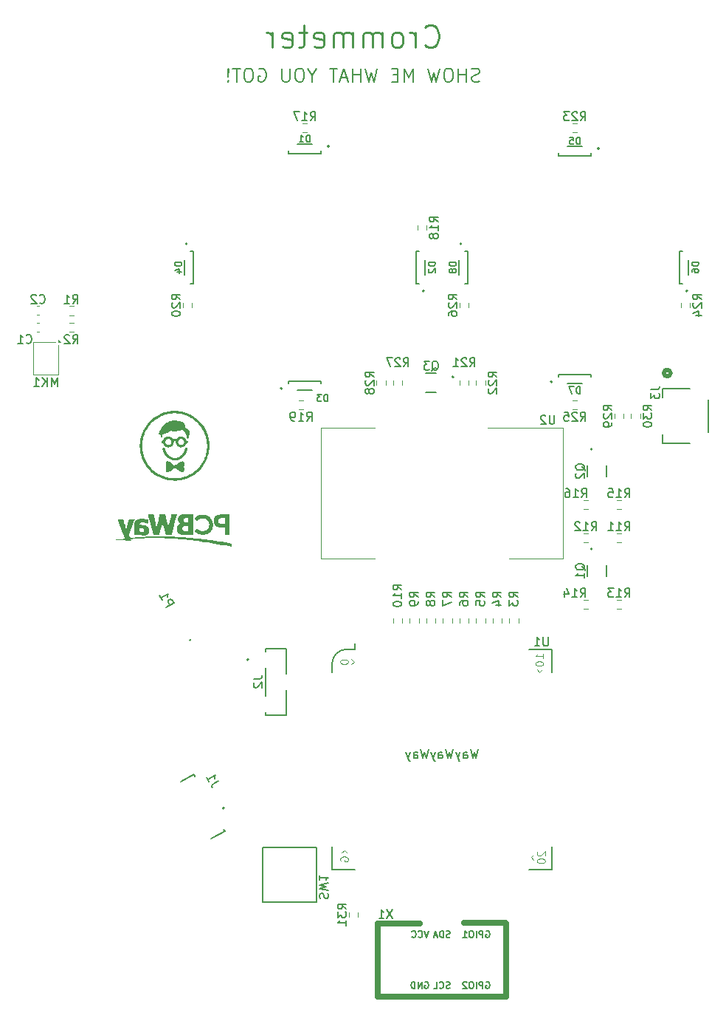
<source format=gbr>
%TF.GenerationSoftware,KiCad,Pcbnew,9.0.4*%
%TF.CreationDate,2025-09-26T18:44:48-06:00*%
%TF.ProjectId,crommeter,63726f6d-6d65-4746-9572-2e6b69636164,rev?*%
%TF.SameCoordinates,Original*%
%TF.FileFunction,Legend,Bot*%
%TF.FilePolarity,Positive*%
%FSLAX46Y46*%
G04 Gerber Fmt 4.6, Leading zero omitted, Abs format (unit mm)*
G04 Created by KiCad (PCBNEW 9.0.4) date 2025-09-26 18:44:48*
%MOMM*%
%LPD*%
G01*
G04 APERTURE LIST*
%ADD10C,0.000000*%
%ADD11C,0.254000*%
%ADD12C,0.152400*%
%ADD13C,0.150000*%
%ADD14C,0.120000*%
%ADD15C,0.700000*%
%ADD16C,0.127000*%
%ADD17C,0.200000*%
%ADD18C,0.508000*%
G04 APERTURE END LIST*
D10*
G36*
X103563069Y-108379405D02*
G01*
X103563296Y-108412044D01*
X103562809Y-108433872D01*
X103561662Y-108455391D01*
X103559858Y-108476598D01*
X103557401Y-108497485D01*
X103554295Y-108518046D01*
X103550543Y-108538276D01*
X103546150Y-108558168D01*
X103541119Y-108577717D01*
X103535454Y-108596916D01*
X103529158Y-108615759D01*
X103522237Y-108634241D01*
X103514692Y-108652356D01*
X103506528Y-108670097D01*
X103497750Y-108687458D01*
X103488360Y-108704433D01*
X103478362Y-108721017D01*
X103467761Y-108737203D01*
X103456559Y-108752985D01*
X103444762Y-108768358D01*
X103432372Y-108783314D01*
X103419393Y-108797849D01*
X103405829Y-108811956D01*
X103391685Y-108825630D01*
X103376963Y-108838863D01*
X103361667Y-108851651D01*
X103345802Y-108863987D01*
X103329370Y-108875865D01*
X103312377Y-108887278D01*
X103294825Y-108898223D01*
X103276718Y-108908691D01*
X103258061Y-108918677D01*
X103238856Y-108928175D01*
X103238856Y-108928174D01*
X103208816Y-108941786D01*
X103194923Y-108947433D01*
X103181435Y-108952358D01*
X103168093Y-108956597D01*
X103154638Y-108960189D01*
X103140809Y-108963169D01*
X103126349Y-108965576D01*
X103110996Y-108967446D01*
X103094493Y-108968817D01*
X103076579Y-108969726D01*
X103056994Y-108970210D01*
X103011778Y-108970053D01*
X102956769Y-108968642D01*
X102920527Y-108967221D01*
X102887067Y-108965295D01*
X102856057Y-108962752D01*
X102827164Y-108959480D01*
X102800056Y-108955367D01*
X102774402Y-108950300D01*
X102749868Y-108944167D01*
X102726123Y-108936855D01*
X102702835Y-108928251D01*
X102679671Y-108918244D01*
X102656299Y-108906722D01*
X102632387Y-108893571D01*
X102607603Y-108878679D01*
X102581615Y-108861934D01*
X102554091Y-108843223D01*
X102524697Y-108822435D01*
X102432457Y-108756175D01*
X102432457Y-108845215D01*
X102432457Y-108934254D01*
X102139489Y-108934254D01*
X101846519Y-108934254D01*
X101853058Y-108219192D01*
X101854360Y-108076844D01*
X102431011Y-108076844D01*
X102436589Y-108267667D01*
X102442166Y-108458489D01*
X102547598Y-108511892D01*
X102547598Y-108511891D01*
X102569468Y-108522417D01*
X102591162Y-108531750D01*
X102612673Y-108539891D01*
X102633995Y-108546839D01*
X102655121Y-108552594D01*
X102676044Y-108557155D01*
X102696759Y-108560521D01*
X102717257Y-108562692D01*
X102737534Y-108563668D01*
X102757583Y-108563448D01*
X102777396Y-108562032D01*
X102796968Y-108559418D01*
X102816291Y-108555608D01*
X102835360Y-108550599D01*
X102854169Y-108544392D01*
X102872709Y-108536985D01*
X102886401Y-108530591D01*
X102898985Y-108523776D01*
X102910492Y-108516483D01*
X102920954Y-108508658D01*
X102930400Y-108500247D01*
X102938863Y-108491194D01*
X102946373Y-108481444D01*
X102952961Y-108470942D01*
X102958658Y-108459634D01*
X102963494Y-108447463D01*
X102967502Y-108434376D01*
X102970712Y-108420318D01*
X102973154Y-108405233D01*
X102974860Y-108389066D01*
X102975861Y-108371763D01*
X102976188Y-108353268D01*
X102974751Y-108325373D01*
X102970374Y-108299291D01*
X102962954Y-108274960D01*
X102958071Y-108263431D01*
X102952389Y-108252317D01*
X102945896Y-108241610D01*
X102938579Y-108231302D01*
X102930425Y-108221385D01*
X102921422Y-108211851D01*
X102900816Y-108193904D01*
X102876659Y-108177398D01*
X102848850Y-108162272D01*
X102817287Y-108148463D01*
X102781869Y-108135911D01*
X102742494Y-108124552D01*
X102699060Y-108114326D01*
X102651466Y-108105170D01*
X102599611Y-108097023D01*
X102543392Y-108089822D01*
X102431011Y-108076844D01*
X101854360Y-108076844D01*
X101859596Y-107504131D01*
X101917854Y-107390638D01*
X101931816Y-107365428D01*
X101947429Y-107340936D01*
X101964638Y-107317206D01*
X101983384Y-107294280D01*
X102003611Y-107272200D01*
X102025262Y-107251010D01*
X102048280Y-107230752D01*
X102072609Y-107211469D01*
X102098192Y-107193204D01*
X102124971Y-107175999D01*
X102152891Y-107159897D01*
X102181893Y-107144941D01*
X102211922Y-107131174D01*
X102242920Y-107118639D01*
X102274831Y-107107378D01*
X102307597Y-107097433D01*
X102343057Y-107088716D01*
X102383311Y-107080939D01*
X102427758Y-107074118D01*
X102475795Y-107068266D01*
X102580232Y-107059526D01*
X102691806Y-107054831D01*
X102805702Y-107054292D01*
X102917102Y-107058022D01*
X102970361Y-107061522D01*
X103021190Y-107066131D01*
X103068988Y-107071864D01*
X103113152Y-107078733D01*
X103359712Y-107122249D01*
X103422823Y-107133371D01*
X103422823Y-107363858D01*
X103422770Y-107399434D01*
X103422590Y-107431234D01*
X103422257Y-107459462D01*
X103422024Y-107472300D01*
X103421742Y-107484321D01*
X103421408Y-107495552D01*
X103421017Y-107506017D01*
X103420567Y-107515742D01*
X103420054Y-107524754D01*
X103419475Y-107533076D01*
X103418825Y-107540736D01*
X103418102Y-107547758D01*
X103417301Y-107554168D01*
X103416420Y-107559991D01*
X103415455Y-107565254D01*
X103414402Y-107569981D01*
X103413259Y-107574198D01*
X103412020Y-107577931D01*
X103411364Y-107579624D01*
X103410683Y-107581206D01*
X103409977Y-107582679D01*
X103409245Y-107584047D01*
X103408487Y-107585313D01*
X103407702Y-107586481D01*
X103406889Y-107587553D01*
X103406049Y-107588533D01*
X103405181Y-107589423D01*
X103404285Y-107590228D01*
X103403360Y-107590950D01*
X103402405Y-107591592D01*
X103401420Y-107592158D01*
X103400405Y-107592651D01*
X103399360Y-107593074D01*
X103398283Y-107593431D01*
X103397175Y-107593723D01*
X103396035Y-107593955D01*
X103393657Y-107594252D01*
X103391145Y-107594345D01*
X103387011Y-107594033D01*
X103381213Y-107593119D01*
X103365049Y-107589608D01*
X103343501Y-107584056D01*
X103317414Y-107576711D01*
X103287637Y-107567818D01*
X103255015Y-107557623D01*
X103220398Y-107546373D01*
X103184630Y-107534314D01*
X103129663Y-107516805D01*
X103074932Y-107502030D01*
X103020709Y-107489976D01*
X102967267Y-107480625D01*
X102914878Y-107473964D01*
X102863815Y-107469976D01*
X102814351Y-107468646D01*
X102766758Y-107469959D01*
X102721309Y-107473899D01*
X102678277Y-107480452D01*
X102637934Y-107489601D01*
X102618857Y-107495144D01*
X102600554Y-107501331D01*
X102583059Y-107508159D01*
X102566408Y-107515626D01*
X102550633Y-107523732D01*
X102535769Y-107532473D01*
X102521850Y-107541847D01*
X102508910Y-107551854D01*
X102496983Y-107562490D01*
X102486103Y-107573755D01*
X102480638Y-107580101D01*
X102475327Y-107586721D01*
X102470196Y-107593560D01*
X102465273Y-107600566D01*
X102460586Y-107607686D01*
X102456162Y-107614864D01*
X102452029Y-107622049D01*
X102448215Y-107629185D01*
X102444746Y-107636221D01*
X102441650Y-107643102D01*
X102438955Y-107649775D01*
X102436689Y-107656186D01*
X102434878Y-107662282D01*
X102433551Y-107668009D01*
X102432734Y-107673313D01*
X102432456Y-107678142D01*
X102432619Y-107685704D01*
X102433334Y-107692408D01*
X102434936Y-107698344D01*
X102437764Y-107703600D01*
X102442152Y-107708266D01*
X102448438Y-107712430D01*
X102456959Y-107716180D01*
X102468051Y-107719607D01*
X102482052Y-107722798D01*
X102499297Y-107725842D01*
X102544867Y-107731845D01*
X102607456Y-107738326D01*
X102689757Y-107745996D01*
X102763950Y-107753414D01*
X102833525Y-107761725D01*
X102898693Y-107771005D01*
X102959662Y-107781327D01*
X103016641Y-107792767D01*
X103069839Y-107805399D01*
X103119465Y-107819298D01*
X103165726Y-107834538D01*
X103208833Y-107851193D01*
X103248994Y-107869338D01*
X103286418Y-107889048D01*
X103321314Y-107910397D01*
X103353891Y-107933460D01*
X103384356Y-107958311D01*
X103412920Y-107985025D01*
X103439791Y-108013676D01*
X103455509Y-108032465D01*
X103470093Y-108051851D01*
X103483557Y-108071881D01*
X103495916Y-108092600D01*
X103507185Y-108114057D01*
X103517377Y-108136297D01*
X103526508Y-108159367D01*
X103534591Y-108183313D01*
X103541642Y-108208183D01*
X103547675Y-108234024D01*
X103552703Y-108260880D01*
X103556743Y-108288800D01*
X103559807Y-108317830D01*
X103561911Y-108348016D01*
X103562105Y-108353268D01*
X103563069Y-108379405D01*
G37*
G36*
X107804210Y-98883985D02*
G01*
X107812207Y-98884497D01*
X107820151Y-98885472D01*
X107828025Y-98886907D01*
X107835810Y-98888799D01*
X107843488Y-98891146D01*
X107851040Y-98893944D01*
X107858448Y-98897191D01*
X107865693Y-98900884D01*
X107872757Y-98905020D01*
X107879621Y-98909597D01*
X107886268Y-98914611D01*
X107892679Y-98920060D01*
X107898834Y-98925941D01*
X107904717Y-98932251D01*
X107910308Y-98938988D01*
X107915590Y-98946147D01*
X107920543Y-98953728D01*
X107925149Y-98961727D01*
X107929078Y-98970286D01*
X107932281Y-98980005D01*
X107936564Y-99002730D01*
X107938102Y-99029522D01*
X107937001Y-99060000D01*
X107933364Y-99093785D01*
X107927298Y-99130497D01*
X107918907Y-99169754D01*
X107908295Y-99211176D01*
X107895569Y-99254384D01*
X107880832Y-99298997D01*
X107864189Y-99344635D01*
X107845745Y-99390918D01*
X107825606Y-99437464D01*
X107803875Y-99483895D01*
X107780659Y-99529830D01*
X107756061Y-99574888D01*
X107731714Y-99616690D01*
X107707187Y-99656554D01*
X107682339Y-99694632D01*
X107657026Y-99731074D01*
X107631107Y-99766032D01*
X107604440Y-99799655D01*
X107576881Y-99832096D01*
X107548290Y-99863504D01*
X107518523Y-99894032D01*
X107487439Y-99923830D01*
X107454895Y-99953049D01*
X107420750Y-99981839D01*
X107384860Y-100010353D01*
X107347083Y-100038740D01*
X107307278Y-100067152D01*
X107265302Y-100095740D01*
X107225720Y-100121397D01*
X107185516Y-100146050D01*
X107144790Y-100169658D01*
X107103641Y-100192179D01*
X107062170Y-100213573D01*
X107020476Y-100233799D01*
X106978660Y-100252816D01*
X106936821Y-100270582D01*
X106895059Y-100287058D01*
X106853475Y-100302201D01*
X106812168Y-100315972D01*
X106771238Y-100328329D01*
X106730785Y-100339231D01*
X106690909Y-100348638D01*
X106651711Y-100356507D01*
X106613289Y-100362800D01*
X106613289Y-100362799D01*
X106579834Y-100366622D01*
X106545222Y-100368601D01*
X106509494Y-100368745D01*
X106472688Y-100367064D01*
X106434845Y-100363568D01*
X106396004Y-100358266D01*
X106356205Y-100351167D01*
X106315486Y-100342280D01*
X106273889Y-100331615D01*
X106231453Y-100319182D01*
X106188217Y-100304990D01*
X106144220Y-100289048D01*
X106099503Y-100271365D01*
X106054105Y-100251952D01*
X106008065Y-100230817D01*
X105961424Y-100207970D01*
X105924155Y-100188662D01*
X105887516Y-100168703D01*
X105851539Y-100148118D01*
X105816259Y-100126933D01*
X105781709Y-100105172D01*
X105747923Y-100082859D01*
X105714933Y-100060021D01*
X105682774Y-100036682D01*
X105651480Y-100012867D01*
X105621083Y-99988600D01*
X105591617Y-99963908D01*
X105563117Y-99938814D01*
X105535614Y-99913343D01*
X105509144Y-99887521D01*
X105483739Y-99861372D01*
X105459433Y-99834922D01*
X105426612Y-99796371D01*
X105394421Y-99755038D01*
X105363015Y-99711253D01*
X105332550Y-99665344D01*
X105303182Y-99617643D01*
X105275067Y-99568477D01*
X105248360Y-99518176D01*
X105223218Y-99467070D01*
X105199795Y-99415487D01*
X105178248Y-99363758D01*
X105158732Y-99312210D01*
X105141403Y-99261174D01*
X105126417Y-99210980D01*
X105113930Y-99161955D01*
X105104097Y-99114430D01*
X105097074Y-99068734D01*
X105095852Y-99057608D01*
X105095020Y-99046950D01*
X105094584Y-99036737D01*
X105094550Y-99026944D01*
X105094922Y-99017548D01*
X105095708Y-99008523D01*
X105096911Y-98999847D01*
X105098537Y-98991495D01*
X105100591Y-98983444D01*
X105103080Y-98975668D01*
X105106008Y-98968145D01*
X105109381Y-98960849D01*
X105113204Y-98953758D01*
X105117482Y-98946847D01*
X105122222Y-98940091D01*
X105127428Y-98933468D01*
X105132525Y-98927654D01*
X105137871Y-98922202D01*
X105143451Y-98917114D01*
X105149249Y-98912389D01*
X105155250Y-98908028D01*
X105161438Y-98904030D01*
X105167800Y-98900397D01*
X105174319Y-98897129D01*
X105180980Y-98894226D01*
X105187769Y-98891688D01*
X105194669Y-98889516D01*
X105201667Y-98887709D01*
X105208746Y-98886269D01*
X105215891Y-98885196D01*
X105223088Y-98884489D01*
X105230321Y-98884150D01*
X105237575Y-98884178D01*
X105244835Y-98884575D01*
X105252086Y-98885339D01*
X105259311Y-98886472D01*
X105266497Y-98887974D01*
X105273629Y-98889845D01*
X105280690Y-98892086D01*
X105287666Y-98894697D01*
X105294541Y-98897678D01*
X105301301Y-98901029D01*
X105307930Y-98904751D01*
X105314413Y-98908845D01*
X105320735Y-98913309D01*
X105326880Y-98918146D01*
X105332834Y-98923355D01*
X105338582Y-98928936D01*
X105342908Y-98933575D01*
X105346921Y-98938354D01*
X105350648Y-98943347D01*
X105354114Y-98948627D01*
X105357344Y-98954268D01*
X105360365Y-98960341D01*
X105363201Y-98966922D01*
X105365878Y-98974082D01*
X105368421Y-98981896D01*
X105370857Y-98990436D01*
X105373210Y-98999775D01*
X105375506Y-99009988D01*
X105380031Y-99033324D01*
X105384635Y-99061031D01*
X105390935Y-99094779D01*
X105399482Y-99130336D01*
X105410123Y-99167389D01*
X105422703Y-99205623D01*
X105437069Y-99244728D01*
X105453070Y-99284388D01*
X105470551Y-99324292D01*
X105489360Y-99364127D01*
X105509343Y-99403580D01*
X105530347Y-99442337D01*
X105552219Y-99480086D01*
X105574807Y-99516513D01*
X105597956Y-99551307D01*
X105621514Y-99584153D01*
X105645328Y-99614739D01*
X105669244Y-99642752D01*
X105707367Y-99682925D01*
X105748732Y-99722321D01*
X105792980Y-99760739D01*
X105839748Y-99797982D01*
X105888675Y-99833851D01*
X105939400Y-99868148D01*
X105991562Y-99900672D01*
X106044799Y-99931227D01*
X106098749Y-99959613D01*
X106153052Y-99985631D01*
X106207345Y-100009082D01*
X106261269Y-100029769D01*
X106314460Y-100047492D01*
X106366559Y-100062052D01*
X106417203Y-100073252D01*
X106466031Y-100080891D01*
X106483509Y-100082867D01*
X106498797Y-100084223D01*
X106505851Y-100084664D01*
X106512636Y-100084944D01*
X106519246Y-100085061D01*
X106525771Y-100085015D01*
X106532306Y-100084802D01*
X106538944Y-100084421D01*
X106545777Y-100083871D01*
X106552897Y-100083149D01*
X106568374Y-100081182D01*
X106586117Y-100078507D01*
X106632418Y-100069809D01*
X106680000Y-100058272D01*
X106728592Y-100044041D01*
X106777924Y-100027262D01*
X106827725Y-100008080D01*
X106877725Y-99986639D01*
X106927653Y-99963086D01*
X106977238Y-99937565D01*
X107026209Y-99910221D01*
X107074298Y-99881200D01*
X107121231Y-99850646D01*
X107166740Y-99818705D01*
X107210554Y-99785522D01*
X107252401Y-99751242D01*
X107292012Y-99716010D01*
X107329115Y-99679971D01*
X107356915Y-99650250D01*
X107384314Y-99618162D01*
X107411173Y-99583977D01*
X107437351Y-99547962D01*
X107462708Y-99510387D01*
X107487103Y-99471520D01*
X107510397Y-99431630D01*
X107532448Y-99390985D01*
X107553117Y-99349853D01*
X107572263Y-99308504D01*
X107589747Y-99267205D01*
X107605427Y-99226226D01*
X107619163Y-99185836D01*
X107630816Y-99146301D01*
X107640244Y-99107892D01*
X107647308Y-99070876D01*
X107650049Y-99054223D01*
X107652681Y-99039048D01*
X107655239Y-99025253D01*
X107657755Y-99012740D01*
X107660265Y-99001411D01*
X107662802Y-98991168D01*
X107665399Y-98981915D01*
X107668091Y-98973552D01*
X107670911Y-98965982D01*
X107672380Y-98962464D01*
X107673894Y-98959108D01*
X107675456Y-98955900D01*
X107677072Y-98952830D01*
X107678746Y-98949885D01*
X107680481Y-98947053D01*
X107682282Y-98944321D01*
X107684153Y-98941677D01*
X107688123Y-98936605D01*
X107692424Y-98931738D01*
X107697091Y-98926981D01*
X107703884Y-98920719D01*
X107710884Y-98914959D01*
X107718070Y-98909699D01*
X107725425Y-98904935D01*
X107732931Y-98900664D01*
X107740568Y-98896885D01*
X107748319Y-98893594D01*
X107756166Y-98890788D01*
X107764089Y-98888464D01*
X107772070Y-98886620D01*
X107780091Y-98885253D01*
X107788134Y-98884360D01*
X107796180Y-98883938D01*
X107804210Y-98883985D01*
G37*
G36*
X112782771Y-107739987D02*
G01*
X112782771Y-108934254D01*
X112540034Y-108934254D01*
X112297297Y-108934254D01*
X112297297Y-108487618D01*
X112297297Y-108040981D01*
X112039995Y-108038682D01*
X111938973Y-108037959D01*
X111854119Y-108037692D01*
X111794340Y-108037886D01*
X111776638Y-108038156D01*
X111768543Y-108038544D01*
X111755268Y-108039452D01*
X111737455Y-108038957D01*
X111715711Y-108037183D01*
X111690644Y-108034254D01*
X111632967Y-108025420D01*
X111569284Y-108013444D01*
X111504454Y-107999313D01*
X111443334Y-107984012D01*
X111390783Y-107968530D01*
X111369240Y-107961029D01*
X111351661Y-107953853D01*
X111326828Y-107941716D01*
X111302017Y-107927853D01*
X111277342Y-107912381D01*
X111252918Y-107895414D01*
X111228857Y-107877070D01*
X111205276Y-107857464D01*
X111182289Y-107836714D01*
X111160008Y-107814935D01*
X111138550Y-107792244D01*
X111118028Y-107768756D01*
X111098557Y-107744588D01*
X111080251Y-107719857D01*
X111063224Y-107694678D01*
X111047591Y-107669168D01*
X111033465Y-107643443D01*
X111020962Y-107617619D01*
X111006247Y-107583507D01*
X111000094Y-107567711D01*
X110994684Y-107552355D01*
X110989968Y-107537139D01*
X110985902Y-107521765D01*
X110982437Y-107505931D01*
X110979529Y-107489340D01*
X110977129Y-107471690D01*
X110975193Y-107452683D01*
X110973673Y-107432019D01*
X110972523Y-107409398D01*
X110971147Y-107357086D01*
X110970770Y-107304111D01*
X111473375Y-107304111D01*
X111474723Y-107327738D01*
X111477938Y-107351241D01*
X111483047Y-107374507D01*
X111490073Y-107397423D01*
X111499041Y-107419876D01*
X111509975Y-107441752D01*
X111522900Y-107462938D01*
X111537840Y-107483321D01*
X111554819Y-107502788D01*
X111573863Y-107521226D01*
X111594995Y-107538521D01*
X111618239Y-107554560D01*
X111643621Y-107569231D01*
X111652884Y-107573696D01*
X111663174Y-107577824D01*
X111674645Y-107581633D01*
X111687450Y-107585139D01*
X111717677Y-107591316D01*
X111755087Y-107596495D01*
X111800910Y-107600817D01*
X111856375Y-107604422D01*
X111922714Y-107607450D01*
X112001157Y-107610042D01*
X112297297Y-107618486D01*
X112297297Y-107295712D01*
X112297297Y-106972938D01*
X112107962Y-106970637D01*
X111977684Y-106969138D01*
X111936062Y-106969073D01*
X111903692Y-106969685D01*
X111875752Y-106971138D01*
X111847422Y-106973597D01*
X111770311Y-106982195D01*
X111740797Y-106986671D01*
X111712688Y-106993173D01*
X111686007Y-107001589D01*
X111660780Y-107011805D01*
X111637031Y-107023708D01*
X111614783Y-107037185D01*
X111594063Y-107052122D01*
X111574893Y-107068407D01*
X111557298Y-107085927D01*
X111541304Y-107104568D01*
X111526933Y-107124216D01*
X111514212Y-107144760D01*
X111503163Y-107166085D01*
X111493812Y-107188078D01*
X111486183Y-107210627D01*
X111480301Y-107233618D01*
X111476189Y-107256938D01*
X111473872Y-107280473D01*
X111473375Y-107304111D01*
X110970770Y-107304111D01*
X110970694Y-107293351D01*
X110971098Y-107247244D01*
X110972507Y-107203891D01*
X110974987Y-107163090D01*
X110978599Y-107124636D01*
X110983408Y-107088325D01*
X110989478Y-107053955D01*
X110996872Y-107021320D01*
X111005653Y-106990218D01*
X111015886Y-106960445D01*
X111027634Y-106931797D01*
X111040960Y-106904070D01*
X111055928Y-106877061D01*
X111072602Y-106850566D01*
X111091046Y-106824381D01*
X111111323Y-106798302D01*
X111133496Y-106772127D01*
X111165387Y-106737908D01*
X111198214Y-106707211D01*
X111232882Y-106679856D01*
X111270297Y-106655659D01*
X111311361Y-106634441D01*
X111356982Y-106616020D01*
X111408063Y-106600214D01*
X111465509Y-106586842D01*
X111530225Y-106575723D01*
X111603116Y-106566674D01*
X111685086Y-106559516D01*
X111777042Y-106554066D01*
X111994525Y-106547565D01*
X112262804Y-106545720D01*
X112782771Y-106545720D01*
X112782771Y-106972938D01*
X112782771Y-107739987D01*
G37*
G36*
X106525895Y-95790681D02*
G01*
X106570782Y-95791001D01*
X106609618Y-95791648D01*
X106643536Y-95792667D01*
X106673674Y-95794100D01*
X106701166Y-95795990D01*
X106727149Y-95798382D01*
X106752757Y-95801318D01*
X106852753Y-95815346D01*
X106947119Y-95831737D01*
X107035836Y-95850480D01*
X107078069Y-95860730D01*
X107118883Y-95871565D01*
X107158274Y-95882982D01*
X107196241Y-95894980D01*
X107232780Y-95907559D01*
X107267890Y-95920716D01*
X107301568Y-95934450D01*
X107333811Y-95948761D01*
X107364618Y-95963646D01*
X107393985Y-95979104D01*
X107421910Y-95995134D01*
X107448390Y-96011734D01*
X107473424Y-96028904D01*
X107497009Y-96046642D01*
X107519142Y-96064946D01*
X107539821Y-96083815D01*
X107559043Y-96103248D01*
X107576806Y-96123244D01*
X107593107Y-96143800D01*
X107607945Y-96164917D01*
X107621316Y-96186591D01*
X107633218Y-96208823D01*
X107643649Y-96231611D01*
X107652606Y-96254953D01*
X107660087Y-96278847D01*
X107666089Y-96303294D01*
X107668248Y-96314850D01*
X107670015Y-96327291D01*
X107671395Y-96340496D01*
X107672393Y-96354344D01*
X107673014Y-96368713D01*
X107673265Y-96383480D01*
X107673149Y-96398525D01*
X107672673Y-96413725D01*
X107671841Y-96428960D01*
X107670659Y-96444108D01*
X107669132Y-96459046D01*
X107667265Y-96473654D01*
X107665063Y-96487809D01*
X107662532Y-96501391D01*
X107659676Y-96514276D01*
X107656502Y-96526345D01*
X107653961Y-96535367D01*
X107651659Y-96543852D01*
X107649642Y-96551609D01*
X107647956Y-96558447D01*
X107646646Y-96564177D01*
X107645757Y-96568607D01*
X107645485Y-96570275D01*
X107645335Y-96571547D01*
X107645313Y-96572399D01*
X107645352Y-96572660D01*
X107645425Y-96572806D01*
X107653043Y-96577016D01*
X107672490Y-96587204D01*
X107735103Y-96619398D01*
X107786843Y-96646615D01*
X107835484Y-96673879D01*
X107881034Y-96701201D01*
X107923503Y-96728590D01*
X107962900Y-96756054D01*
X107999235Y-96783603D01*
X108032517Y-96811246D01*
X108062756Y-96838993D01*
X108089961Y-96866851D01*
X108114142Y-96894832D01*
X108125102Y-96908870D01*
X108135308Y-96922943D01*
X108144764Y-96937050D01*
X108153469Y-96951194D01*
X108161426Y-96965375D01*
X108168634Y-96979594D01*
X108175096Y-96993853D01*
X108180813Y-97008152D01*
X108185786Y-97022493D01*
X108190015Y-97036878D01*
X108193503Y-97051306D01*
X108196249Y-97065780D01*
X108197629Y-97078005D01*
X108198280Y-97093122D01*
X108197514Y-97131051D01*
X108194187Y-97177607D01*
X108188536Y-97230827D01*
X108180798Y-97288749D01*
X108171208Y-97349412D01*
X108160003Y-97410853D01*
X108147419Y-97471112D01*
X108131750Y-97537498D01*
X108114416Y-97604641D01*
X108096231Y-97669919D01*
X108078011Y-97730715D01*
X108060574Y-97784407D01*
X108044733Y-97828377D01*
X108037667Y-97845897D01*
X108031305Y-97860005D01*
X108025752Y-97870372D01*
X108021107Y-97876671D01*
X108021106Y-97876671D01*
X108019034Y-97878665D01*
X108016967Y-97880491D01*
X108014891Y-97882155D01*
X108012791Y-97883661D01*
X108010651Y-97885016D01*
X108008456Y-97886224D01*
X108006192Y-97887291D01*
X108003843Y-97888223D01*
X108001395Y-97889025D01*
X107998831Y-97889703D01*
X107996138Y-97890261D01*
X107993300Y-97890705D01*
X107990303Y-97891042D01*
X107987130Y-97891275D01*
X107983767Y-97891411D01*
X107980199Y-97891455D01*
X107972466Y-97891281D01*
X107965458Y-97890680D01*
X107959098Y-97889538D01*
X107953306Y-97887739D01*
X107948004Y-97885166D01*
X107945512Y-97883553D01*
X107943113Y-97881703D01*
X107940797Y-97879603D01*
X107938555Y-97877236D01*
X107934250Y-97871648D01*
X107930121Y-97864824D01*
X107926088Y-97856648D01*
X107922073Y-97847003D01*
X107917998Y-97835775D01*
X107913782Y-97822847D01*
X107909349Y-97808103D01*
X107899512Y-97772707D01*
X107883930Y-97716709D01*
X107867633Y-97661921D01*
X107850649Y-97608407D01*
X107833007Y-97556230D01*
X107814735Y-97505454D01*
X107795862Y-97456144D01*
X107776417Y-97408363D01*
X107756428Y-97362175D01*
X107735923Y-97317644D01*
X107714931Y-97274833D01*
X107693480Y-97233807D01*
X107671599Y-97194629D01*
X107649316Y-97157363D01*
X107626660Y-97122072D01*
X107603660Y-97088822D01*
X107580343Y-97057675D01*
X107568484Y-97042810D01*
X107556421Y-97028345D01*
X107544179Y-97014303D01*
X107531782Y-97000704D01*
X107519254Y-96987569D01*
X107506620Y-96974922D01*
X107493904Y-96962784D01*
X107481131Y-96951175D01*
X107468325Y-96940118D01*
X107455511Y-96929635D01*
X107442713Y-96919747D01*
X107429955Y-96910476D01*
X107417262Y-96901843D01*
X107404659Y-96893870D01*
X107392170Y-96886579D01*
X107379819Y-96879992D01*
X107355017Y-96867405D01*
X107284017Y-96891452D01*
X107219003Y-96911904D01*
X107150479Y-96930484D01*
X107078848Y-96947163D01*
X107004511Y-96961912D01*
X106927869Y-96974705D01*
X106849323Y-96985512D01*
X106769275Y-96994305D01*
X106688126Y-97001057D01*
X106606278Y-97005739D01*
X106524131Y-97008323D01*
X106442088Y-97008781D01*
X106360550Y-97007084D01*
X106279917Y-97003205D01*
X106200592Y-96997115D01*
X106122975Y-96988787D01*
X106047469Y-96978191D01*
X105987983Y-96968796D01*
X105939863Y-97006021D01*
X105910677Y-97027953D01*
X105880178Y-97049624D01*
X105848443Y-97070994D01*
X105815549Y-97092023D01*
X105781574Y-97112672D01*
X105746593Y-97132902D01*
X105673927Y-97171945D01*
X105598169Y-97208836D01*
X105519936Y-97243260D01*
X105439846Y-97274900D01*
X105358516Y-97303440D01*
X105324754Y-97314171D01*
X105288376Y-97325075D01*
X105250784Y-97335781D01*
X105213382Y-97345920D01*
X105177572Y-97355121D01*
X105144757Y-97363013D01*
X105116341Y-97369225D01*
X105093725Y-97373387D01*
X105068904Y-97377273D01*
X105061256Y-97511571D01*
X105057298Y-97579173D01*
X105055533Y-97607234D01*
X105053861Y-97631814D01*
X105052245Y-97653176D01*
X105050650Y-97671580D01*
X105049849Y-97679755D01*
X105049039Y-97687288D01*
X105048216Y-97694212D01*
X105047375Y-97700559D01*
X105046511Y-97706363D01*
X105045621Y-97711656D01*
X105044699Y-97716470D01*
X105043741Y-97720838D01*
X105042742Y-97724792D01*
X105041698Y-97728366D01*
X105040605Y-97731592D01*
X105039457Y-97734503D01*
X105038249Y-97737130D01*
X105036979Y-97739508D01*
X105035640Y-97741667D01*
X105034229Y-97743642D01*
X105032740Y-97745464D01*
X105031169Y-97747166D01*
X105029512Y-97748781D01*
X105027764Y-97750342D01*
X105025633Y-97752097D01*
X105023468Y-97753722D01*
X105021262Y-97755219D01*
X105019008Y-97756591D01*
X105016699Y-97757839D01*
X105014328Y-97758967D01*
X105011888Y-97759977D01*
X105009371Y-97760870D01*
X105006770Y-97761649D01*
X105004079Y-97762317D01*
X105001291Y-97762876D01*
X104998397Y-97763328D01*
X104995391Y-97763675D01*
X104992266Y-97763921D01*
X104989015Y-97764066D01*
X104985630Y-97764114D01*
X104979462Y-97763905D01*
X104973645Y-97763264D01*
X104968162Y-97762175D01*
X104965540Y-97761458D01*
X104962995Y-97760621D01*
X104960524Y-97759664D01*
X104958126Y-97758584D01*
X104955798Y-97757379D01*
X104953537Y-97756047D01*
X104951343Y-97754585D01*
X104949211Y-97752992D01*
X104947141Y-97751265D01*
X104945130Y-97749402D01*
X104943176Y-97747401D01*
X104941276Y-97745259D01*
X104937631Y-97740547D01*
X104934177Y-97735248D01*
X104930896Y-97729344D01*
X104927771Y-97722819D01*
X104924784Y-97715654D01*
X104921917Y-97707833D01*
X104919152Y-97699337D01*
X104863047Y-97523076D01*
X104817798Y-97382091D01*
X104763322Y-97382091D01*
X104750941Y-97381979D01*
X104739545Y-97381629D01*
X104729086Y-97381024D01*
X104724194Y-97380620D01*
X104719518Y-97380146D01*
X104715052Y-97379600D01*
X104710792Y-97378978D01*
X104706730Y-97378279D01*
X104702862Y-97377501D01*
X104699181Y-97376641D01*
X104695681Y-97375698D01*
X104692356Y-97374668D01*
X104689200Y-97373550D01*
X104686209Y-97372341D01*
X104683375Y-97371040D01*
X104680692Y-97369644D01*
X104678156Y-97368150D01*
X104675759Y-97366557D01*
X104673497Y-97364862D01*
X104671363Y-97363064D01*
X104669351Y-97361159D01*
X104667455Y-97359146D01*
X104665670Y-97357022D01*
X104663989Y-97354785D01*
X104662407Y-97352433D01*
X104660918Y-97349964D01*
X104659516Y-97347375D01*
X104658195Y-97344665D01*
X104656949Y-97341830D01*
X104654058Y-97334508D01*
X104652960Y-97331196D01*
X104652105Y-97327984D01*
X104651501Y-97324774D01*
X104651157Y-97321466D01*
X104651082Y-97317962D01*
X104651283Y-97314163D01*
X104651770Y-97309970D01*
X104652551Y-97305284D01*
X104653634Y-97300005D01*
X104655028Y-97294035D01*
X104658784Y-97279627D01*
X104663887Y-97261266D01*
X104672387Y-97232742D01*
X104683451Y-97197996D01*
X104695646Y-97161421D01*
X104707540Y-97127409D01*
X104757564Y-96998621D01*
X104812673Y-96875669D01*
X104872749Y-96758665D01*
X104937675Y-96647723D01*
X105007334Y-96542955D01*
X105081609Y-96444474D01*
X105160381Y-96352395D01*
X105243534Y-96266830D01*
X105330950Y-96187892D01*
X105422512Y-96115694D01*
X105518103Y-96050350D01*
X105617605Y-95991972D01*
X105720902Y-95940674D01*
X105827875Y-95896570D01*
X105938407Y-95859771D01*
X106052381Y-95830392D01*
X106104353Y-95819361D01*
X106151795Y-95810508D01*
X106197072Y-95803611D01*
X106242551Y-95798446D01*
X106290600Y-95794790D01*
X106343583Y-95792420D01*
X106403867Y-95791112D01*
X106473820Y-95790644D01*
X106525895Y-95790681D01*
G37*
G36*
X104090406Y-106725346D02*
G01*
X104194819Y-107196912D01*
X104265920Y-107526378D01*
X104297993Y-107683219D01*
X104335434Y-107855806D01*
X104367614Y-107996335D01*
X104378409Y-108039639D01*
X104381902Y-108051936D01*
X104383904Y-108057002D01*
X104384326Y-108057351D01*
X104384771Y-108057576D01*
X104385236Y-108057681D01*
X104385721Y-108057667D01*
X104386224Y-108057536D01*
X104386744Y-108057292D01*
X104387830Y-108056472D01*
X104388970Y-108055227D01*
X104390156Y-108053575D01*
X104391376Y-108051537D01*
X104392622Y-108049131D01*
X104393883Y-108046377D01*
X104395152Y-108043295D01*
X104396418Y-108039904D01*
X104397671Y-108036224D01*
X104398903Y-108032274D01*
X104400103Y-108028073D01*
X104401262Y-108023642D01*
X104402372Y-108018999D01*
X104603105Y-107166413D01*
X104755861Y-106535622D01*
X104758160Y-106531141D01*
X104761594Y-106527146D01*
X104766417Y-106523617D01*
X104772879Y-106520535D01*
X104781234Y-106517879D01*
X104791733Y-106515631D01*
X104804629Y-106513771D01*
X104820175Y-106512279D01*
X104860223Y-106510322D01*
X104913894Y-106509603D01*
X104983208Y-106509966D01*
X105070182Y-106511255D01*
X105373105Y-106516592D01*
X105567603Y-107287233D01*
X105643587Y-107585994D01*
X105706697Y-107829770D01*
X105750355Y-107993466D01*
X105762835Y-108037442D01*
X105766378Y-108048590D01*
X105767986Y-108051989D01*
X105786223Y-107975438D01*
X105835304Y-107743576D01*
X106038383Y-106754474D01*
X106088879Y-106506882D01*
X106406465Y-106506882D01*
X106454362Y-106506938D01*
X106497344Y-106507121D01*
X106535664Y-106507455D01*
X106569573Y-106507961D01*
X106599323Y-106508664D01*
X106625165Y-106509586D01*
X106636700Y-106510137D01*
X106647351Y-106510751D01*
X106657152Y-106511431D01*
X106666134Y-106512181D01*
X106674327Y-106513003D01*
X106681764Y-106513899D01*
X106688475Y-106514874D01*
X106694493Y-106515929D01*
X106699849Y-106517068D01*
X106704573Y-106518294D01*
X106708699Y-106519608D01*
X106712257Y-106521016D01*
X106715278Y-106522518D01*
X106717794Y-106524118D01*
X106719837Y-106525819D01*
X106720691Y-106526708D01*
X106721438Y-106527624D01*
X106722082Y-106528566D01*
X106722628Y-106529535D01*
X106723440Y-106531556D01*
X106723903Y-106533690D01*
X106724051Y-106535939D01*
X106721652Y-106551190D01*
X106714776Y-106583618D01*
X106689523Y-106691958D01*
X106652149Y-106844871D01*
X106606510Y-107026268D01*
X106333000Y-108108948D01*
X106214369Y-108577764D01*
X106171682Y-108743686D01*
X106148169Y-108832304D01*
X106119306Y-108934254D01*
X105783789Y-108934254D01*
X105448273Y-108934254D01*
X105380323Y-108667243D01*
X105198119Y-107950000D01*
X105153366Y-107775573D01*
X105115975Y-107633476D01*
X105101261Y-107579118D01*
X105089854Y-107538320D01*
X105082243Y-107512911D01*
X105080013Y-107506548D01*
X105078916Y-107504716D01*
X105064674Y-107554032D01*
X105029555Y-107684648D01*
X104917828Y-108110301D01*
X104802516Y-108551612D01*
X104744535Y-108769193D01*
X104736943Y-108796027D01*
X104728949Y-108826024D01*
X104721504Y-108855520D01*
X104715559Y-108880852D01*
X104703736Y-108934254D01*
X104364275Y-108934254D01*
X104232468Y-108933817D01*
X104124529Y-108932629D01*
X104082992Y-108931809D01*
X104051598Y-108930869D01*
X104031741Y-108929833D01*
X104026574Y-108929285D01*
X104024813Y-108928721D01*
X103618477Y-107319114D01*
X103542509Y-107018326D01*
X103480297Y-106768866D01*
X103438262Y-106596699D01*
X103426817Y-106547715D01*
X103422824Y-106527790D01*
X103424013Y-106525239D01*
X103427584Y-106522856D01*
X103433546Y-106520641D01*
X103441906Y-106518593D01*
X103465850Y-106514998D01*
X103499477Y-106512065D01*
X103542849Y-106509791D01*
X103596027Y-106508172D01*
X103659071Y-106507204D01*
X103732042Y-106506882D01*
X104041259Y-106506882D01*
X104090406Y-106725346D01*
G37*
G36*
X110468354Y-98754405D02*
G01*
X110466064Y-98851342D01*
X110462636Y-98942474D01*
X110458165Y-99022479D01*
X110452740Y-99086036D01*
X110429764Y-99262573D01*
X110399862Y-99436376D01*
X110363080Y-99607347D01*
X110319467Y-99775387D01*
X110269070Y-99940398D01*
X110211936Y-100102280D01*
X110148112Y-100260936D01*
X110077646Y-100416266D01*
X110000585Y-100568171D01*
X109916977Y-100716554D01*
X109826869Y-100861314D01*
X109730308Y-101002355D01*
X109627342Y-101139576D01*
X109518018Y-101272880D01*
X109402384Y-101402167D01*
X109280486Y-101527339D01*
X109205385Y-101599831D01*
X109132078Y-101667535D01*
X109059476Y-101731332D01*
X108986491Y-101792103D01*
X108912033Y-101850731D01*
X108835014Y-101908096D01*
X108754345Y-101965082D01*
X108668937Y-102022568D01*
X108561443Y-102090936D01*
X108452268Y-102155604D01*
X108341427Y-102216566D01*
X108228936Y-102273817D01*
X108114810Y-102327352D01*
X107999063Y-102377166D01*
X107881711Y-102423254D01*
X107762769Y-102465610D01*
X107642251Y-102504230D01*
X107520174Y-102539109D01*
X107396551Y-102570241D01*
X107271398Y-102597622D01*
X107144731Y-102621246D01*
X107016564Y-102641108D01*
X106886911Y-102657203D01*
X106755789Y-102669526D01*
X106700715Y-102672089D01*
X106621818Y-102673432D01*
X106424404Y-102672851D01*
X106227251Y-102668568D01*
X106148680Y-102665283D01*
X106094063Y-102661368D01*
X105945605Y-102643453D01*
X105800738Y-102621225D01*
X105659074Y-102594589D01*
X105520223Y-102563451D01*
X105383794Y-102527715D01*
X105249397Y-102487287D01*
X105116643Y-102442072D01*
X104985142Y-102391975D01*
X104789958Y-102307596D01*
X104600502Y-102213526D01*
X104417071Y-102110072D01*
X104239961Y-101997538D01*
X104069468Y-101876231D01*
X103905887Y-101746456D01*
X103749516Y-101608518D01*
X103600651Y-101462723D01*
X103459587Y-101309377D01*
X103326621Y-101148786D01*
X103202050Y-100981254D01*
X103086168Y-100807088D01*
X102979273Y-100626593D01*
X102881660Y-100440074D01*
X102793626Y-100247838D01*
X102715467Y-100050189D01*
X102671108Y-99921060D01*
X102630501Y-99787373D01*
X102594010Y-99650824D01*
X102562001Y-99513108D01*
X102534839Y-99375919D01*
X102512888Y-99240952D01*
X102496513Y-99109903D01*
X102486079Y-98984466D01*
X102485150Y-98970762D01*
X102484079Y-98957978D01*
X102482906Y-98946393D01*
X102481668Y-98936287D01*
X102481036Y-98931876D01*
X102480402Y-98927939D01*
X102479771Y-98924512D01*
X102479148Y-98921630D01*
X102478537Y-98919328D01*
X102477942Y-98917640D01*
X102477653Y-98917037D01*
X102477370Y-98916601D01*
X102477093Y-98916337D01*
X102476824Y-98916248D01*
X102476299Y-98915021D01*
X102475789Y-98911421D01*
X102474823Y-98897587D01*
X102473185Y-98846778D01*
X102472078Y-98771582D01*
X102471693Y-98684520D01*
X102753228Y-98684520D01*
X102757946Y-98869361D01*
X102771653Y-99052909D01*
X102794283Y-99234897D01*
X102825768Y-99415057D01*
X102866040Y-99593122D01*
X102915031Y-99768825D01*
X102972676Y-99941898D01*
X103038905Y-100112074D01*
X103113652Y-100279085D01*
X103196849Y-100442664D01*
X103288429Y-100602544D01*
X103388324Y-100758457D01*
X103496467Y-100910135D01*
X103584109Y-101022382D01*
X103675596Y-101130863D01*
X103770816Y-101235497D01*
X103869656Y-101336205D01*
X103972005Y-101432905D01*
X104077751Y-101525517D01*
X104186782Y-101613960D01*
X104298987Y-101698153D01*
X104414252Y-101778015D01*
X104532467Y-101853467D01*
X104653520Y-101924427D01*
X104777298Y-101990814D01*
X104903690Y-102052549D01*
X105032584Y-102109549D01*
X105163868Y-102161735D01*
X105297431Y-102209026D01*
X105395299Y-102240222D01*
X105492450Y-102268373D01*
X105589610Y-102293635D01*
X105687503Y-102316164D01*
X105786853Y-102336117D01*
X105888385Y-102353648D01*
X105992823Y-102368916D01*
X106100892Y-102382074D01*
X106126993Y-102384619D01*
X106156262Y-102386806D01*
X106227089Y-102390201D01*
X106318955Y-102392454D01*
X106437437Y-102393757D01*
X106590127Y-102394577D01*
X106641148Y-102394389D01*
X106681874Y-102393602D01*
X106717249Y-102392066D01*
X106752215Y-102389629D01*
X106791712Y-102386140D01*
X106840683Y-102381448D01*
X106997419Y-102362935D01*
X107152648Y-102337838D01*
X107306202Y-102306236D01*
X107457917Y-102268206D01*
X107607625Y-102223826D01*
X107755160Y-102173173D01*
X107900355Y-102116326D01*
X108043045Y-102053361D01*
X108183061Y-101984358D01*
X108320239Y-101909392D01*
X108454411Y-101828543D01*
X108585410Y-101741888D01*
X108713071Y-101649504D01*
X108837228Y-101551470D01*
X108957712Y-101447863D01*
X109074359Y-101338760D01*
X109180690Y-101230675D01*
X109282343Y-101118432D01*
X109379211Y-101002242D01*
X109471185Y-100882316D01*
X109558158Y-100758866D01*
X109640022Y-100632101D01*
X109716669Y-100502232D01*
X109787991Y-100369471D01*
X109853880Y-100234028D01*
X109914229Y-100096113D01*
X109968929Y-99955938D01*
X110017874Y-99813714D01*
X110060954Y-99669651D01*
X110098062Y-99523960D01*
X110129091Y-99376851D01*
X110153932Y-99228537D01*
X110165528Y-99141907D01*
X110175110Y-99054888D01*
X110182681Y-98967558D01*
X110188244Y-98879997D01*
X110191803Y-98792282D01*
X110193360Y-98704494D01*
X110192919Y-98616711D01*
X110190483Y-98529011D01*
X110186054Y-98441475D01*
X110179637Y-98354180D01*
X110171233Y-98267207D01*
X110160846Y-98180632D01*
X110148479Y-98094537D01*
X110134136Y-98008999D01*
X110117819Y-97924098D01*
X110099531Y-97839912D01*
X110076818Y-97746817D01*
X110051645Y-97654345D01*
X110024032Y-97562537D01*
X109993999Y-97471434D01*
X109961564Y-97381077D01*
X109926746Y-97291508D01*
X109889566Y-97202769D01*
X109850042Y-97114900D01*
X109808193Y-97027943D01*
X109764039Y-96941940D01*
X109717600Y-96856931D01*
X109668893Y-96772959D01*
X109617939Y-96690063D01*
X109564756Y-96608287D01*
X109509365Y-96527671D01*
X109451784Y-96448256D01*
X109414512Y-96399355D01*
X109375117Y-96349879D01*
X109333786Y-96300016D01*
X109290707Y-96249951D01*
X109246065Y-96199873D01*
X109200048Y-96149967D01*
X109104634Y-96051421D01*
X109005960Y-95955810D01*
X108955867Y-95909571D01*
X108905520Y-95864626D01*
X108855105Y-95821163D01*
X108804809Y-95779367D01*
X108754818Y-95739425D01*
X108705321Y-95701525D01*
X108597070Y-95623377D01*
X108486842Y-95549489D01*
X108374661Y-95479872D01*
X108260551Y-95414535D01*
X108144537Y-95353486D01*
X108026644Y-95296736D01*
X107906895Y-95244292D01*
X107785316Y-95196165D01*
X107661931Y-95152364D01*
X107536765Y-95112897D01*
X107409841Y-95077775D01*
X107281185Y-95047006D01*
X107150821Y-95020599D01*
X107018773Y-94998563D01*
X106885066Y-94980909D01*
X106749725Y-94967644D01*
X106691403Y-94964146D01*
X106619930Y-94961813D01*
X106539656Y-94960620D01*
X106454931Y-94960544D01*
X106370104Y-94961560D01*
X106289523Y-94963645D01*
X106217539Y-94966773D01*
X106158499Y-94970922D01*
X106040332Y-94983371D01*
X105923682Y-94999084D01*
X105808519Y-95018070D01*
X105694813Y-95040342D01*
X105582536Y-95065907D01*
X105471657Y-95094777D01*
X105362148Y-95126962D01*
X105253979Y-95162471D01*
X105147120Y-95201316D01*
X105041542Y-95243506D01*
X104937216Y-95289051D01*
X104834112Y-95337962D01*
X104732201Y-95390248D01*
X104631453Y-95445921D01*
X104531840Y-95504990D01*
X104433330Y-95567465D01*
X104270832Y-95680293D01*
X104115147Y-95801243D01*
X103966532Y-95929918D01*
X103825241Y-96065920D01*
X103691529Y-96208853D01*
X103565649Y-96358318D01*
X103447857Y-96513919D01*
X103338407Y-96675259D01*
X103237555Y-96841941D01*
X103145554Y-97013567D01*
X103062659Y-97189740D01*
X102989125Y-97370063D01*
X102925206Y-97554139D01*
X102871157Y-97741571D01*
X102827234Y-97931962D01*
X102793689Y-98124914D01*
X102771032Y-98312029D01*
X102757568Y-98498653D01*
X102753228Y-98684520D01*
X102471693Y-98684520D01*
X102471672Y-98679757D01*
X102471771Y-98625490D01*
X102472065Y-98577998D01*
X102472552Y-98537422D01*
X102473226Y-98503905D01*
X102474086Y-98477589D01*
X102475126Y-98458616D01*
X102475713Y-98451927D01*
X102476344Y-98447128D01*
X102477018Y-98444235D01*
X102477372Y-98443509D01*
X102477736Y-98443267D01*
X102478047Y-98443223D01*
X102478353Y-98443093D01*
X102478954Y-98442582D01*
X102479534Y-98441753D01*
X102480090Y-98440621D01*
X102480620Y-98439205D01*
X102481120Y-98437521D01*
X102481587Y-98435587D01*
X102482018Y-98433419D01*
X102482410Y-98431035D01*
X102482760Y-98428452D01*
X102483321Y-98422759D01*
X102483676Y-98416477D01*
X102483799Y-98409743D01*
X102483987Y-98401187D01*
X102484524Y-98389682D01*
X102486497Y-98359844D01*
X102489416Y-98324257D01*
X102492981Y-98286950D01*
X102510474Y-98141270D01*
X102532798Y-97997346D01*
X102559938Y-97855216D01*
X102591879Y-97714916D01*
X102628606Y-97576484D01*
X102670104Y-97439957D01*
X102716357Y-97305372D01*
X102767350Y-97172767D01*
X102823069Y-97042178D01*
X102883498Y-96913644D01*
X102948622Y-96787202D01*
X103018426Y-96662888D01*
X103092895Y-96540740D01*
X103172014Y-96420796D01*
X103255767Y-96303092D01*
X103344140Y-96187665D01*
X103461702Y-96046396D01*
X103585338Y-95911123D01*
X103714780Y-95782006D01*
X103849760Y-95659203D01*
X103990010Y-95542871D01*
X104135260Y-95433170D01*
X104285242Y-95330259D01*
X104439689Y-95234294D01*
X104598331Y-95145436D01*
X104760901Y-95063842D01*
X104927129Y-94989671D01*
X105096749Y-94923081D01*
X105269490Y-94864230D01*
X105445085Y-94813278D01*
X105623266Y-94770382D01*
X105803763Y-94735701D01*
X105889366Y-94722073D01*
X105971527Y-94710629D01*
X106051649Y-94701253D01*
X106131135Y-94693831D01*
X106211389Y-94688250D01*
X106293814Y-94684395D01*
X106379812Y-94682152D01*
X106470788Y-94681407D01*
X106560492Y-94682020D01*
X106644438Y-94684017D01*
X106724330Y-94687532D01*
X106801874Y-94692697D01*
X106878773Y-94699648D01*
X106956733Y-94708517D01*
X107037458Y-94719438D01*
X107122653Y-94732546D01*
X107259158Y-94757164D01*
X107394751Y-94786641D01*
X107529269Y-94820900D01*
X107662547Y-94859864D01*
X107794422Y-94903455D01*
X107924729Y-94951597D01*
X108053305Y-95004212D01*
X108179986Y-95061223D01*
X108304607Y-95122553D01*
X108427006Y-95188125D01*
X108547018Y-95257861D01*
X108664479Y-95331684D01*
X108779225Y-95409518D01*
X108891092Y-95491284D01*
X108999917Y-95576906D01*
X109105535Y-95666307D01*
X109252561Y-95801802D01*
X109391872Y-95943283D01*
X109523348Y-96090504D01*
X109646868Y-96243221D01*
X109762310Y-96401187D01*
X109869553Y-96564156D01*
X109968475Y-96731885D01*
X110058955Y-96904126D01*
X110140871Y-97080634D01*
X110214103Y-97261164D01*
X110278529Y-97445470D01*
X110334027Y-97633307D01*
X110380476Y-97824429D01*
X110417755Y-98018590D01*
X110445742Y-98215546D01*
X110464316Y-98415049D01*
X110467489Y-98481986D01*
X110469159Y-98564405D01*
X110469417Y-98656985D01*
X110468899Y-98704494D01*
X110468354Y-98754405D01*
G37*
G36*
X100270286Y-107113234D02*
G01*
X100574277Y-107118582D01*
X100630746Y-107303062D01*
X100701638Y-107529832D01*
X100792786Y-107815986D01*
X100833778Y-107945563D01*
X100867346Y-108055574D01*
X100880264Y-108099608D01*
X100890028Y-108134390D01*
X100896203Y-108158466D01*
X100897811Y-108166035D01*
X100898358Y-108170383D01*
X100898943Y-108184175D01*
X100900757Y-108192863D01*
X100903885Y-108196229D01*
X100908415Y-108194058D01*
X100914435Y-108186130D01*
X100922030Y-108172230D01*
X100942297Y-108125639D01*
X100969910Y-108052548D01*
X101005567Y-107951218D01*
X101103790Y-107656884D01*
X101280095Y-107118582D01*
X101584410Y-107113234D01*
X101651450Y-107112389D01*
X101711252Y-107112316D01*
X101763294Y-107112991D01*
X101786241Y-107113602D01*
X101807050Y-107114392D01*
X101825657Y-107115357D01*
X101841996Y-107116494D01*
X101856001Y-107117802D01*
X101867607Y-107119275D01*
X101876748Y-107120913D01*
X101883358Y-107122711D01*
X101885694Y-107123670D01*
X101887373Y-107124668D01*
X101888386Y-107125704D01*
X101888725Y-107126779D01*
X101863443Y-107201375D01*
X101794604Y-107390514D01*
X101568312Y-107998067D01*
X101443902Y-108331279D01*
X101342021Y-108608424D01*
X101273182Y-108800598D01*
X101254439Y-108855789D01*
X101247899Y-108878900D01*
X101248243Y-108882647D01*
X101249252Y-108887959D01*
X101253130Y-108902879D01*
X101259261Y-108922872D01*
X101267373Y-108947147D01*
X101277194Y-108974916D01*
X101288452Y-109005389D01*
X101300875Y-109037779D01*
X101314192Y-109071294D01*
X101380484Y-109235250D01*
X101464689Y-109234685D01*
X101518069Y-109232530D01*
X101601166Y-109227079D01*
X101702614Y-109219154D01*
X101811049Y-109209581D01*
X102027571Y-109189797D01*
X102180010Y-109176693D01*
X102764721Y-109135748D01*
X103344328Y-109104808D01*
X103921250Y-109083847D01*
X104497908Y-109072839D01*
X105076719Y-109071759D01*
X105660105Y-109080583D01*
X106250483Y-109099284D01*
X106850274Y-109127838D01*
X107190188Y-109149216D01*
X107630897Y-109180005D01*
X108055110Y-109211728D01*
X108345535Y-109235907D01*
X108856898Y-109286762D01*
X109376035Y-109342000D01*
X109843550Y-109395099D01*
X110200047Y-109439538D01*
X110325724Y-109456198D01*
X110423365Y-109468663D01*
X110582198Y-109489545D01*
X110807847Y-109520734D01*
X111030591Y-109552451D01*
X111180706Y-109574912D01*
X111559376Y-109633704D01*
X111914240Y-109691736D01*
X112365833Y-109769804D01*
X112760792Y-109840886D01*
X112889108Y-109865365D01*
X112945755Y-109877964D01*
X112951701Y-109880428D01*
X112957071Y-109883159D01*
X112961944Y-109886374D01*
X112966399Y-109890287D01*
X112970513Y-109895114D01*
X112974366Y-109901072D01*
X112978036Y-109908375D01*
X112981602Y-109917240D01*
X112985141Y-109927883D01*
X112988734Y-109940518D01*
X112996392Y-109972631D01*
X113005204Y-110015304D01*
X113015799Y-110070264D01*
X113025141Y-110118186D01*
X113034246Y-110162535D01*
X113042071Y-110198373D01*
X113045178Y-110211557D01*
X113047573Y-110220761D01*
X113048513Y-110224223D01*
X113049335Y-110227588D01*
X113050038Y-110230838D01*
X113050624Y-110233956D01*
X113051090Y-110236925D01*
X113051437Y-110239728D01*
X113051665Y-110242346D01*
X113051772Y-110244762D01*
X113051760Y-110246959D01*
X113051708Y-110247970D01*
X113051626Y-110248920D01*
X113051514Y-110249807D01*
X113051372Y-110250627D01*
X113051200Y-110251380D01*
X113050997Y-110252063D01*
X113050763Y-110252674D01*
X113050499Y-110253210D01*
X113050205Y-110253670D01*
X113049880Y-110254051D01*
X113049524Y-110254351D01*
X113049138Y-110254568D01*
X113048721Y-110254700D01*
X113048274Y-110254745D01*
X112738470Y-110195959D01*
X112248749Y-110100024D01*
X111936661Y-110043421D01*
X111017539Y-109884834D01*
X110712291Y-109835232D01*
X110289328Y-109769394D01*
X109835889Y-109700764D01*
X109492783Y-109650996D01*
X109168805Y-109607313D01*
X108772752Y-109556939D01*
X108453554Y-109519535D01*
X108052382Y-109475844D01*
X107664281Y-109435934D01*
X107384295Y-109409872D01*
X107227244Y-109396295D01*
X107054172Y-109380270D01*
X106706820Y-109353797D01*
X106179580Y-109320786D01*
X105599307Y-109288695D01*
X105092855Y-109264981D01*
X104729964Y-109253671D01*
X104352861Y-109247868D01*
X103967959Y-109247450D01*
X103581669Y-109252291D01*
X103200405Y-109262269D01*
X102830577Y-109277259D01*
X102478599Y-109297138D01*
X102150881Y-109321782D01*
X101791630Y-109352217D01*
X101707558Y-109359307D01*
X101635549Y-109365770D01*
X101575340Y-109371638D01*
X101526668Y-109376942D01*
X101506577Y-109379393D01*
X101489270Y-109381713D01*
X101474717Y-109383908D01*
X101462883Y-109385981D01*
X101453736Y-109387937D01*
X101447243Y-109389778D01*
X101444982Y-109390657D01*
X101443372Y-109391509D01*
X101442409Y-109392334D01*
X101442089Y-109393133D01*
X101442240Y-109394353D01*
X101442683Y-109396249D01*
X101444387Y-109401906D01*
X101447081Y-109409784D01*
X101450645Y-109419563D01*
X101459907Y-109443540D01*
X101471217Y-109471274D01*
X101488354Y-109512931D01*
X101494229Y-109529676D01*
X101497720Y-109543958D01*
X101498433Y-109550238D01*
X101498384Y-109555975D01*
X101497518Y-109561194D01*
X101495779Y-109565920D01*
X101493113Y-109570178D01*
X101489464Y-109573991D01*
X101484777Y-109577384D01*
X101478997Y-109580381D01*
X101472068Y-109583008D01*
X101463936Y-109585288D01*
X101443838Y-109588906D01*
X101418263Y-109591430D01*
X101386768Y-109593057D01*
X101304250Y-109594401D01*
X101192750Y-109594502D01*
X100885155Y-109594502D01*
X100859519Y-109516826D01*
X100856789Y-109508914D01*
X100853902Y-109501223D01*
X100850884Y-109493794D01*
X100847758Y-109486666D01*
X100844551Y-109479880D01*
X100841287Y-109473475D01*
X100837991Y-109467491D01*
X100834687Y-109461968D01*
X100831401Y-109456945D01*
X100829772Y-109454634D01*
X100828158Y-109452463D01*
X100826560Y-109450437D01*
X100824981Y-109448561D01*
X100823426Y-109446840D01*
X100821898Y-109445279D01*
X100820398Y-109443883D01*
X100818931Y-109442658D01*
X100817499Y-109441607D01*
X100816106Y-109440736D01*
X100814755Y-109440049D01*
X100813448Y-109439553D01*
X100812190Y-109439252D01*
X100810982Y-109439150D01*
X100778477Y-109441324D01*
X100706902Y-109447242D01*
X100488823Y-109466697D01*
X100288015Y-109485021D01*
X100205540Y-109492334D01*
X100133862Y-109498451D01*
X100072112Y-109503400D01*
X100019422Y-109507208D01*
X99974924Y-109509903D01*
X99955477Y-109510842D01*
X99937751Y-109511514D01*
X99921640Y-109511920D01*
X99907035Y-109512066D01*
X99893827Y-109511954D01*
X99881907Y-109511589D01*
X99871168Y-109510972D01*
X99861500Y-109510109D01*
X99852796Y-109509002D01*
X99844946Y-109507654D01*
X99837843Y-109506070D01*
X99831378Y-109504253D01*
X99825441Y-109502206D01*
X99819926Y-109499932D01*
X99814723Y-109497436D01*
X99809724Y-109494720D01*
X99804820Y-109491788D01*
X99799903Y-109488643D01*
X99788295Y-109480654D01*
X99778787Y-109473242D01*
X99771408Y-109466379D01*
X99768527Y-109463145D01*
X99766190Y-109460038D01*
X99764401Y-109457055D01*
X99763164Y-109454191D01*
X99762483Y-109451445D01*
X99762361Y-109448812D01*
X99762803Y-109446289D01*
X99763812Y-109443872D01*
X99765392Y-109441558D01*
X99767548Y-109439344D01*
X99770282Y-109437226D01*
X99773599Y-109435201D01*
X99777503Y-109433265D01*
X99781997Y-109431415D01*
X99792774Y-109427958D01*
X99805959Y-109424804D01*
X99821583Y-109421925D01*
X99839679Y-109419293D01*
X99860276Y-109416881D01*
X99883406Y-109414662D01*
X100095591Y-109393073D01*
X100381055Y-109360966D01*
X100635792Y-109330406D01*
X100719136Y-109319477D01*
X100755796Y-109313459D01*
X100757062Y-109312706D01*
X100758074Y-109311395D01*
X100759340Y-109307104D01*
X100759597Y-109300595D01*
X100758848Y-109291877D01*
X100754339Y-109267848D01*
X100745833Y-109235085D01*
X100733349Y-109193658D01*
X100716906Y-109143634D01*
X100696525Y-109085085D01*
X100672225Y-109018077D01*
X100520260Y-108604134D01*
X100276301Y-107943889D01*
X100022266Y-107258877D01*
X99966295Y-107107887D01*
X100270286Y-107113234D01*
G37*
G36*
X106384762Y-98243668D02*
G01*
X106383495Y-98256542D01*
X106382348Y-98270608D01*
X106380746Y-98290020D01*
X106378893Y-98308560D01*
X106376763Y-98326321D01*
X106374330Y-98343394D01*
X106371571Y-98359873D01*
X106368460Y-98375848D01*
X106364972Y-98391412D01*
X106361083Y-98406657D01*
X106356767Y-98421675D01*
X106351999Y-98436557D01*
X106346755Y-98451396D01*
X106341009Y-98466284D01*
X106334737Y-98481313D01*
X106327914Y-98496574D01*
X106320514Y-98512160D01*
X106312513Y-98528163D01*
X106295841Y-98558550D01*
X106277524Y-98587804D01*
X106257623Y-98615881D01*
X106236196Y-98642734D01*
X106213305Y-98668318D01*
X106189008Y-98692589D01*
X106163366Y-98715501D01*
X106136438Y-98737009D01*
X106108284Y-98757068D01*
X106078965Y-98775632D01*
X106048539Y-98792657D01*
X106017068Y-98808097D01*
X105984610Y-98821908D01*
X105951226Y-98834043D01*
X105916975Y-98844459D01*
X105881918Y-98853109D01*
X105869235Y-98855612D01*
X105855712Y-98857749D01*
X105841266Y-98859526D01*
X105825811Y-98860950D01*
X105809263Y-98862028D01*
X105791538Y-98862765D01*
X105772552Y-98863170D01*
X105752219Y-98863247D01*
X105735388Y-98863022D01*
X105719073Y-98862475D01*
X105703208Y-98861593D01*
X105687731Y-98860363D01*
X105672576Y-98858771D01*
X105657679Y-98856804D01*
X105642976Y-98854450D01*
X105628402Y-98851694D01*
X105613892Y-98848525D01*
X105599383Y-98844928D01*
X105584809Y-98840891D01*
X105570107Y-98836401D01*
X105555211Y-98831444D01*
X105540058Y-98826008D01*
X105524583Y-98820078D01*
X105508722Y-98813643D01*
X105482623Y-98801882D01*
X105456876Y-98788508D01*
X105431566Y-98773607D01*
X105406776Y-98757264D01*
X105382590Y-98739564D01*
X105359090Y-98720592D01*
X105336362Y-98700432D01*
X105314488Y-98679171D01*
X105293552Y-98656893D01*
X105273638Y-98633683D01*
X105254829Y-98609626D01*
X105237209Y-98584808D01*
X105220862Y-98559313D01*
X105205872Y-98533226D01*
X105192321Y-98506633D01*
X105180294Y-98479618D01*
X105175932Y-98468807D01*
X105171696Y-98457824D01*
X105167690Y-98446973D01*
X105164019Y-98436560D01*
X105160788Y-98426888D01*
X105158101Y-98418263D01*
X105156063Y-98410989D01*
X105155321Y-98407953D01*
X105154779Y-98405369D01*
X105150548Y-98382630D01*
X105114493Y-98382630D01*
X105103534Y-98382504D01*
X105093264Y-98382113D01*
X105083626Y-98381437D01*
X105074566Y-98380456D01*
X105066028Y-98379149D01*
X105057958Y-98377497D01*
X105050299Y-98375479D01*
X105042997Y-98373075D01*
X105035997Y-98370265D01*
X105029243Y-98367030D01*
X105022681Y-98363348D01*
X105016255Y-98359201D01*
X105009910Y-98354567D01*
X105003591Y-98349426D01*
X104997243Y-98343760D01*
X104990810Y-98337546D01*
X104985419Y-98331940D01*
X104980363Y-98326237D01*
X104975644Y-98320442D01*
X104971262Y-98314558D01*
X104967220Y-98308591D01*
X104963521Y-98302543D01*
X104960165Y-98296419D01*
X104957154Y-98290224D01*
X104954491Y-98283960D01*
X104952177Y-98277632D01*
X104950214Y-98271244D01*
X104948603Y-98264800D01*
X104947348Y-98258304D01*
X104946448Y-98251760D01*
X104945908Y-98245172D01*
X104945824Y-98242090D01*
X105418780Y-98242090D01*
X105419056Y-98257825D01*
X105419934Y-98273173D01*
X105421426Y-98288168D01*
X105423544Y-98302843D01*
X105426300Y-98317231D01*
X105429708Y-98331366D01*
X105433779Y-98345281D01*
X105438527Y-98359010D01*
X105443963Y-98372585D01*
X105450099Y-98386040D01*
X105456949Y-98399408D01*
X105464525Y-98412724D01*
X105472839Y-98426019D01*
X105481904Y-98439327D01*
X105491731Y-98452682D01*
X105502334Y-98466117D01*
X105508226Y-98472856D01*
X105515070Y-98479832D01*
X105522762Y-98486977D01*
X105531200Y-98494221D01*
X105540278Y-98501498D01*
X105549892Y-98508739D01*
X105559940Y-98515876D01*
X105570316Y-98522843D01*
X105580917Y-98529570D01*
X105591638Y-98535990D01*
X105602376Y-98542036D01*
X105613027Y-98547638D01*
X105623487Y-98552730D01*
X105633652Y-98557243D01*
X105643417Y-98561109D01*
X105652680Y-98564261D01*
X105652679Y-98564261D01*
X105667163Y-98568396D01*
X105681798Y-98571907D01*
X105696553Y-98574794D01*
X105711397Y-98577059D01*
X105726298Y-98578704D01*
X105741226Y-98579728D01*
X105756149Y-98580133D01*
X105771038Y-98579921D01*
X105785859Y-98579093D01*
X105800584Y-98577648D01*
X105815180Y-98575589D01*
X105829616Y-98572917D01*
X105843862Y-98569632D01*
X105857887Y-98565737D01*
X105871659Y-98561231D01*
X105885148Y-98556116D01*
X105899653Y-98549818D01*
X105913748Y-98542893D01*
X105927422Y-98535362D01*
X105940661Y-98527248D01*
X105953455Y-98518575D01*
X105965793Y-98509364D01*
X105977663Y-98499639D01*
X105989053Y-98489421D01*
X106010348Y-98467601D01*
X106029587Y-98444085D01*
X106046676Y-98419055D01*
X106061525Y-98392692D01*
X106074041Y-98365176D01*
X106084132Y-98336691D01*
X106091705Y-98307416D01*
X106094519Y-98292539D01*
X106096670Y-98277533D01*
X106098145Y-98262420D01*
X106098933Y-98247224D01*
X106099022Y-98231966D01*
X106098402Y-98216669D01*
X106097060Y-98201357D01*
X106094986Y-98186051D01*
X106092167Y-98170775D01*
X106088592Y-98155550D01*
X106081609Y-98132033D01*
X106073216Y-98109527D01*
X106063485Y-98088052D01*
X106052486Y-98067627D01*
X106040289Y-98048270D01*
X106026966Y-98030002D01*
X106012586Y-98012841D01*
X105997221Y-97996807D01*
X105980941Y-97981919D01*
X105963816Y-97968195D01*
X105945917Y-97955656D01*
X105927315Y-97944320D01*
X105908080Y-97934207D01*
X105888283Y-97925336D01*
X105867994Y-97917725D01*
X105847284Y-97911395D01*
X105826224Y-97906364D01*
X105804884Y-97902652D01*
X105783334Y-97900277D01*
X105761646Y-97899260D01*
X105739889Y-97899618D01*
X105718135Y-97901372D01*
X105696454Y-97904540D01*
X105674916Y-97909142D01*
X105653592Y-97915197D01*
X105632553Y-97922724D01*
X105611869Y-97931743D01*
X105591611Y-97942272D01*
X105571850Y-97954330D01*
X105552655Y-97967938D01*
X105534098Y-97983114D01*
X105516249Y-97999877D01*
X105504113Y-98012605D01*
X105492827Y-98025544D01*
X105482382Y-98038719D01*
X105472768Y-98052152D01*
X105463976Y-98065867D01*
X105455996Y-98079887D01*
X105448819Y-98094237D01*
X105442435Y-98108940D01*
X105436835Y-98124019D01*
X105432009Y-98139498D01*
X105427948Y-98155401D01*
X105424642Y-98171750D01*
X105422082Y-98188570D01*
X105420258Y-98205885D01*
X105419160Y-98223717D01*
X105418780Y-98242090D01*
X104945824Y-98242090D01*
X104945727Y-98238544D01*
X104945949Y-98233188D01*
X104946598Y-98227460D01*
X104947646Y-98221424D01*
X104949066Y-98215144D01*
X104950832Y-98208684D01*
X104952917Y-98202108D01*
X104955293Y-98195481D01*
X104957934Y-98188867D01*
X104960813Y-98182330D01*
X104963903Y-98175933D01*
X104967177Y-98169742D01*
X104970608Y-98163820D01*
X104974170Y-98158232D01*
X104977834Y-98153041D01*
X104981575Y-98148312D01*
X104985365Y-98144109D01*
X104991208Y-98138261D01*
X104996900Y-98132934D01*
X105002506Y-98128099D01*
X105008088Y-98123732D01*
X105013710Y-98119805D01*
X105019436Y-98116293D01*
X105025329Y-98113168D01*
X105031453Y-98110405D01*
X105037872Y-98107978D01*
X105044649Y-98105859D01*
X105051849Y-98104024D01*
X105059533Y-98102444D01*
X105067767Y-98101095D01*
X105076614Y-98099949D01*
X105086137Y-98098980D01*
X105096400Y-98098163D01*
X105147020Y-98094596D01*
X105160495Y-98052025D01*
X105173879Y-98014036D01*
X105189561Y-97977262D01*
X105207460Y-97941778D01*
X105227497Y-97907661D01*
X105249591Y-97874986D01*
X105273661Y-97843829D01*
X105299629Y-97814266D01*
X105327412Y-97786371D01*
X105356932Y-97760221D01*
X105388107Y-97735892D01*
X105420859Y-97713459D01*
X105455105Y-97692998D01*
X105490767Y-97674585D01*
X105527763Y-97658295D01*
X105566014Y-97644203D01*
X105605440Y-97632387D01*
X105623369Y-97627791D01*
X105639437Y-97624173D01*
X105654743Y-97621422D01*
X105670384Y-97619423D01*
X105687461Y-97618065D01*
X105707071Y-97617234D01*
X105730312Y-97616818D01*
X105758284Y-97616705D01*
X105786256Y-97616818D01*
X105809498Y-97617234D01*
X105819688Y-97617590D01*
X105829107Y-97618065D01*
X105837894Y-97618671D01*
X105846184Y-97619423D01*
X105854115Y-97620335D01*
X105861826Y-97621422D01*
X105869452Y-97622696D01*
X105877131Y-97624173D01*
X105885002Y-97625867D01*
X105893200Y-97627791D01*
X105911129Y-97632387D01*
X105937256Y-97639919D01*
X105962935Y-97648466D01*
X105988132Y-97658003D01*
X106012814Y-97668510D01*
X106036947Y-97679965D01*
X106060499Y-97692344D01*
X106083435Y-97705627D01*
X106105724Y-97719790D01*
X106127330Y-97734813D01*
X106148223Y-97750672D01*
X106168367Y-97767345D01*
X106187729Y-97784812D01*
X106206278Y-97803048D01*
X106223978Y-97822033D01*
X106240798Y-97841744D01*
X106256703Y-97862159D01*
X106262926Y-97870481D01*
X106268798Y-97878244D01*
X106274186Y-97885279D01*
X106278957Y-97891416D01*
X106282978Y-97896485D01*
X106286114Y-97900316D01*
X106287310Y-97901714D01*
X106288234Y-97902739D01*
X106288871Y-97903370D01*
X106289076Y-97903531D01*
X106289203Y-97903585D01*
X106290108Y-97903343D01*
X106292044Y-97902650D01*
X106298524Y-97900103D01*
X106307682Y-97896333D01*
X106318554Y-97891730D01*
X106336648Y-97884621D01*
X106355422Y-97878490D01*
X106374798Y-97873337D01*
X106394700Y-97869161D01*
X106415048Y-97865962D01*
X106435767Y-97863737D01*
X106456777Y-97862488D01*
X106478001Y-97862213D01*
X106499362Y-97862911D01*
X106520782Y-97864581D01*
X106542184Y-97867223D01*
X106563489Y-97870836D01*
X106584620Y-97875419D01*
X106605500Y-97880971D01*
X106626051Y-97887492D01*
X106646194Y-97894981D01*
X106688195Y-97911795D01*
X106697737Y-97897226D01*
X106711762Y-97876807D01*
X106726759Y-97856877D01*
X106742675Y-97837476D01*
X106759460Y-97818644D01*
X106777064Y-97800421D01*
X106795435Y-97782847D01*
X106814523Y-97765961D01*
X106834276Y-97749805D01*
X106854645Y-97734417D01*
X106875578Y-97719838D01*
X106897024Y-97706107D01*
X106918933Y-97693266D01*
X106941254Y-97681352D01*
X106963935Y-97670407D01*
X106986927Y-97660471D01*
X107010178Y-97651583D01*
X107036389Y-97642797D01*
X107062630Y-97635164D01*
X107088894Y-97628683D01*
X107115175Y-97623355D01*
X107141467Y-97619180D01*
X107167764Y-97616157D01*
X107194060Y-97614287D01*
X107220348Y-97613570D01*
X107246622Y-97614006D01*
X107272877Y-97615594D01*
X107299105Y-97618336D01*
X107325301Y-97622230D01*
X107351458Y-97627277D01*
X107377570Y-97633478D01*
X107403632Y-97640831D01*
X107429636Y-97649337D01*
X107464001Y-97662543D01*
X107497427Y-97677760D01*
X107529829Y-97694902D01*
X107561125Y-97713883D01*
X107591231Y-97734616D01*
X107620065Y-97757015D01*
X107647542Y-97780994D01*
X107673581Y-97806467D01*
X107698096Y-97833347D01*
X107721005Y-97861547D01*
X107742225Y-97890983D01*
X107761672Y-97921568D01*
X107779264Y-97953214D01*
X107794916Y-97985837D01*
X107808546Y-98019350D01*
X107820070Y-98053666D01*
X107833306Y-98097629D01*
X107876678Y-98097686D01*
X107887729Y-98098001D01*
X107898482Y-98098905D01*
X107908923Y-98100377D01*
X107919038Y-98102397D01*
X107928816Y-98104947D01*
X107938241Y-98108007D01*
X107947302Y-98111558D01*
X107955985Y-98115579D01*
X107964276Y-98120052D01*
X107972163Y-98124957D01*
X107979632Y-98130274D01*
X107986670Y-98135985D01*
X107993263Y-98142069D01*
X107999398Y-98148508D01*
X108005063Y-98155281D01*
X108010243Y-98162370D01*
X108014926Y-98169754D01*
X108019098Y-98177414D01*
X108022746Y-98185332D01*
X108025857Y-98193487D01*
X108028417Y-98201860D01*
X108030413Y-98210431D01*
X108031832Y-98219181D01*
X108032661Y-98228091D01*
X108032886Y-98237141D01*
X108032763Y-98240014D01*
X108032494Y-98246311D01*
X108031472Y-98255583D01*
X108029807Y-98264936D01*
X108027485Y-98274352D01*
X108024493Y-98283810D01*
X108020817Y-98293291D01*
X108016446Y-98302777D01*
X108011221Y-98312433D01*
X108005482Y-98321468D01*
X107999227Y-98329883D01*
X107992459Y-98337677D01*
X107985176Y-98344850D01*
X107977381Y-98351400D01*
X107969074Y-98357329D01*
X107960255Y-98362634D01*
X107950926Y-98367317D01*
X107941086Y-98371377D01*
X107930736Y-98374813D01*
X107919878Y-98377626D01*
X107908511Y-98379814D01*
X107896637Y-98381377D01*
X107884256Y-98382315D01*
X107871368Y-98382628D01*
X107833306Y-98382628D01*
X107820302Y-98425440D01*
X107816806Y-98436237D01*
X107812686Y-98447713D01*
X107808001Y-98459755D01*
X107802809Y-98472248D01*
X107791137Y-98498139D01*
X107778136Y-98524479D01*
X107764271Y-98550364D01*
X107750010Y-98574886D01*
X107742876Y-98586354D01*
X107735818Y-98597141D01*
X107728893Y-98607134D01*
X107722161Y-98616221D01*
X107714995Y-98625238D01*
X107707082Y-98634664D01*
X107698514Y-98644411D01*
X107689384Y-98654392D01*
X107669804Y-98674706D01*
X107649081Y-98694910D01*
X107627951Y-98714305D01*
X107617465Y-98723482D01*
X107607153Y-98732195D01*
X107597108Y-98740356D01*
X107587423Y-98747880D01*
X107578189Y-98754678D01*
X107569498Y-98760663D01*
X107554926Y-98769962D01*
X107539789Y-98778957D01*
X107524146Y-98787628D01*
X107508057Y-98795951D01*
X107491579Y-98803906D01*
X107474773Y-98811470D01*
X107457696Y-98818622D01*
X107440407Y-98825338D01*
X107422965Y-98831598D01*
X107405430Y-98837379D01*
X107387859Y-98842659D01*
X107370312Y-98847417D01*
X107352848Y-98851630D01*
X107335524Y-98855277D01*
X107318401Y-98858335D01*
X107301537Y-98860782D01*
X107301536Y-98860784D01*
X107280249Y-98863315D01*
X107261114Y-98865141D01*
X107243438Y-98866265D01*
X107226533Y-98866689D01*
X107209708Y-98866417D01*
X107192273Y-98865453D01*
X107173537Y-98863798D01*
X107152812Y-98861457D01*
X107126738Y-98857789D01*
X107101193Y-98853223D01*
X107076167Y-98847754D01*
X107051650Y-98841377D01*
X107027631Y-98834088D01*
X107004099Y-98825882D01*
X106981046Y-98816754D01*
X106958459Y-98806698D01*
X106936330Y-98795711D01*
X106914648Y-98783786D01*
X106893403Y-98770921D01*
X106872583Y-98757109D01*
X106852180Y-98742346D01*
X106832183Y-98726627D01*
X106812581Y-98709947D01*
X106793365Y-98692301D01*
X106772407Y-98671549D01*
X106752720Y-98650426D01*
X106734282Y-98628887D01*
X106717072Y-98606890D01*
X106701068Y-98584391D01*
X106686250Y-98561344D01*
X106672595Y-98537707D01*
X106660082Y-98513435D01*
X106648691Y-98488485D01*
X106638399Y-98462812D01*
X106629186Y-98436373D01*
X106621030Y-98409124D01*
X106613910Y-98381020D01*
X106607804Y-98352019D01*
X106602692Y-98322075D01*
X106598551Y-98291145D01*
X106596955Y-98278005D01*
X106595347Y-98265965D01*
X106593701Y-98254953D01*
X106592007Y-98244996D01*
X106881326Y-98244996D01*
X106882020Y-98260836D01*
X106883470Y-98276643D01*
X106885677Y-98292391D01*
X106888640Y-98308055D01*
X106892358Y-98323610D01*
X106896831Y-98339030D01*
X106902058Y-98354288D01*
X106908039Y-98369361D01*
X106914773Y-98384221D01*
X106922259Y-98398844D01*
X106930498Y-98413204D01*
X106939489Y-98427275D01*
X106949231Y-98441031D01*
X106959724Y-98454448D01*
X106970967Y-98467499D01*
X106982959Y-98480159D01*
X106991809Y-98488738D01*
X107000994Y-98496991D01*
X107010501Y-98504911D01*
X107020311Y-98512489D01*
X107030410Y-98519716D01*
X107040782Y-98526584D01*
X107051411Y-98533084D01*
X107062280Y-98539207D01*
X107073375Y-98544946D01*
X107084679Y-98550291D01*
X107096176Y-98555233D01*
X107107850Y-98559765D01*
X107119686Y-98563878D01*
X107131668Y-98567562D01*
X107143779Y-98570810D01*
X107156004Y-98573613D01*
X107165498Y-98575522D01*
X107174610Y-98577174D01*
X107183392Y-98578570D01*
X107191900Y-98579708D01*
X107200189Y-98580590D01*
X107208313Y-98581214D01*
X107216325Y-98581580D01*
X107224282Y-98581690D01*
X107232236Y-98581541D01*
X107240244Y-98581135D01*
X107248358Y-98580471D01*
X107256634Y-98579548D01*
X107265125Y-98578368D01*
X107273888Y-98576929D01*
X107282975Y-98575231D01*
X107292441Y-98573276D01*
X107308710Y-98569352D01*
X107324628Y-98564685D01*
X107340177Y-98559295D01*
X107355344Y-98553207D01*
X107370110Y-98546442D01*
X107384462Y-98539024D01*
X107398383Y-98530974D01*
X107411857Y-98522316D01*
X107424868Y-98513072D01*
X107437400Y-98503264D01*
X107449439Y-98492916D01*
X107460967Y-98482051D01*
X107471969Y-98470689D01*
X107482429Y-98458855D01*
X107492332Y-98446571D01*
X107501661Y-98433860D01*
X107510400Y-98420744D01*
X107518535Y-98407245D01*
X107526048Y-98393388D01*
X107532925Y-98379193D01*
X107539149Y-98364684D01*
X107544704Y-98349883D01*
X107549575Y-98334813D01*
X107553746Y-98319497D01*
X107557200Y-98303957D01*
X107559923Y-98288217D01*
X107561899Y-98272297D01*
X107563110Y-98256222D01*
X107563542Y-98240014D01*
X107563179Y-98223695D01*
X107562006Y-98207288D01*
X107560005Y-98190816D01*
X107557874Y-98178067D01*
X107555249Y-98165454D01*
X107552139Y-98152989D01*
X107548554Y-98140684D01*
X107544506Y-98128549D01*
X107540005Y-98116596D01*
X107529685Y-98093283D01*
X107517678Y-98070833D01*
X107504067Y-98049339D01*
X107488936Y-98028891D01*
X107472369Y-98009580D01*
X107454450Y-97991497D01*
X107435262Y-97974732D01*
X107414890Y-97959376D01*
X107393416Y-97945520D01*
X107370925Y-97933255D01*
X107359324Y-97927748D01*
X107347500Y-97922672D01*
X107335464Y-97918039D01*
X107323225Y-97913861D01*
X107310795Y-97910148D01*
X107298184Y-97906913D01*
X107276277Y-97902539D01*
X107254259Y-97899692D01*
X107232200Y-97898351D01*
X107210169Y-97898494D01*
X107188238Y-97900098D01*
X107166475Y-97903142D01*
X107144952Y-97907605D01*
X107123738Y-97913464D01*
X107102903Y-97920697D01*
X107082518Y-97929283D01*
X107062652Y-97939200D01*
X107043376Y-97950426D01*
X107024759Y-97962939D01*
X107006872Y-97976718D01*
X106989785Y-97991741D01*
X106973567Y-98007985D01*
X106962083Y-98020869D01*
X106951363Y-98034129D01*
X106941408Y-98047741D01*
X106932217Y-98061678D01*
X106923789Y-98075915D01*
X106916125Y-98090426D01*
X106909222Y-98105186D01*
X106903082Y-98120170D01*
X106897703Y-98135350D01*
X106893085Y-98150703D01*
X106889227Y-98166202D01*
X106886129Y-98181822D01*
X106883790Y-98197537D01*
X106882211Y-98213321D01*
X106881389Y-98229150D01*
X106881326Y-98244996D01*
X106592007Y-98244996D01*
X106591990Y-98244894D01*
X106590191Y-98235714D01*
X106588277Y-98227341D01*
X106586223Y-98219700D01*
X106584003Y-98212719D01*
X106582823Y-98209452D01*
X106581592Y-98206323D01*
X106580307Y-98203322D01*
X106578965Y-98200439D01*
X106577562Y-98197666D01*
X106576096Y-98194994D01*
X106574562Y-98192412D01*
X106572959Y-98189913D01*
X106571282Y-98187486D01*
X106569529Y-98185123D01*
X106567697Y-98182815D01*
X106565781Y-98180551D01*
X106561689Y-98176123D01*
X106557228Y-98171766D01*
X106551721Y-98167191D01*
X106545492Y-98163033D01*
X106538625Y-98159304D01*
X106531200Y-98156014D01*
X106523300Y-98153174D01*
X106515008Y-98150796D01*
X106506405Y-98148889D01*
X106497573Y-98147465D01*
X106488595Y-98146535D01*
X106479553Y-98146109D01*
X106470528Y-98146199D01*
X106461604Y-98146815D01*
X106452861Y-98147968D01*
X106444383Y-98149669D01*
X106436251Y-98151928D01*
X106428548Y-98154758D01*
X106423073Y-98157296D01*
X106418057Y-98160178D01*
X106413474Y-98163464D01*
X106409300Y-98167216D01*
X106405512Y-98171494D01*
X106402085Y-98176358D01*
X106398994Y-98181869D01*
X106396217Y-98188089D01*
X106393727Y-98195077D01*
X106391503Y-98202894D01*
X106389518Y-98211601D01*
X106387749Y-98221259D01*
X106386171Y-98231927D01*
X106386167Y-98231966D01*
X106384762Y-98243668D01*
G37*
G36*
X109771200Y-106577567D02*
G01*
X109827702Y-106578706D01*
X109852898Y-106579738D01*
X109876397Y-106581119D01*
X109898451Y-106582878D01*
X109919315Y-106585044D01*
X109939243Y-106587648D01*
X109958488Y-106590718D01*
X109977303Y-106594285D01*
X109995943Y-106598379D01*
X110014662Y-106603028D01*
X110033712Y-106608263D01*
X110053348Y-106614114D01*
X110073824Y-106620609D01*
X110141219Y-106644536D01*
X110206372Y-106671681D01*
X110269181Y-106701943D01*
X110329542Y-106735226D01*
X110387350Y-106771431D01*
X110442503Y-106810458D01*
X110494897Y-106852210D01*
X110544429Y-106896589D01*
X110590993Y-106943495D01*
X110634488Y-106992830D01*
X110674809Y-107044497D01*
X110711853Y-107098396D01*
X110745516Y-107154429D01*
X110775694Y-107212498D01*
X110802284Y-107272504D01*
X110825182Y-107334348D01*
X110838209Y-107375314D01*
X110848464Y-107413449D01*
X110852645Y-107432332D01*
X110856246Y-107451559D01*
X110859304Y-107471482D01*
X110861857Y-107492452D01*
X110865597Y-107538934D01*
X110867766Y-107593812D01*
X110868665Y-107659894D01*
X110868594Y-107739987D01*
X110867867Y-107823040D01*
X110867232Y-107858331D01*
X110866345Y-107890028D01*
X110865148Y-107918552D01*
X110863588Y-107944325D01*
X110861609Y-107967768D01*
X110859155Y-107989304D01*
X110856172Y-108009354D01*
X110852605Y-108028339D01*
X110848398Y-108046682D01*
X110843497Y-108064804D01*
X110837846Y-108083126D01*
X110831390Y-108102071D01*
X110824074Y-108122060D01*
X110815842Y-108143515D01*
X110785190Y-108215514D01*
X110750699Y-108284285D01*
X110712481Y-108349738D01*
X110670651Y-108411780D01*
X110625322Y-108470322D01*
X110576607Y-108525271D01*
X110524620Y-108576537D01*
X110469474Y-108624028D01*
X110411282Y-108667654D01*
X110350157Y-108707323D01*
X110286214Y-108742944D01*
X110219565Y-108774425D01*
X110150324Y-108801677D01*
X110078604Y-108824607D01*
X110004519Y-108843125D01*
X109928182Y-108857138D01*
X109928181Y-108857138D01*
X109905568Y-108859975D01*
X109879034Y-108862292D01*
X109816470Y-108865412D01*
X109745030Y-108866592D01*
X109669254Y-108865924D01*
X109593680Y-108863501D01*
X109522850Y-108859415D01*
X109461303Y-108853760D01*
X109435429Y-108850373D01*
X109413578Y-108846628D01*
X109373878Y-108837865D01*
X109334457Y-108827459D01*
X109295264Y-108815381D01*
X109256246Y-108801601D01*
X109217352Y-108786091D01*
X109178530Y-108768821D01*
X109139727Y-108749762D01*
X109100892Y-108728886D01*
X109061972Y-108706162D01*
X109022916Y-108681562D01*
X108983673Y-108655056D01*
X108944188Y-108626616D01*
X108904412Y-108596212D01*
X108864291Y-108563816D01*
X108823775Y-108529397D01*
X108782810Y-108492927D01*
X108734610Y-108449057D01*
X108879418Y-108303276D01*
X108908853Y-108273992D01*
X108936980Y-108246672D01*
X108963138Y-108221915D01*
X108986661Y-108200318D01*
X109006888Y-108182480D01*
X109015557Y-108175157D01*
X109023154Y-108168998D01*
X109029595Y-108164078D01*
X109034797Y-108160470D01*
X109038677Y-108158251D01*
X109040095Y-108157686D01*
X109041152Y-108157495D01*
X109043336Y-108157900D01*
X109046360Y-108159086D01*
X109050170Y-108161016D01*
X109054713Y-108163647D01*
X109065779Y-108170858D01*
X109079125Y-108180398D01*
X109094318Y-108191949D01*
X109110926Y-108205190D01*
X109128516Y-108219802D01*
X109146654Y-108235464D01*
X109156329Y-108243727D01*
X109167010Y-108252388D01*
X109190954Y-108270615D01*
X109217607Y-108289572D01*
X109246092Y-108308685D01*
X109275530Y-108327382D01*
X109305043Y-108345089D01*
X109333752Y-108361233D01*
X109360780Y-108375240D01*
X109397620Y-108392714D01*
X109414643Y-108400186D01*
X109431017Y-108406882D01*
X109446955Y-108412853D01*
X109462667Y-108418148D01*
X109478366Y-108422819D01*
X109494263Y-108426915D01*
X109510571Y-108430488D01*
X109527500Y-108433587D01*
X109545264Y-108436263D01*
X109564072Y-108438566D01*
X109584139Y-108440548D01*
X109605674Y-108442258D01*
X109654000Y-108445064D01*
X109690876Y-108446352D01*
X109726280Y-108446595D01*
X109760332Y-108445763D01*
X109793155Y-108443824D01*
X109824868Y-108440749D01*
X109855592Y-108436507D01*
X109885448Y-108431067D01*
X109914557Y-108424399D01*
X109943039Y-108416471D01*
X109971016Y-108407254D01*
X109998608Y-108396716D01*
X110025937Y-108384828D01*
X110053122Y-108371558D01*
X110080284Y-108356876D01*
X110107545Y-108340751D01*
X110135025Y-108323153D01*
X110156657Y-108308367D01*
X110177047Y-108293523D01*
X110196293Y-108278498D01*
X110214494Y-108263171D01*
X110231748Y-108247420D01*
X110248155Y-108231123D01*
X110263812Y-108214158D01*
X110278818Y-108196403D01*
X110293273Y-108177736D01*
X110307274Y-108158035D01*
X110320921Y-108137178D01*
X110334311Y-108115043D01*
X110347544Y-108091508D01*
X110360718Y-108066452D01*
X110373933Y-108039751D01*
X110387285Y-108011285D01*
X110402522Y-107976607D01*
X110408933Y-107960642D01*
X110414596Y-107945272D01*
X110419555Y-107930256D01*
X110423854Y-107915353D01*
X110427536Y-107900323D01*
X110430646Y-107884925D01*
X110433227Y-107868918D01*
X110435322Y-107852061D01*
X110436975Y-107834114D01*
X110438229Y-107814836D01*
X110439718Y-107771324D01*
X110440137Y-107719599D01*
X110439746Y-107666326D01*
X110439171Y-107643257D01*
X110438266Y-107622178D01*
X110436975Y-107602798D01*
X110435239Y-107584825D01*
X110433001Y-107567968D01*
X110430205Y-107551934D01*
X110426792Y-107536433D01*
X110422704Y-107521174D01*
X110417886Y-107505863D01*
X110412279Y-107490211D01*
X110405826Y-107473925D01*
X110398469Y-107456715D01*
X110390151Y-107438288D01*
X110380816Y-107418353D01*
X110358037Y-107373793D01*
X110333182Y-107331607D01*
X110306350Y-107291809D01*
X110277638Y-107254414D01*
X110247145Y-107219434D01*
X110214970Y-107186884D01*
X110181212Y-107156778D01*
X110145968Y-107129130D01*
X110109338Y-107103954D01*
X110071420Y-107081262D01*
X110032312Y-107061071D01*
X109992114Y-107043392D01*
X109950923Y-107028241D01*
X109908837Y-107015631D01*
X109865957Y-107005577D01*
X109822379Y-106998091D01*
X109778204Y-106993188D01*
X109733528Y-106990882D01*
X109688451Y-106991186D01*
X109643071Y-106994115D01*
X109597487Y-106999683D01*
X109551798Y-107007903D01*
X109506101Y-107018790D01*
X109460495Y-107032356D01*
X109415080Y-107048617D01*
X109369953Y-107067586D01*
X109325212Y-107089277D01*
X109280957Y-107113704D01*
X109237287Y-107140881D01*
X109194298Y-107170822D01*
X109152091Y-107203540D01*
X109110763Y-107239049D01*
X109032685Y-107309588D01*
X108888155Y-107166023D01*
X108859122Y-107136824D01*
X108832036Y-107108890D01*
X108807491Y-107082881D01*
X108786080Y-107059458D01*
X108776735Y-107048924D01*
X108768395Y-107039283D01*
X108761135Y-107030620D01*
X108755029Y-107023017D01*
X108750150Y-107016556D01*
X108746574Y-107011320D01*
X108744374Y-107007392D01*
X108743813Y-107005944D01*
X108743624Y-107004854D01*
X108744243Y-107000721D01*
X108746065Y-106995853D01*
X108753105Y-106984084D01*
X108764324Y-106969886D01*
X108779298Y-106953601D01*
X108797605Y-106935567D01*
X108818825Y-106916125D01*
X108842534Y-106895615D01*
X108868312Y-106874377D01*
X108895735Y-106852751D01*
X108924381Y-106831076D01*
X108953830Y-106809694D01*
X108983658Y-106788944D01*
X109013443Y-106769165D01*
X109042765Y-106750699D01*
X109071200Y-106733885D01*
X109098327Y-106719063D01*
X109137930Y-106698850D01*
X109175552Y-106680561D01*
X109211570Y-106664110D01*
X109246359Y-106649408D01*
X109280296Y-106636367D01*
X109313756Y-106624900D01*
X109347115Y-106614918D01*
X109380750Y-106606335D01*
X109415036Y-106599062D01*
X109450350Y-106593011D01*
X109487067Y-106588096D01*
X109525564Y-106584227D01*
X109566215Y-106581317D01*
X109609399Y-106579279D01*
X109704863Y-106577466D01*
X109771200Y-106577567D01*
G37*
G36*
X105645251Y-100456739D02*
G01*
X105653386Y-100457521D01*
X105673569Y-100460462D01*
X105697772Y-100464963D01*
X105724551Y-100470699D01*
X105752464Y-100477344D01*
X105780068Y-100484570D01*
X105805922Y-100492051D01*
X105828583Y-100499460D01*
X105860374Y-100511194D01*
X105891406Y-100523710D01*
X105921785Y-100537078D01*
X105951615Y-100551369D01*
X105981000Y-100566653D01*
X106010045Y-100583001D01*
X106038855Y-100600483D01*
X106067534Y-100619170D01*
X106096187Y-100639132D01*
X106124918Y-100660440D01*
X106153832Y-100683163D01*
X106183033Y-100707374D01*
X106212627Y-100733141D01*
X106242717Y-100760537D01*
X106273408Y-100789630D01*
X106304804Y-100820492D01*
X106411703Y-100927341D01*
X106426792Y-100916349D01*
X106432051Y-100912863D01*
X106437946Y-100909577D01*
X106444403Y-100906506D01*
X106451346Y-100903665D01*
X106458702Y-100901067D01*
X106466396Y-100898729D01*
X106474352Y-100896664D01*
X106482496Y-100894888D01*
X106490753Y-100893416D01*
X106499048Y-100892262D01*
X106507307Y-100891441D01*
X106515454Y-100890968D01*
X106523416Y-100890858D01*
X106531116Y-100891125D01*
X106538481Y-100891784D01*
X106545436Y-100892851D01*
X106551519Y-100894093D01*
X106557548Y-100895495D01*
X106563487Y-100897042D01*
X106569301Y-100898719D01*
X106574954Y-100900509D01*
X106580409Y-100902399D01*
X106585633Y-100904372D01*
X106590588Y-100906414D01*
X106595239Y-100908508D01*
X106599551Y-100910640D01*
X106603487Y-100912793D01*
X106607013Y-100914954D01*
X106610092Y-100917106D01*
X106612689Y-100919234D01*
X106613796Y-100920284D01*
X106614768Y-100921323D01*
X106615602Y-100922347D01*
X106616294Y-100923357D01*
X106616616Y-100923540D01*
X106617188Y-100923465D01*
X106619057Y-100922559D01*
X106621848Y-100920688D01*
X106625509Y-100917898D01*
X106635230Y-100909755D01*
X106647803Y-100898512D01*
X106662809Y-100884552D01*
X106679831Y-100868257D01*
X106698450Y-100850008D01*
X106718248Y-100830188D01*
X106738959Y-100809463D01*
X106760194Y-100788624D01*
X106781352Y-100768233D01*
X106801832Y-100748853D01*
X106821031Y-100731050D01*
X106838348Y-100715386D01*
X106853182Y-100702426D01*
X106864931Y-100692733D01*
X106893213Y-100671052D01*
X106921789Y-100650273D01*
X106950615Y-100630417D01*
X106979646Y-100611505D01*
X107008839Y-100593560D01*
X107038149Y-100576602D01*
X107067534Y-100560653D01*
X107096949Y-100545735D01*
X107126350Y-100531869D01*
X107155693Y-100519076D01*
X107184935Y-100507378D01*
X107214031Y-100496797D01*
X107242937Y-100487353D01*
X107271611Y-100479069D01*
X107300007Y-100471966D01*
X107328083Y-100466065D01*
X107349476Y-100462147D01*
X107358686Y-100460606D01*
X107367056Y-100459346D01*
X107374702Y-100458364D01*
X107381736Y-100457662D01*
X107388272Y-100457238D01*
X107394425Y-100457094D01*
X107400308Y-100457229D01*
X107406035Y-100457642D01*
X107411721Y-100458334D01*
X107417478Y-100459304D01*
X107423421Y-100460553D01*
X107429664Y-100462081D01*
X107436320Y-100463887D01*
X107443504Y-100465971D01*
X107455040Y-100469935D01*
X107466096Y-100474834D01*
X107476668Y-100480663D01*
X107486756Y-100487421D01*
X107496357Y-100495103D01*
X107505468Y-100503708D01*
X107514089Y-100513232D01*
X107522216Y-100523673D01*
X107529848Y-100535027D01*
X107536983Y-100547292D01*
X107543618Y-100560464D01*
X107549752Y-100574542D01*
X107555382Y-100589521D01*
X107560507Y-100605400D01*
X107565123Y-100622174D01*
X107569230Y-100639843D01*
X107571562Y-100653219D01*
X107573458Y-100669118D01*
X107575975Y-100707273D01*
X107576850Y-100751886D01*
X107576154Y-100800535D01*
X107573959Y-100850799D01*
X107570334Y-100900255D01*
X107565351Y-100946481D01*
X107562373Y-100967626D01*
X107559081Y-100987056D01*
X107553641Y-101016706D01*
X107549756Y-101040305D01*
X107548397Y-101050473D01*
X107547428Y-101059892D01*
X107546848Y-101068818D01*
X107546658Y-101077505D01*
X107546857Y-101086208D01*
X107547446Y-101095181D01*
X107548425Y-101104680D01*
X107549795Y-101114959D01*
X107553704Y-101138877D01*
X107559176Y-101168972D01*
X107562482Y-101188519D01*
X107565466Y-101209472D01*
X107570440Y-101254600D01*
X107574039Y-101302354D01*
X107576204Y-101350733D01*
X107576874Y-101397736D01*
X107575990Y-101441362D01*
X107574947Y-101461283D01*
X107573493Y-101479609D01*
X107571621Y-101496090D01*
X107569324Y-101510477D01*
X107565936Y-101526932D01*
X107562168Y-101542545D01*
X107558012Y-101557327D01*
X107553462Y-101571291D01*
X107548510Y-101584447D01*
X107543149Y-101596807D01*
X107540314Y-101602692D01*
X107537373Y-101608382D01*
X107534327Y-101613879D01*
X107531174Y-101619184D01*
X107527913Y-101624298D01*
X107524544Y-101629224D01*
X107521066Y-101633962D01*
X107517478Y-101638514D01*
X107513779Y-101642882D01*
X107509968Y-101647066D01*
X107506044Y-101651068D01*
X107502007Y-101654890D01*
X107497855Y-101658533D01*
X107493587Y-101661998D01*
X107489203Y-101665288D01*
X107484702Y-101668403D01*
X107480083Y-101671344D01*
X107475345Y-101674114D01*
X107470487Y-101676713D01*
X107465509Y-101679144D01*
X107465501Y-101679144D01*
X107456412Y-101682890D01*
X107446605Y-101686013D01*
X107424953Y-101690424D01*
X107400781Y-101692447D01*
X107374326Y-101692152D01*
X107345826Y-101689607D01*
X107315518Y-101684881D01*
X107283637Y-101678045D01*
X107250423Y-101669167D01*
X107216110Y-101658316D01*
X107180938Y-101645563D01*
X107145142Y-101630975D01*
X107108959Y-101614622D01*
X107072628Y-101596574D01*
X107036383Y-101576900D01*
X107000464Y-101555669D01*
X106965107Y-101532950D01*
X106945462Y-101519508D01*
X106925606Y-101505364D01*
X106905596Y-101490569D01*
X106885490Y-101475173D01*
X106845217Y-101442780D01*
X106805248Y-101408589D01*
X106766039Y-101373004D01*
X106728051Y-101336430D01*
X106709657Y-101317899D01*
X106691740Y-101299272D01*
X106674358Y-101280599D01*
X106657567Y-101261932D01*
X106627190Y-101227551D01*
X106594477Y-101243740D01*
X106585486Y-101247823D01*
X106576148Y-101251358D01*
X106566518Y-101254346D01*
X106556647Y-101256787D01*
X106546587Y-101258681D01*
X106536392Y-101260028D01*
X106526113Y-101260828D01*
X106515803Y-101261082D01*
X106505515Y-101260789D01*
X106495301Y-101259950D01*
X106485212Y-101258565D01*
X106475303Y-101256633D01*
X106465625Y-101254156D01*
X106456230Y-101251132D01*
X106447172Y-101247562D01*
X106438502Y-101243447D01*
X106406730Y-101226963D01*
X106384217Y-101252543D01*
X106351440Y-101288803D01*
X106318079Y-101323786D01*
X106284189Y-101357452D01*
X106249828Y-101389758D01*
X106215052Y-101420666D01*
X106179918Y-101450132D01*
X106144483Y-101478118D01*
X106108804Y-101504582D01*
X106072939Y-101529483D01*
X106036942Y-101552780D01*
X106000873Y-101574432D01*
X105964787Y-101594400D01*
X105928741Y-101612641D01*
X105892792Y-101629115D01*
X105856998Y-101643782D01*
X105821414Y-101656600D01*
X105794323Y-101665296D01*
X105768473Y-101672813D01*
X105743836Y-101679158D01*
X105731963Y-101681893D01*
X105720381Y-101684336D01*
X105709088Y-101686489D01*
X105698079Y-101688353D01*
X105687351Y-101689928D01*
X105676900Y-101691214D01*
X105666722Y-101692214D01*
X105656814Y-101692927D01*
X105647173Y-101693354D01*
X105637793Y-101693497D01*
X105620206Y-101692758D01*
X105611760Y-101691833D01*
X105603544Y-101690535D01*
X105595556Y-101688863D01*
X105587796Y-101686815D01*
X105580263Y-101684390D01*
X105572953Y-101681586D01*
X105565867Y-101678402D01*
X105559003Y-101674836D01*
X105552360Y-101670888D01*
X105545936Y-101666554D01*
X105539730Y-101661835D01*
X105533740Y-101656728D01*
X105527966Y-101651232D01*
X105522406Y-101645345D01*
X105517059Y-101639066D01*
X105511923Y-101632394D01*
X105502279Y-101617862D01*
X105493464Y-101601739D01*
X105485468Y-101584011D01*
X105478280Y-101564668D01*
X105471889Y-101543697D01*
X105466285Y-101521086D01*
X105461456Y-101496823D01*
X105459126Y-101481118D01*
X105457332Y-101463499D01*
X105456062Y-101444162D01*
X105455305Y-101423302D01*
X105455288Y-101377792D01*
X105457194Y-101328529D01*
X105460934Y-101277073D01*
X105466421Y-101224983D01*
X105473569Y-101173818D01*
X105482290Y-101125139D01*
X105485032Y-101110913D01*
X105486879Y-101098674D01*
X105487444Y-101092881D01*
X105487759Y-101087080D01*
X105487814Y-101081105D01*
X105487600Y-101074787D01*
X105487108Y-101067957D01*
X105486330Y-101060449D01*
X105483877Y-101042724D01*
X105480169Y-101020267D01*
X105475133Y-100991734D01*
X105470509Y-100964908D01*
X105466836Y-100940946D01*
X105464005Y-100918428D01*
X105461907Y-100895936D01*
X105460432Y-100872052D01*
X105459470Y-100845355D01*
X105458913Y-100814429D01*
X105458651Y-100777854D01*
X105458804Y-100731281D01*
X105459181Y-100711016D01*
X105459798Y-100692531D01*
X105460681Y-100675650D01*
X105461860Y-100660199D01*
X105463363Y-100645999D01*
X105465219Y-100632877D01*
X105467455Y-100620657D01*
X105470099Y-100609162D01*
X105473182Y-100598216D01*
X105476730Y-100587645D01*
X105480772Y-100577272D01*
X105485336Y-100566922D01*
X105490452Y-100556419D01*
X105496147Y-100545586D01*
X105501918Y-100535743D01*
X105508296Y-100526351D01*
X105515241Y-100517437D01*
X105522711Y-100509025D01*
X105530668Y-100501140D01*
X105539069Y-100493809D01*
X105547875Y-100487056D01*
X105557045Y-100480906D01*
X105566538Y-100475385D01*
X105576315Y-100470518D01*
X105586335Y-100466331D01*
X105596558Y-100462848D01*
X105606942Y-100460095D01*
X105617448Y-100458097D01*
X105628035Y-100456880D01*
X105638663Y-100456469D01*
X105645251Y-100456739D01*
G37*
G36*
X108646529Y-107730278D02*
G01*
X108646529Y-108176245D01*
X108646529Y-108934254D01*
X108082244Y-108934254D01*
X107964287Y-108933824D01*
X107849672Y-108932587D01*
X107741009Y-108930623D01*
X107640907Y-108928012D01*
X107551977Y-108924834D01*
X107476827Y-108921169D01*
X107418067Y-108917097D01*
X107378306Y-108912697D01*
X107343527Y-108906710D01*
X107309302Y-108899578D01*
X107275664Y-108891317D01*
X107242646Y-108881942D01*
X107210280Y-108871469D01*
X107178599Y-108859913D01*
X107147634Y-108847290D01*
X107117419Y-108833616D01*
X107087987Y-108818905D01*
X107059369Y-108803173D01*
X107031598Y-108786436D01*
X107004706Y-108768709D01*
X106978727Y-108750007D01*
X106953693Y-108730347D01*
X106929636Y-108709743D01*
X106906588Y-108688211D01*
X106880663Y-108662203D01*
X106857447Y-108637239D01*
X106836818Y-108612918D01*
X106818649Y-108588837D01*
X106802818Y-108564594D01*
X106789201Y-108539786D01*
X106777672Y-108514010D01*
X106768109Y-108486865D01*
X106760387Y-108457948D01*
X106754382Y-108426856D01*
X106749970Y-108393187D01*
X106747026Y-108356539D01*
X106745427Y-108316508D01*
X106745049Y-108272693D01*
X106745768Y-108224690D01*
X106747458Y-108172099D01*
X106747780Y-108165114D01*
X107348279Y-108165114D01*
X107348792Y-108187195D01*
X107350706Y-108210031D01*
X107353243Y-108228896D01*
X107356517Y-108246935D01*
X107360538Y-108264167D01*
X107365320Y-108280611D01*
X107370875Y-108296287D01*
X107373945Y-108303843D01*
X107377214Y-108311213D01*
X107380681Y-108318401D01*
X107384349Y-108325409D01*
X107388220Y-108332239D01*
X107392294Y-108338894D01*
X107396573Y-108345375D01*
X107401060Y-108351686D01*
X107405754Y-108357829D01*
X107410658Y-108363806D01*
X107415774Y-108369619D01*
X107421102Y-108375271D01*
X107426645Y-108380764D01*
X107432404Y-108386101D01*
X107438380Y-108391285D01*
X107444575Y-108396316D01*
X107450991Y-108401199D01*
X107457628Y-108405934D01*
X107471575Y-108414975D01*
X107486428Y-108423457D01*
X107495602Y-108428013D01*
X107505563Y-108432238D01*
X107516417Y-108436145D01*
X107528271Y-108439749D01*
X107541231Y-108443065D01*
X107555403Y-108446107D01*
X107587812Y-108451430D01*
X107626348Y-108455833D01*
X107671863Y-108459434D01*
X107725210Y-108462349D01*
X107787240Y-108464696D01*
X108025122Y-108472192D01*
X108025122Y-108176245D01*
X108025122Y-107880298D01*
X107796949Y-107889743D01*
X107733333Y-107892762D01*
X107705428Y-107894437D01*
X107679865Y-107896265D01*
X107656449Y-107898280D01*
X107634984Y-107900514D01*
X107615277Y-107902999D01*
X107597131Y-107905769D01*
X107580352Y-107908857D01*
X107564745Y-107912294D01*
X107550114Y-107916114D01*
X107536264Y-107920349D01*
X107523000Y-107925033D01*
X107510128Y-107930197D01*
X107497452Y-107935875D01*
X107484777Y-107942100D01*
X107466315Y-107952332D01*
X107449170Y-107963490D01*
X107433347Y-107975560D01*
X107418852Y-107988531D01*
X107405691Y-108002390D01*
X107393870Y-108017125D01*
X107383396Y-108032725D01*
X107374274Y-108049178D01*
X107366511Y-108066470D01*
X107360111Y-108084591D01*
X107355082Y-108103528D01*
X107351430Y-108123268D01*
X107349160Y-108143801D01*
X107348279Y-108165114D01*
X106747780Y-108165114D01*
X106750130Y-108114051D01*
X106753401Y-108062445D01*
X106755271Y-108038990D01*
X106757302Y-108017063D01*
X106759497Y-107996639D01*
X106761860Y-107977689D01*
X106764396Y-107960186D01*
X106767107Y-107944104D01*
X106769997Y-107929415D01*
X106773070Y-107916092D01*
X106776329Y-107904108D01*
X106779779Y-107893437D01*
X106783422Y-107884049D01*
X106787263Y-107875920D01*
X106797045Y-107858587D01*
X106808116Y-107841371D01*
X106820405Y-107824329D01*
X106833842Y-107807521D01*
X106848360Y-107791006D01*
X106863886Y-107774843D01*
X106880353Y-107759091D01*
X106897690Y-107743808D01*
X106915827Y-107729054D01*
X106934696Y-107714888D01*
X106954225Y-107701368D01*
X106974347Y-107688554D01*
X106994990Y-107676505D01*
X107016085Y-107665280D01*
X107037563Y-107654937D01*
X107059354Y-107645536D01*
X107167464Y-107601597D01*
X107078567Y-107534859D01*
X107068969Y-107527351D01*
X107059123Y-107519070D01*
X107049094Y-107510091D01*
X107038946Y-107500489D01*
X107028745Y-107490338D01*
X107018553Y-107479714D01*
X107008436Y-107468691D01*
X106998458Y-107457343D01*
X106988683Y-107445746D01*
X106979176Y-107433975D01*
X106970001Y-107422104D01*
X106961223Y-107410208D01*
X106952905Y-107398362D01*
X106945113Y-107386641D01*
X106937910Y-107375119D01*
X106931362Y-107363871D01*
X106913870Y-107331552D01*
X106906597Y-107316988D01*
X106900227Y-107303124D01*
X106894702Y-107289687D01*
X106889963Y-107276403D01*
X106885951Y-107263001D01*
X106882608Y-107249207D01*
X106879875Y-107234749D01*
X106877694Y-107219353D01*
X106877006Y-107212580D01*
X107499800Y-107212580D01*
X107500054Y-107224964D01*
X107500878Y-107237259D01*
X107502266Y-107249441D01*
X107504212Y-107261486D01*
X107506708Y-107273371D01*
X107509747Y-107285072D01*
X107513323Y-107296564D01*
X107517430Y-107307826D01*
X107522059Y-107318832D01*
X107527205Y-107329558D01*
X107532861Y-107339982D01*
X107539019Y-107350079D01*
X107545674Y-107359826D01*
X107552818Y-107369199D01*
X107560445Y-107378173D01*
X107568548Y-107386726D01*
X107577119Y-107394834D01*
X107586153Y-107402472D01*
X107595642Y-107409618D01*
X107605580Y-107416247D01*
X107615961Y-107422335D01*
X107626776Y-107427860D01*
X107641407Y-107433466D01*
X107660883Y-107438897D01*
X107684444Y-107444088D01*
X107711329Y-107448975D01*
X107740777Y-107453494D01*
X107772029Y-107457581D01*
X107836900Y-107464205D01*
X107899859Y-107468334D01*
X107928720Y-107469303D01*
X107954822Y-107469456D01*
X107977404Y-107468730D01*
X107995705Y-107467061D01*
X108008966Y-107464384D01*
X108013469Y-107462647D01*
X108016426Y-107460635D01*
X108017311Y-107458494D01*
X108018172Y-107453947D01*
X108019802Y-107438156D01*
X108021279Y-107414290D01*
X108022567Y-107383378D01*
X108024436Y-107304530D01*
X108025122Y-107209842D01*
X108025122Y-106967745D01*
X107835597Y-106976871D01*
X107797892Y-106978892D01*
X107763698Y-106981200D01*
X107732794Y-106983877D01*
X107718506Y-106985379D01*
X107704959Y-106987003D01*
X107692124Y-106988761D01*
X107679974Y-106990661D01*
X107668481Y-106992713D01*
X107657617Y-106994929D01*
X107647356Y-106997318D01*
X107637669Y-106999890D01*
X107628529Y-107002656D01*
X107619909Y-107005625D01*
X107611780Y-107008808D01*
X107604116Y-107012214D01*
X107596889Y-107015854D01*
X107590070Y-107019738D01*
X107583634Y-107023877D01*
X107577551Y-107028279D01*
X107571795Y-107032956D01*
X107566338Y-107037917D01*
X107561152Y-107043173D01*
X107556211Y-107048734D01*
X107551485Y-107054609D01*
X107546949Y-107060810D01*
X107542573Y-107067345D01*
X107538331Y-107074226D01*
X107534196Y-107081461D01*
X107530139Y-107089063D01*
X107524313Y-107101032D01*
X107519126Y-107113149D01*
X107514571Y-107125391D01*
X107510640Y-107137734D01*
X107507328Y-107150154D01*
X107504627Y-107162627D01*
X107502530Y-107175130D01*
X107501031Y-107187639D01*
X107500123Y-107200130D01*
X107499800Y-107212580D01*
X106877006Y-107212580D01*
X106876006Y-107202746D01*
X106874752Y-107184656D01*
X106873873Y-107164810D01*
X106873312Y-107142935D01*
X106872906Y-107092006D01*
X106873211Y-107056788D01*
X106874238Y-107024062D01*
X106876057Y-106993626D01*
X106878739Y-106965277D01*
X106882353Y-106938811D01*
X106886970Y-106914025D01*
X106892660Y-106890717D01*
X106895930Y-106879554D01*
X106899494Y-106868684D01*
X106903362Y-106858082D01*
X106907541Y-106847722D01*
X106912042Y-106837580D01*
X106916873Y-106827629D01*
X106922042Y-106817845D01*
X106927558Y-106808202D01*
X106939668Y-106789237D01*
X106953272Y-106770532D01*
X106968442Y-106751884D01*
X106985246Y-106733089D01*
X107003756Y-106713945D01*
X107025888Y-106693146D01*
X107049517Y-106673503D01*
X107074613Y-106655026D01*
X107101145Y-106637726D01*
X107129081Y-106621616D01*
X107158390Y-106606706D01*
X107189043Y-106593007D01*
X107221007Y-106580532D01*
X107254252Y-106569290D01*
X107288747Y-106559293D01*
X107324460Y-106550554D01*
X107361362Y-106543082D01*
X107399420Y-106536889D01*
X107438605Y-106531986D01*
X107478885Y-106528385D01*
X107520228Y-106526097D01*
X107734535Y-106524226D01*
X108127072Y-106524500D01*
X108646529Y-106526301D01*
X108646529Y-107209842D01*
X108646529Y-107730278D01*
G37*
D11*
X135224762Y-52774039D02*
X135345714Y-52894992D01*
X135345714Y-52894992D02*
X135708572Y-53015944D01*
X135708572Y-53015944D02*
X135950476Y-53015944D01*
X135950476Y-53015944D02*
X136313333Y-52894992D01*
X136313333Y-52894992D02*
X136555238Y-52653087D01*
X136555238Y-52653087D02*
X136676191Y-52411182D01*
X136676191Y-52411182D02*
X136797143Y-51927372D01*
X136797143Y-51927372D02*
X136797143Y-51564515D01*
X136797143Y-51564515D02*
X136676191Y-51080706D01*
X136676191Y-51080706D02*
X136555238Y-50838801D01*
X136555238Y-50838801D02*
X136313333Y-50596896D01*
X136313333Y-50596896D02*
X135950476Y-50475944D01*
X135950476Y-50475944D02*
X135708572Y-50475944D01*
X135708572Y-50475944D02*
X135345714Y-50596896D01*
X135345714Y-50596896D02*
X135224762Y-50717849D01*
X134136191Y-53015944D02*
X134136191Y-51322611D01*
X134136191Y-51806420D02*
X134015238Y-51564515D01*
X134015238Y-51564515D02*
X133894286Y-51443563D01*
X133894286Y-51443563D02*
X133652381Y-51322611D01*
X133652381Y-51322611D02*
X133410476Y-51322611D01*
X132200952Y-53015944D02*
X132442857Y-52894992D01*
X132442857Y-52894992D02*
X132563810Y-52774039D01*
X132563810Y-52774039D02*
X132684762Y-52532134D01*
X132684762Y-52532134D02*
X132684762Y-51806420D01*
X132684762Y-51806420D02*
X132563810Y-51564515D01*
X132563810Y-51564515D02*
X132442857Y-51443563D01*
X132442857Y-51443563D02*
X132200952Y-51322611D01*
X132200952Y-51322611D02*
X131838095Y-51322611D01*
X131838095Y-51322611D02*
X131596191Y-51443563D01*
X131596191Y-51443563D02*
X131475238Y-51564515D01*
X131475238Y-51564515D02*
X131354286Y-51806420D01*
X131354286Y-51806420D02*
X131354286Y-52532134D01*
X131354286Y-52532134D02*
X131475238Y-52774039D01*
X131475238Y-52774039D02*
X131596191Y-52894992D01*
X131596191Y-52894992D02*
X131838095Y-53015944D01*
X131838095Y-53015944D02*
X132200952Y-53015944D01*
X130265715Y-53015944D02*
X130265715Y-51322611D01*
X130265715Y-51564515D02*
X130144762Y-51443563D01*
X130144762Y-51443563D02*
X129902857Y-51322611D01*
X129902857Y-51322611D02*
X129540000Y-51322611D01*
X129540000Y-51322611D02*
X129298096Y-51443563D01*
X129298096Y-51443563D02*
X129177143Y-51685468D01*
X129177143Y-51685468D02*
X129177143Y-53015944D01*
X129177143Y-51685468D02*
X129056191Y-51443563D01*
X129056191Y-51443563D02*
X128814286Y-51322611D01*
X128814286Y-51322611D02*
X128451429Y-51322611D01*
X128451429Y-51322611D02*
X128209524Y-51443563D01*
X128209524Y-51443563D02*
X128088572Y-51685468D01*
X128088572Y-51685468D02*
X128088572Y-53015944D01*
X126879048Y-53015944D02*
X126879048Y-51322611D01*
X126879048Y-51564515D02*
X126758095Y-51443563D01*
X126758095Y-51443563D02*
X126516190Y-51322611D01*
X126516190Y-51322611D02*
X126153333Y-51322611D01*
X126153333Y-51322611D02*
X125911429Y-51443563D01*
X125911429Y-51443563D02*
X125790476Y-51685468D01*
X125790476Y-51685468D02*
X125790476Y-53015944D01*
X125790476Y-51685468D02*
X125669524Y-51443563D01*
X125669524Y-51443563D02*
X125427619Y-51322611D01*
X125427619Y-51322611D02*
X125064762Y-51322611D01*
X125064762Y-51322611D02*
X124822857Y-51443563D01*
X124822857Y-51443563D02*
X124701905Y-51685468D01*
X124701905Y-51685468D02*
X124701905Y-53015944D01*
X122524762Y-52894992D02*
X122766666Y-53015944D01*
X122766666Y-53015944D02*
X123250476Y-53015944D01*
X123250476Y-53015944D02*
X123492381Y-52894992D01*
X123492381Y-52894992D02*
X123613333Y-52653087D01*
X123613333Y-52653087D02*
X123613333Y-51685468D01*
X123613333Y-51685468D02*
X123492381Y-51443563D01*
X123492381Y-51443563D02*
X123250476Y-51322611D01*
X123250476Y-51322611D02*
X122766666Y-51322611D01*
X122766666Y-51322611D02*
X122524762Y-51443563D01*
X122524762Y-51443563D02*
X122403809Y-51685468D01*
X122403809Y-51685468D02*
X122403809Y-51927372D01*
X122403809Y-51927372D02*
X123613333Y-52169277D01*
X121678095Y-51322611D02*
X120710476Y-51322611D01*
X121315238Y-50475944D02*
X121315238Y-52653087D01*
X121315238Y-52653087D02*
X121194285Y-52894992D01*
X121194285Y-52894992D02*
X120952380Y-53015944D01*
X120952380Y-53015944D02*
X120710476Y-53015944D01*
X118896190Y-52894992D02*
X119138094Y-53015944D01*
X119138094Y-53015944D02*
X119621904Y-53015944D01*
X119621904Y-53015944D02*
X119863809Y-52894992D01*
X119863809Y-52894992D02*
X119984761Y-52653087D01*
X119984761Y-52653087D02*
X119984761Y-51685468D01*
X119984761Y-51685468D02*
X119863809Y-51443563D01*
X119863809Y-51443563D02*
X119621904Y-51322611D01*
X119621904Y-51322611D02*
X119138094Y-51322611D01*
X119138094Y-51322611D02*
X118896190Y-51443563D01*
X118896190Y-51443563D02*
X118775237Y-51685468D01*
X118775237Y-51685468D02*
X118775237Y-51927372D01*
X118775237Y-51927372D02*
X119984761Y-52169277D01*
X117686666Y-53015944D02*
X117686666Y-51322611D01*
X117686666Y-51806420D02*
X117565713Y-51564515D01*
X117565713Y-51564515D02*
X117444761Y-51443563D01*
X117444761Y-51443563D02*
X117202856Y-51322611D01*
X117202856Y-51322611D02*
X116960951Y-51322611D01*
D12*
X141296571Y-133471735D02*
X141054666Y-134487735D01*
X141054666Y-134487735D02*
X140861142Y-133762021D01*
X140861142Y-133762021D02*
X140667618Y-134487735D01*
X140667618Y-134487735D02*
X140425714Y-133471735D01*
X139603237Y-134487735D02*
X139603237Y-133955545D01*
X139603237Y-133955545D02*
X139651618Y-133858783D01*
X139651618Y-133858783D02*
X139748380Y-133810402D01*
X139748380Y-133810402D02*
X139941904Y-133810402D01*
X139941904Y-133810402D02*
X140038666Y-133858783D01*
X139603237Y-134439355D02*
X139699999Y-134487735D01*
X139699999Y-134487735D02*
X139941904Y-134487735D01*
X139941904Y-134487735D02*
X140038666Y-134439355D01*
X140038666Y-134439355D02*
X140087047Y-134342593D01*
X140087047Y-134342593D02*
X140087047Y-134245831D01*
X140087047Y-134245831D02*
X140038666Y-134149069D01*
X140038666Y-134149069D02*
X139941904Y-134100688D01*
X139941904Y-134100688D02*
X139699999Y-134100688D01*
X139699999Y-134100688D02*
X139603237Y-134052307D01*
X139216190Y-133810402D02*
X138974285Y-134487735D01*
X138732380Y-133810402D02*
X138974285Y-134487735D01*
X138974285Y-134487735D02*
X139071047Y-134729640D01*
X139071047Y-134729640D02*
X139119428Y-134778021D01*
X139119428Y-134778021D02*
X139216190Y-134826402D01*
X138442095Y-133471735D02*
X138200190Y-134487735D01*
X138200190Y-134487735D02*
X138006666Y-133762021D01*
X138006666Y-133762021D02*
X137813142Y-134487735D01*
X137813142Y-134487735D02*
X137571238Y-133471735D01*
X136748761Y-134487735D02*
X136748761Y-133955545D01*
X136748761Y-133955545D02*
X136797142Y-133858783D01*
X136797142Y-133858783D02*
X136893904Y-133810402D01*
X136893904Y-133810402D02*
X137087428Y-133810402D01*
X137087428Y-133810402D02*
X137184190Y-133858783D01*
X136748761Y-134439355D02*
X136845523Y-134487735D01*
X136845523Y-134487735D02*
X137087428Y-134487735D01*
X137087428Y-134487735D02*
X137184190Y-134439355D01*
X137184190Y-134439355D02*
X137232571Y-134342593D01*
X137232571Y-134342593D02*
X137232571Y-134245831D01*
X137232571Y-134245831D02*
X137184190Y-134149069D01*
X137184190Y-134149069D02*
X137087428Y-134100688D01*
X137087428Y-134100688D02*
X136845523Y-134100688D01*
X136845523Y-134100688D02*
X136748761Y-134052307D01*
X136361714Y-133810402D02*
X136119809Y-134487735D01*
X135877904Y-133810402D02*
X136119809Y-134487735D01*
X136119809Y-134487735D02*
X136216571Y-134729640D01*
X136216571Y-134729640D02*
X136264952Y-134778021D01*
X136264952Y-134778021D02*
X136361714Y-134826402D01*
X135587619Y-133471735D02*
X135345714Y-134487735D01*
X135345714Y-134487735D02*
X135152190Y-133762021D01*
X135152190Y-133762021D02*
X134958666Y-134487735D01*
X134958666Y-134487735D02*
X134716762Y-133471735D01*
X133894285Y-134487735D02*
X133894285Y-133955545D01*
X133894285Y-133955545D02*
X133942666Y-133858783D01*
X133942666Y-133858783D02*
X134039428Y-133810402D01*
X134039428Y-133810402D02*
X134232952Y-133810402D01*
X134232952Y-133810402D02*
X134329714Y-133858783D01*
X133894285Y-134439355D02*
X133991047Y-134487735D01*
X133991047Y-134487735D02*
X134232952Y-134487735D01*
X134232952Y-134487735D02*
X134329714Y-134439355D01*
X134329714Y-134439355D02*
X134378095Y-134342593D01*
X134378095Y-134342593D02*
X134378095Y-134245831D01*
X134378095Y-134245831D02*
X134329714Y-134149069D01*
X134329714Y-134149069D02*
X134232952Y-134100688D01*
X134232952Y-134100688D02*
X133991047Y-134100688D01*
X133991047Y-134100688D02*
X133894285Y-134052307D01*
X133507238Y-133810402D02*
X133265333Y-134487735D01*
X133023428Y-133810402D02*
X133265333Y-134487735D01*
X133265333Y-134487735D02*
X133362095Y-134729640D01*
X133362095Y-134729640D02*
X133410476Y-134778021D01*
X133410476Y-134778021D02*
X133507238Y-134826402D01*
X141441713Y-56882995D02*
X141223999Y-56955566D01*
X141223999Y-56955566D02*
X140861141Y-56955566D01*
X140861141Y-56955566D02*
X140715999Y-56882995D01*
X140715999Y-56882995D02*
X140643427Y-56810423D01*
X140643427Y-56810423D02*
X140570856Y-56665280D01*
X140570856Y-56665280D02*
X140570856Y-56520137D01*
X140570856Y-56520137D02*
X140643427Y-56374995D01*
X140643427Y-56374995D02*
X140715999Y-56302423D01*
X140715999Y-56302423D02*
X140861141Y-56229852D01*
X140861141Y-56229852D02*
X141151427Y-56157280D01*
X141151427Y-56157280D02*
X141296570Y-56084709D01*
X141296570Y-56084709D02*
X141369141Y-56012137D01*
X141369141Y-56012137D02*
X141441713Y-55866995D01*
X141441713Y-55866995D02*
X141441713Y-55721852D01*
X141441713Y-55721852D02*
X141369141Y-55576709D01*
X141369141Y-55576709D02*
X141296570Y-55504137D01*
X141296570Y-55504137D02*
X141151427Y-55431566D01*
X141151427Y-55431566D02*
X140788570Y-55431566D01*
X140788570Y-55431566D02*
X140570856Y-55504137D01*
X139917712Y-56955566D02*
X139917712Y-55431566D01*
X139917712Y-56157280D02*
X139046855Y-56157280D01*
X139046855Y-56955566D02*
X139046855Y-55431566D01*
X138030856Y-55431566D02*
X137740570Y-55431566D01*
X137740570Y-55431566D02*
X137595427Y-55504137D01*
X137595427Y-55504137D02*
X137450284Y-55649280D01*
X137450284Y-55649280D02*
X137377713Y-55939566D01*
X137377713Y-55939566D02*
X137377713Y-56447566D01*
X137377713Y-56447566D02*
X137450284Y-56737852D01*
X137450284Y-56737852D02*
X137595427Y-56882995D01*
X137595427Y-56882995D02*
X137740570Y-56955566D01*
X137740570Y-56955566D02*
X138030856Y-56955566D01*
X138030856Y-56955566D02*
X138175999Y-56882995D01*
X138175999Y-56882995D02*
X138321141Y-56737852D01*
X138321141Y-56737852D02*
X138393713Y-56447566D01*
X138393713Y-56447566D02*
X138393713Y-55939566D01*
X138393713Y-55939566D02*
X138321141Y-55649280D01*
X138321141Y-55649280D02*
X138175999Y-55504137D01*
X138175999Y-55504137D02*
X138030856Y-55431566D01*
X136869713Y-55431566D02*
X136506856Y-56955566D01*
X136506856Y-56955566D02*
X136216570Y-55866995D01*
X136216570Y-55866995D02*
X135926285Y-56955566D01*
X135926285Y-56955566D02*
X135563428Y-55431566D01*
X133821713Y-56955566D02*
X133821713Y-55431566D01*
X133821713Y-55431566D02*
X133313713Y-56520137D01*
X133313713Y-56520137D02*
X132805713Y-55431566D01*
X132805713Y-55431566D02*
X132805713Y-56955566D01*
X132079999Y-56157280D02*
X131571999Y-56157280D01*
X131354285Y-56955566D02*
X132079999Y-56955566D01*
X132079999Y-56955566D02*
X132079999Y-55431566D01*
X132079999Y-55431566D02*
X131354285Y-55431566D01*
X129685142Y-55431566D02*
X129322285Y-56955566D01*
X129322285Y-56955566D02*
X129031999Y-55866995D01*
X129031999Y-55866995D02*
X128741714Y-56955566D01*
X128741714Y-56955566D02*
X128378857Y-55431566D01*
X127798285Y-56955566D02*
X127798285Y-55431566D01*
X127798285Y-56157280D02*
X126927428Y-56157280D01*
X126927428Y-56955566D02*
X126927428Y-55431566D01*
X126274286Y-56520137D02*
X125548572Y-56520137D01*
X126419429Y-56955566D02*
X125911429Y-55431566D01*
X125911429Y-55431566D02*
X125403429Y-56955566D01*
X125113143Y-55431566D02*
X124242286Y-55431566D01*
X124677714Y-56955566D02*
X124677714Y-55431566D01*
X122282857Y-56229852D02*
X122282857Y-56955566D01*
X122790857Y-55431566D02*
X122282857Y-56229852D01*
X122282857Y-56229852D02*
X121774857Y-55431566D01*
X120976571Y-55431566D02*
X120686285Y-55431566D01*
X120686285Y-55431566D02*
X120541142Y-55504137D01*
X120541142Y-55504137D02*
X120395999Y-55649280D01*
X120395999Y-55649280D02*
X120323428Y-55939566D01*
X120323428Y-55939566D02*
X120323428Y-56447566D01*
X120323428Y-56447566D02*
X120395999Y-56737852D01*
X120395999Y-56737852D02*
X120541142Y-56882995D01*
X120541142Y-56882995D02*
X120686285Y-56955566D01*
X120686285Y-56955566D02*
X120976571Y-56955566D01*
X120976571Y-56955566D02*
X121121714Y-56882995D01*
X121121714Y-56882995D02*
X121266856Y-56737852D01*
X121266856Y-56737852D02*
X121339428Y-56447566D01*
X121339428Y-56447566D02*
X121339428Y-55939566D01*
X121339428Y-55939566D02*
X121266856Y-55649280D01*
X121266856Y-55649280D02*
X121121714Y-55504137D01*
X121121714Y-55504137D02*
X120976571Y-55431566D01*
X119670285Y-55431566D02*
X119670285Y-56665280D01*
X119670285Y-56665280D02*
X119597714Y-56810423D01*
X119597714Y-56810423D02*
X119525143Y-56882995D01*
X119525143Y-56882995D02*
X119380000Y-56955566D01*
X119380000Y-56955566D02*
X119089714Y-56955566D01*
X119089714Y-56955566D02*
X118944571Y-56882995D01*
X118944571Y-56882995D02*
X118872000Y-56810423D01*
X118872000Y-56810423D02*
X118799428Y-56665280D01*
X118799428Y-56665280D02*
X118799428Y-55431566D01*
X116114286Y-55504137D02*
X116259429Y-55431566D01*
X116259429Y-55431566D02*
X116477143Y-55431566D01*
X116477143Y-55431566D02*
X116694857Y-55504137D01*
X116694857Y-55504137D02*
X116840000Y-55649280D01*
X116840000Y-55649280D02*
X116912571Y-55794423D01*
X116912571Y-55794423D02*
X116985143Y-56084709D01*
X116985143Y-56084709D02*
X116985143Y-56302423D01*
X116985143Y-56302423D02*
X116912571Y-56592709D01*
X116912571Y-56592709D02*
X116840000Y-56737852D01*
X116840000Y-56737852D02*
X116694857Y-56882995D01*
X116694857Y-56882995D02*
X116477143Y-56955566D01*
X116477143Y-56955566D02*
X116332000Y-56955566D01*
X116332000Y-56955566D02*
X116114286Y-56882995D01*
X116114286Y-56882995D02*
X116041714Y-56810423D01*
X116041714Y-56810423D02*
X116041714Y-56302423D01*
X116041714Y-56302423D02*
X116332000Y-56302423D01*
X115098286Y-55431566D02*
X114808000Y-55431566D01*
X114808000Y-55431566D02*
X114662857Y-55504137D01*
X114662857Y-55504137D02*
X114517714Y-55649280D01*
X114517714Y-55649280D02*
X114445143Y-55939566D01*
X114445143Y-55939566D02*
X114445143Y-56447566D01*
X114445143Y-56447566D02*
X114517714Y-56737852D01*
X114517714Y-56737852D02*
X114662857Y-56882995D01*
X114662857Y-56882995D02*
X114808000Y-56955566D01*
X114808000Y-56955566D02*
X115098286Y-56955566D01*
X115098286Y-56955566D02*
X115243429Y-56882995D01*
X115243429Y-56882995D02*
X115388571Y-56737852D01*
X115388571Y-56737852D02*
X115461143Y-56447566D01*
X115461143Y-56447566D02*
X115461143Y-55939566D01*
X115461143Y-55939566D02*
X115388571Y-55649280D01*
X115388571Y-55649280D02*
X115243429Y-55504137D01*
X115243429Y-55504137D02*
X115098286Y-55431566D01*
X114009715Y-55431566D02*
X113138858Y-55431566D01*
X113574286Y-56955566D02*
X113574286Y-55431566D01*
X112630857Y-56810423D02*
X112558286Y-56882995D01*
X112558286Y-56882995D02*
X112630857Y-56955566D01*
X112630857Y-56955566D02*
X112703429Y-56882995D01*
X112703429Y-56882995D02*
X112630857Y-56810423D01*
X112630857Y-56810423D02*
X112630857Y-56955566D01*
X112630857Y-56374995D02*
X112703429Y-55504137D01*
X112703429Y-55504137D02*
X112630857Y-55431566D01*
X112630857Y-55431566D02*
X112558286Y-55504137D01*
X112558286Y-55504137D02*
X112630857Y-56374995D01*
X112630857Y-56374995D02*
X112630857Y-55431566D01*
D13*
X131492523Y-151854819D02*
X130825857Y-152854819D01*
X130825857Y-151854819D02*
X131492523Y-152854819D01*
X129921095Y-152854819D02*
X130492523Y-152854819D01*
X130206809Y-152854819D02*
X130206809Y-151854819D01*
X130206809Y-151854819D02*
X130302047Y-151997676D01*
X130302047Y-151997676D02*
X130397285Y-152092914D01*
X130397285Y-152092914D02*
X130492523Y-152140533D01*
X135619999Y-154275164D02*
X135369999Y-155025164D01*
X135369999Y-155025164D02*
X135119999Y-154275164D01*
X134441428Y-154953735D02*
X134477142Y-154989450D01*
X134477142Y-154989450D02*
X134584285Y-155025164D01*
X134584285Y-155025164D02*
X134655713Y-155025164D01*
X134655713Y-155025164D02*
X134762856Y-154989450D01*
X134762856Y-154989450D02*
X134834285Y-154918021D01*
X134834285Y-154918021D02*
X134869999Y-154846592D01*
X134869999Y-154846592D02*
X134905713Y-154703735D01*
X134905713Y-154703735D02*
X134905713Y-154596592D01*
X134905713Y-154596592D02*
X134869999Y-154453735D01*
X134869999Y-154453735D02*
X134834285Y-154382307D01*
X134834285Y-154382307D02*
X134762856Y-154310878D01*
X134762856Y-154310878D02*
X134655713Y-154275164D01*
X134655713Y-154275164D02*
X134584285Y-154275164D01*
X134584285Y-154275164D02*
X134477142Y-154310878D01*
X134477142Y-154310878D02*
X134441428Y-154346592D01*
X133691428Y-154953735D02*
X133727142Y-154989450D01*
X133727142Y-154989450D02*
X133834285Y-155025164D01*
X133834285Y-155025164D02*
X133905713Y-155025164D01*
X133905713Y-155025164D02*
X134012856Y-154989450D01*
X134012856Y-154989450D02*
X134084285Y-154918021D01*
X134084285Y-154918021D02*
X134119999Y-154846592D01*
X134119999Y-154846592D02*
X134155713Y-154703735D01*
X134155713Y-154703735D02*
X134155713Y-154596592D01*
X134155713Y-154596592D02*
X134119999Y-154453735D01*
X134119999Y-154453735D02*
X134084285Y-154382307D01*
X134084285Y-154382307D02*
X134012856Y-154310878D01*
X134012856Y-154310878D02*
X133905713Y-154275164D01*
X133905713Y-154275164D02*
X133834285Y-154275164D01*
X133834285Y-154275164D02*
X133727142Y-154310878D01*
X133727142Y-154310878D02*
X133691428Y-154346592D01*
X135191428Y-160152878D02*
X135262857Y-160117164D01*
X135262857Y-160117164D02*
X135369999Y-160117164D01*
X135369999Y-160117164D02*
X135477142Y-160152878D01*
X135477142Y-160152878D02*
X135548571Y-160224307D01*
X135548571Y-160224307D02*
X135584285Y-160295735D01*
X135584285Y-160295735D02*
X135619999Y-160438592D01*
X135619999Y-160438592D02*
X135619999Y-160545735D01*
X135619999Y-160545735D02*
X135584285Y-160688592D01*
X135584285Y-160688592D02*
X135548571Y-160760021D01*
X135548571Y-160760021D02*
X135477142Y-160831450D01*
X135477142Y-160831450D02*
X135369999Y-160867164D01*
X135369999Y-160867164D02*
X135298571Y-160867164D01*
X135298571Y-160867164D02*
X135191428Y-160831450D01*
X135191428Y-160831450D02*
X135155714Y-160795735D01*
X135155714Y-160795735D02*
X135155714Y-160545735D01*
X135155714Y-160545735D02*
X135298571Y-160545735D01*
X134834285Y-160867164D02*
X134834285Y-160117164D01*
X134834285Y-160117164D02*
X134405714Y-160867164D01*
X134405714Y-160867164D02*
X134405714Y-160117164D01*
X134048571Y-160867164D02*
X134048571Y-160117164D01*
X134048571Y-160117164D02*
X133870000Y-160117164D01*
X133870000Y-160117164D02*
X133762857Y-160152878D01*
X133762857Y-160152878D02*
X133691428Y-160224307D01*
X133691428Y-160224307D02*
X133655714Y-160295735D01*
X133655714Y-160295735D02*
X133620000Y-160438592D01*
X133620000Y-160438592D02*
X133620000Y-160545735D01*
X133620000Y-160545735D02*
X133655714Y-160688592D01*
X133655714Y-160688592D02*
X133691428Y-160760021D01*
X133691428Y-160760021D02*
X133762857Y-160831450D01*
X133762857Y-160831450D02*
X133870000Y-160867164D01*
X133870000Y-160867164D02*
X134048571Y-160867164D01*
X138070713Y-154989450D02*
X137963571Y-155025164D01*
X137963571Y-155025164D02*
X137784999Y-155025164D01*
X137784999Y-155025164D02*
X137713571Y-154989450D01*
X137713571Y-154989450D02*
X137677856Y-154953735D01*
X137677856Y-154953735D02*
X137642142Y-154882307D01*
X137642142Y-154882307D02*
X137642142Y-154810878D01*
X137642142Y-154810878D02*
X137677856Y-154739450D01*
X137677856Y-154739450D02*
X137713571Y-154703735D01*
X137713571Y-154703735D02*
X137784999Y-154668021D01*
X137784999Y-154668021D02*
X137927856Y-154632307D01*
X137927856Y-154632307D02*
X137999285Y-154596592D01*
X137999285Y-154596592D02*
X138034999Y-154560878D01*
X138034999Y-154560878D02*
X138070713Y-154489450D01*
X138070713Y-154489450D02*
X138070713Y-154418021D01*
X138070713Y-154418021D02*
X138034999Y-154346592D01*
X138034999Y-154346592D02*
X137999285Y-154310878D01*
X137999285Y-154310878D02*
X137927856Y-154275164D01*
X137927856Y-154275164D02*
X137749285Y-154275164D01*
X137749285Y-154275164D02*
X137642142Y-154310878D01*
X137320713Y-155025164D02*
X137320713Y-154275164D01*
X137320713Y-154275164D02*
X137142142Y-154275164D01*
X137142142Y-154275164D02*
X137034999Y-154310878D01*
X137034999Y-154310878D02*
X136963570Y-154382307D01*
X136963570Y-154382307D02*
X136927856Y-154453735D01*
X136927856Y-154453735D02*
X136892142Y-154596592D01*
X136892142Y-154596592D02*
X136892142Y-154703735D01*
X136892142Y-154703735D02*
X136927856Y-154846592D01*
X136927856Y-154846592D02*
X136963570Y-154918021D01*
X136963570Y-154918021D02*
X137034999Y-154989450D01*
X137034999Y-154989450D02*
X137142142Y-155025164D01*
X137142142Y-155025164D02*
X137320713Y-155025164D01*
X136606427Y-154810878D02*
X136249285Y-154810878D01*
X136677856Y-155025164D02*
X136427856Y-154275164D01*
X136427856Y-154275164D02*
X136177856Y-155025164D01*
X142204142Y-154310878D02*
X142275571Y-154275164D01*
X142275571Y-154275164D02*
X142382713Y-154275164D01*
X142382713Y-154275164D02*
X142489856Y-154310878D01*
X142489856Y-154310878D02*
X142561285Y-154382307D01*
X142561285Y-154382307D02*
X142596999Y-154453735D01*
X142596999Y-154453735D02*
X142632713Y-154596592D01*
X142632713Y-154596592D02*
X142632713Y-154703735D01*
X142632713Y-154703735D02*
X142596999Y-154846592D01*
X142596999Y-154846592D02*
X142561285Y-154918021D01*
X142561285Y-154918021D02*
X142489856Y-154989450D01*
X142489856Y-154989450D02*
X142382713Y-155025164D01*
X142382713Y-155025164D02*
X142311285Y-155025164D01*
X142311285Y-155025164D02*
X142204142Y-154989450D01*
X142204142Y-154989450D02*
X142168428Y-154953735D01*
X142168428Y-154953735D02*
X142168428Y-154703735D01*
X142168428Y-154703735D02*
X142311285Y-154703735D01*
X141846999Y-155025164D02*
X141846999Y-154275164D01*
X141846999Y-154275164D02*
X141561285Y-154275164D01*
X141561285Y-154275164D02*
X141489856Y-154310878D01*
X141489856Y-154310878D02*
X141454142Y-154346592D01*
X141454142Y-154346592D02*
X141418428Y-154418021D01*
X141418428Y-154418021D02*
X141418428Y-154525164D01*
X141418428Y-154525164D02*
X141454142Y-154596592D01*
X141454142Y-154596592D02*
X141489856Y-154632307D01*
X141489856Y-154632307D02*
X141561285Y-154668021D01*
X141561285Y-154668021D02*
X141846999Y-154668021D01*
X141096999Y-155025164D02*
X141096999Y-154275164D01*
X140596999Y-154275164D02*
X140454142Y-154275164D01*
X140454142Y-154275164D02*
X140382713Y-154310878D01*
X140382713Y-154310878D02*
X140311285Y-154382307D01*
X140311285Y-154382307D02*
X140275570Y-154525164D01*
X140275570Y-154525164D02*
X140275570Y-154775164D01*
X140275570Y-154775164D02*
X140311285Y-154918021D01*
X140311285Y-154918021D02*
X140382713Y-154989450D01*
X140382713Y-154989450D02*
X140454142Y-155025164D01*
X140454142Y-155025164D02*
X140596999Y-155025164D01*
X140596999Y-155025164D02*
X140668428Y-154989450D01*
X140668428Y-154989450D02*
X140739856Y-154918021D01*
X140739856Y-154918021D02*
X140775570Y-154775164D01*
X140775570Y-154775164D02*
X140775570Y-154525164D01*
X140775570Y-154525164D02*
X140739856Y-154382307D01*
X140739856Y-154382307D02*
X140668428Y-154310878D01*
X140668428Y-154310878D02*
X140596999Y-154275164D01*
X139561285Y-155025164D02*
X139989856Y-155025164D01*
X139775571Y-155025164D02*
X139775571Y-154275164D01*
X139775571Y-154275164D02*
X139846999Y-154382307D01*
X139846999Y-154382307D02*
X139918428Y-154453735D01*
X139918428Y-154453735D02*
X139989856Y-154489450D01*
X142204142Y-160152878D02*
X142275571Y-160117164D01*
X142275571Y-160117164D02*
X142382713Y-160117164D01*
X142382713Y-160117164D02*
X142489856Y-160152878D01*
X142489856Y-160152878D02*
X142561285Y-160224307D01*
X142561285Y-160224307D02*
X142596999Y-160295735D01*
X142596999Y-160295735D02*
X142632713Y-160438592D01*
X142632713Y-160438592D02*
X142632713Y-160545735D01*
X142632713Y-160545735D02*
X142596999Y-160688592D01*
X142596999Y-160688592D02*
X142561285Y-160760021D01*
X142561285Y-160760021D02*
X142489856Y-160831450D01*
X142489856Y-160831450D02*
X142382713Y-160867164D01*
X142382713Y-160867164D02*
X142311285Y-160867164D01*
X142311285Y-160867164D02*
X142204142Y-160831450D01*
X142204142Y-160831450D02*
X142168428Y-160795735D01*
X142168428Y-160795735D02*
X142168428Y-160545735D01*
X142168428Y-160545735D02*
X142311285Y-160545735D01*
X141846999Y-160867164D02*
X141846999Y-160117164D01*
X141846999Y-160117164D02*
X141561285Y-160117164D01*
X141561285Y-160117164D02*
X141489856Y-160152878D01*
X141489856Y-160152878D02*
X141454142Y-160188592D01*
X141454142Y-160188592D02*
X141418428Y-160260021D01*
X141418428Y-160260021D02*
X141418428Y-160367164D01*
X141418428Y-160367164D02*
X141454142Y-160438592D01*
X141454142Y-160438592D02*
X141489856Y-160474307D01*
X141489856Y-160474307D02*
X141561285Y-160510021D01*
X141561285Y-160510021D02*
X141846999Y-160510021D01*
X141096999Y-160867164D02*
X141096999Y-160117164D01*
X140596999Y-160117164D02*
X140454142Y-160117164D01*
X140454142Y-160117164D02*
X140382713Y-160152878D01*
X140382713Y-160152878D02*
X140311285Y-160224307D01*
X140311285Y-160224307D02*
X140275570Y-160367164D01*
X140275570Y-160367164D02*
X140275570Y-160617164D01*
X140275570Y-160617164D02*
X140311285Y-160760021D01*
X140311285Y-160760021D02*
X140382713Y-160831450D01*
X140382713Y-160831450D02*
X140454142Y-160867164D01*
X140454142Y-160867164D02*
X140596999Y-160867164D01*
X140596999Y-160867164D02*
X140668428Y-160831450D01*
X140668428Y-160831450D02*
X140739856Y-160760021D01*
X140739856Y-160760021D02*
X140775570Y-160617164D01*
X140775570Y-160617164D02*
X140775570Y-160367164D01*
X140775570Y-160367164D02*
X140739856Y-160224307D01*
X140739856Y-160224307D02*
X140668428Y-160152878D01*
X140668428Y-160152878D02*
X140596999Y-160117164D01*
X139989856Y-160188592D02*
X139954142Y-160152878D01*
X139954142Y-160152878D02*
X139882714Y-160117164D01*
X139882714Y-160117164D02*
X139704142Y-160117164D01*
X139704142Y-160117164D02*
X139632714Y-160152878D01*
X139632714Y-160152878D02*
X139596999Y-160188592D01*
X139596999Y-160188592D02*
X139561285Y-160260021D01*
X139561285Y-160260021D02*
X139561285Y-160331450D01*
X139561285Y-160331450D02*
X139596999Y-160438592D01*
X139596999Y-160438592D02*
X140025571Y-160867164D01*
X140025571Y-160867164D02*
X139561285Y-160867164D01*
X138052856Y-160831450D02*
X137945714Y-160867164D01*
X137945714Y-160867164D02*
X137767142Y-160867164D01*
X137767142Y-160867164D02*
X137695714Y-160831450D01*
X137695714Y-160831450D02*
X137659999Y-160795735D01*
X137659999Y-160795735D02*
X137624285Y-160724307D01*
X137624285Y-160724307D02*
X137624285Y-160652878D01*
X137624285Y-160652878D02*
X137659999Y-160581450D01*
X137659999Y-160581450D02*
X137695714Y-160545735D01*
X137695714Y-160545735D02*
X137767142Y-160510021D01*
X137767142Y-160510021D02*
X137909999Y-160474307D01*
X137909999Y-160474307D02*
X137981428Y-160438592D01*
X137981428Y-160438592D02*
X138017142Y-160402878D01*
X138017142Y-160402878D02*
X138052856Y-160331450D01*
X138052856Y-160331450D02*
X138052856Y-160260021D01*
X138052856Y-160260021D02*
X138017142Y-160188592D01*
X138017142Y-160188592D02*
X137981428Y-160152878D01*
X137981428Y-160152878D02*
X137909999Y-160117164D01*
X137909999Y-160117164D02*
X137731428Y-160117164D01*
X137731428Y-160117164D02*
X137624285Y-160152878D01*
X136874285Y-160795735D02*
X136909999Y-160831450D01*
X136909999Y-160831450D02*
X137017142Y-160867164D01*
X137017142Y-160867164D02*
X137088570Y-160867164D01*
X137088570Y-160867164D02*
X137195713Y-160831450D01*
X137195713Y-160831450D02*
X137267142Y-160760021D01*
X137267142Y-160760021D02*
X137302856Y-160688592D01*
X137302856Y-160688592D02*
X137338570Y-160545735D01*
X137338570Y-160545735D02*
X137338570Y-160438592D01*
X137338570Y-160438592D02*
X137302856Y-160295735D01*
X137302856Y-160295735D02*
X137267142Y-160224307D01*
X137267142Y-160224307D02*
X137195713Y-160152878D01*
X137195713Y-160152878D02*
X137088570Y-160117164D01*
X137088570Y-160117164D02*
X137017142Y-160117164D01*
X137017142Y-160117164D02*
X136909999Y-160152878D01*
X136909999Y-160152878D02*
X136874285Y-160188592D01*
X136195713Y-160867164D02*
X136552856Y-160867164D01*
X136552856Y-160867164D02*
X136552856Y-160117164D01*
X132722857Y-89608819D02*
X133056190Y-89132628D01*
X133294285Y-89608819D02*
X133294285Y-88608819D01*
X133294285Y-88608819D02*
X132913333Y-88608819D01*
X132913333Y-88608819D02*
X132818095Y-88656438D01*
X132818095Y-88656438D02*
X132770476Y-88704057D01*
X132770476Y-88704057D02*
X132722857Y-88799295D01*
X132722857Y-88799295D02*
X132722857Y-88942152D01*
X132722857Y-88942152D02*
X132770476Y-89037390D01*
X132770476Y-89037390D02*
X132818095Y-89085009D01*
X132818095Y-89085009D02*
X132913333Y-89132628D01*
X132913333Y-89132628D02*
X133294285Y-89132628D01*
X132341904Y-88704057D02*
X132294285Y-88656438D01*
X132294285Y-88656438D02*
X132199047Y-88608819D01*
X132199047Y-88608819D02*
X131960952Y-88608819D01*
X131960952Y-88608819D02*
X131865714Y-88656438D01*
X131865714Y-88656438D02*
X131818095Y-88704057D01*
X131818095Y-88704057D02*
X131770476Y-88799295D01*
X131770476Y-88799295D02*
X131770476Y-88894533D01*
X131770476Y-88894533D02*
X131818095Y-89037390D01*
X131818095Y-89037390D02*
X132389523Y-89608819D01*
X132389523Y-89608819D02*
X131770476Y-89608819D01*
X131437142Y-88608819D02*
X130770476Y-88608819D01*
X130770476Y-88608819D02*
X131199047Y-89608819D01*
X142059819Y-116038333D02*
X141583628Y-115705000D01*
X142059819Y-115466905D02*
X141059819Y-115466905D01*
X141059819Y-115466905D02*
X141059819Y-115847857D01*
X141059819Y-115847857D02*
X141107438Y-115943095D01*
X141107438Y-115943095D02*
X141155057Y-115990714D01*
X141155057Y-115990714D02*
X141250295Y-116038333D01*
X141250295Y-116038333D02*
X141393152Y-116038333D01*
X141393152Y-116038333D02*
X141488390Y-115990714D01*
X141488390Y-115990714D02*
X141536009Y-115943095D01*
X141536009Y-115943095D02*
X141583628Y-115847857D01*
X141583628Y-115847857D02*
X141583628Y-115466905D01*
X141059819Y-116943095D02*
X141059819Y-116466905D01*
X141059819Y-116466905D02*
X141536009Y-116419286D01*
X141536009Y-116419286D02*
X141488390Y-116466905D01*
X141488390Y-116466905D02*
X141440771Y-116562143D01*
X141440771Y-116562143D02*
X141440771Y-116800238D01*
X141440771Y-116800238D02*
X141488390Y-116895476D01*
X141488390Y-116895476D02*
X141536009Y-116943095D01*
X141536009Y-116943095D02*
X141631247Y-116990714D01*
X141631247Y-116990714D02*
X141869342Y-116990714D01*
X141869342Y-116990714D02*
X141964580Y-116943095D01*
X141964580Y-116943095D02*
X142012200Y-116895476D01*
X142012200Y-116895476D02*
X142059819Y-116800238D01*
X142059819Y-116800238D02*
X142059819Y-116562143D01*
X142059819Y-116562143D02*
X142012200Y-116466905D01*
X142012200Y-116466905D02*
X141964580Y-116419286D01*
X161236819Y-94607142D02*
X160760628Y-94273809D01*
X161236819Y-94035714D02*
X160236819Y-94035714D01*
X160236819Y-94035714D02*
X160236819Y-94416666D01*
X160236819Y-94416666D02*
X160284438Y-94511904D01*
X160284438Y-94511904D02*
X160332057Y-94559523D01*
X160332057Y-94559523D02*
X160427295Y-94607142D01*
X160427295Y-94607142D02*
X160570152Y-94607142D01*
X160570152Y-94607142D02*
X160665390Y-94559523D01*
X160665390Y-94559523D02*
X160713009Y-94511904D01*
X160713009Y-94511904D02*
X160760628Y-94416666D01*
X160760628Y-94416666D02*
X160760628Y-94035714D01*
X160236819Y-94940476D02*
X160236819Y-95559523D01*
X160236819Y-95559523D02*
X160617771Y-95226190D01*
X160617771Y-95226190D02*
X160617771Y-95369047D01*
X160617771Y-95369047D02*
X160665390Y-95464285D01*
X160665390Y-95464285D02*
X160713009Y-95511904D01*
X160713009Y-95511904D02*
X160808247Y-95559523D01*
X160808247Y-95559523D02*
X161046342Y-95559523D01*
X161046342Y-95559523D02*
X161141580Y-95511904D01*
X161141580Y-95511904D02*
X161189200Y-95464285D01*
X161189200Y-95464285D02*
X161236819Y-95369047D01*
X161236819Y-95369047D02*
X161236819Y-95083333D01*
X161236819Y-95083333D02*
X161189200Y-94988095D01*
X161189200Y-94988095D02*
X161141580Y-94940476D01*
X160236819Y-96178571D02*
X160236819Y-96273809D01*
X160236819Y-96273809D02*
X160284438Y-96369047D01*
X160284438Y-96369047D02*
X160332057Y-96416666D01*
X160332057Y-96416666D02*
X160427295Y-96464285D01*
X160427295Y-96464285D02*
X160617771Y-96511904D01*
X160617771Y-96511904D02*
X160855866Y-96511904D01*
X160855866Y-96511904D02*
X161046342Y-96464285D01*
X161046342Y-96464285D02*
X161141580Y-96416666D01*
X161141580Y-96416666D02*
X161189200Y-96369047D01*
X161189200Y-96369047D02*
X161236819Y-96273809D01*
X161236819Y-96273809D02*
X161236819Y-96178571D01*
X161236819Y-96178571D02*
X161189200Y-96083333D01*
X161189200Y-96083333D02*
X161141580Y-96035714D01*
X161141580Y-96035714D02*
X161046342Y-95988095D01*
X161046342Y-95988095D02*
X160855866Y-95940476D01*
X160855866Y-95940476D02*
X160617771Y-95940476D01*
X160617771Y-95940476D02*
X160427295Y-95988095D01*
X160427295Y-95988095D02*
X160332057Y-96035714D01*
X160332057Y-96035714D02*
X160284438Y-96083333D01*
X160284438Y-96083333D02*
X160236819Y-96178571D01*
X121993177Y-63856467D02*
X121993177Y-63069065D01*
X121993177Y-63069065D02*
X121805700Y-63069065D01*
X121805700Y-63069065D02*
X121693214Y-63106560D01*
X121693214Y-63106560D02*
X121618224Y-63181551D01*
X121618224Y-63181551D02*
X121580728Y-63256542D01*
X121580728Y-63256542D02*
X121543233Y-63406523D01*
X121543233Y-63406523D02*
X121543233Y-63519009D01*
X121543233Y-63519009D02*
X121580728Y-63668990D01*
X121580728Y-63668990D02*
X121618224Y-63743981D01*
X121618224Y-63743981D02*
X121693214Y-63818972D01*
X121693214Y-63818972D02*
X121805700Y-63856467D01*
X121805700Y-63856467D02*
X121993177Y-63856467D01*
X120793326Y-63856467D02*
X121243270Y-63856467D01*
X121018298Y-63856467D02*
X121018298Y-63069065D01*
X121018298Y-63069065D02*
X121093289Y-63181551D01*
X121093289Y-63181551D02*
X121168280Y-63256542D01*
X121168280Y-63256542D02*
X121243270Y-63294037D01*
X161125819Y-92249666D02*
X161840104Y-92249666D01*
X161840104Y-92249666D02*
X161982961Y-92202047D01*
X161982961Y-92202047D02*
X162078200Y-92106809D01*
X162078200Y-92106809D02*
X162125819Y-91963952D01*
X162125819Y-91963952D02*
X162125819Y-91868714D01*
X161125819Y-92630619D02*
X161125819Y-93249666D01*
X161125819Y-93249666D02*
X161506771Y-92916333D01*
X161506771Y-92916333D02*
X161506771Y-93059190D01*
X161506771Y-93059190D02*
X161554390Y-93154428D01*
X161554390Y-93154428D02*
X161602009Y-93202047D01*
X161602009Y-93202047D02*
X161697247Y-93249666D01*
X161697247Y-93249666D02*
X161935342Y-93249666D01*
X161935342Y-93249666D02*
X162030580Y-93202047D01*
X162030580Y-93202047D02*
X162078200Y-93154428D01*
X162078200Y-93154428D02*
X162125819Y-93059190D01*
X162125819Y-93059190D02*
X162125819Y-92773476D01*
X162125819Y-92773476D02*
X162078200Y-92678238D01*
X162078200Y-92678238D02*
X162030580Y-92630619D01*
X122054857Y-61414819D02*
X122388190Y-60938628D01*
X122626285Y-61414819D02*
X122626285Y-60414819D01*
X122626285Y-60414819D02*
X122245333Y-60414819D01*
X122245333Y-60414819D02*
X122150095Y-60462438D01*
X122150095Y-60462438D02*
X122102476Y-60510057D01*
X122102476Y-60510057D02*
X122054857Y-60605295D01*
X122054857Y-60605295D02*
X122054857Y-60748152D01*
X122054857Y-60748152D02*
X122102476Y-60843390D01*
X122102476Y-60843390D02*
X122150095Y-60891009D01*
X122150095Y-60891009D02*
X122245333Y-60938628D01*
X122245333Y-60938628D02*
X122626285Y-60938628D01*
X121102476Y-61414819D02*
X121673904Y-61414819D01*
X121388190Y-61414819D02*
X121388190Y-60414819D01*
X121388190Y-60414819D02*
X121483428Y-60557676D01*
X121483428Y-60557676D02*
X121578666Y-60652914D01*
X121578666Y-60652914D02*
X121673904Y-60700533D01*
X120769142Y-60414819D02*
X120102476Y-60414819D01*
X120102476Y-60414819D02*
X120531047Y-61414819D01*
X166599467Y-77650822D02*
X165812065Y-77650822D01*
X165812065Y-77650822D02*
X165812065Y-77838299D01*
X165812065Y-77838299D02*
X165849560Y-77950785D01*
X165849560Y-77950785D02*
X165924551Y-78025776D01*
X165924551Y-78025776D02*
X165999542Y-78063271D01*
X165999542Y-78063271D02*
X166149523Y-78100766D01*
X166149523Y-78100766D02*
X166262009Y-78100766D01*
X166262009Y-78100766D02*
X166411990Y-78063271D01*
X166411990Y-78063271D02*
X166486981Y-78025776D01*
X166486981Y-78025776D02*
X166561972Y-77950785D01*
X166561972Y-77950785D02*
X166599467Y-77838299D01*
X166599467Y-77838299D02*
X166599467Y-77650822D01*
X165812065Y-78775682D02*
X165812065Y-78625701D01*
X165812065Y-78625701D02*
X165849560Y-78550710D01*
X165849560Y-78550710D02*
X165887056Y-78513215D01*
X165887056Y-78513215D02*
X165999542Y-78438224D01*
X165999542Y-78438224D02*
X166149523Y-78400729D01*
X166149523Y-78400729D02*
X166449486Y-78400729D01*
X166449486Y-78400729D02*
X166524476Y-78438224D01*
X166524476Y-78438224D02*
X166561972Y-78475720D01*
X166561972Y-78475720D02*
X166599467Y-78550710D01*
X166599467Y-78550710D02*
X166599467Y-78700692D01*
X166599467Y-78700692D02*
X166561972Y-78775682D01*
X166561972Y-78775682D02*
X166524476Y-78813178D01*
X166524476Y-78813178D02*
X166449486Y-78850673D01*
X166449486Y-78850673D02*
X166262009Y-78850673D01*
X166262009Y-78850673D02*
X166187018Y-78813178D01*
X166187018Y-78813178D02*
X166149523Y-78775682D01*
X166149523Y-78775682D02*
X166112028Y-78700692D01*
X166112028Y-78700692D02*
X166112028Y-78550710D01*
X166112028Y-78550710D02*
X166149523Y-78475720D01*
X166149523Y-78475720D02*
X166187018Y-78438224D01*
X166187018Y-78438224D02*
X166262009Y-78400729D01*
X166951819Y-81907142D02*
X166475628Y-81573809D01*
X166951819Y-81335714D02*
X165951819Y-81335714D01*
X165951819Y-81335714D02*
X165951819Y-81716666D01*
X165951819Y-81716666D02*
X165999438Y-81811904D01*
X165999438Y-81811904D02*
X166047057Y-81859523D01*
X166047057Y-81859523D02*
X166142295Y-81907142D01*
X166142295Y-81907142D02*
X166285152Y-81907142D01*
X166285152Y-81907142D02*
X166380390Y-81859523D01*
X166380390Y-81859523D02*
X166428009Y-81811904D01*
X166428009Y-81811904D02*
X166475628Y-81716666D01*
X166475628Y-81716666D02*
X166475628Y-81335714D01*
X166047057Y-82288095D02*
X165999438Y-82335714D01*
X165999438Y-82335714D02*
X165951819Y-82430952D01*
X165951819Y-82430952D02*
X165951819Y-82669047D01*
X165951819Y-82669047D02*
X165999438Y-82764285D01*
X165999438Y-82764285D02*
X166047057Y-82811904D01*
X166047057Y-82811904D02*
X166142295Y-82859523D01*
X166142295Y-82859523D02*
X166237533Y-82859523D01*
X166237533Y-82859523D02*
X166380390Y-82811904D01*
X166380390Y-82811904D02*
X166951819Y-82240476D01*
X166951819Y-82240476D02*
X166951819Y-82859523D01*
X166285152Y-83716666D02*
X166951819Y-83716666D01*
X165904200Y-83478571D02*
X166618485Y-83240476D01*
X166618485Y-83240476D02*
X166618485Y-83859523D01*
X93003523Y-91894819D02*
X93003523Y-90894819D01*
X93003523Y-90894819D02*
X92670190Y-91609104D01*
X92670190Y-91609104D02*
X92336857Y-90894819D01*
X92336857Y-90894819D02*
X92336857Y-91894819D01*
X91860666Y-91894819D02*
X91860666Y-90894819D01*
X91289238Y-91894819D02*
X91717809Y-91323390D01*
X91289238Y-90894819D02*
X91860666Y-91466247D01*
X90336857Y-91894819D02*
X90908285Y-91894819D01*
X90622571Y-91894819D02*
X90622571Y-90894819D01*
X90622571Y-90894819D02*
X90717809Y-91037676D01*
X90717809Y-91037676D02*
X90813047Y-91132914D01*
X90813047Y-91132914D02*
X90908285Y-91180533D01*
X105512118Y-117199825D02*
X106379343Y-116699132D01*
X106379343Y-116699132D02*
X106188603Y-116368760D01*
X106188603Y-116368760D02*
X106099622Y-116310010D01*
X106099622Y-116310010D02*
X106034483Y-116292556D01*
X106034483Y-116292556D02*
X105928047Y-116298944D01*
X105928047Y-116298944D02*
X105804158Y-116370472D01*
X105804158Y-116370472D02*
X105745407Y-116459453D01*
X105745407Y-116459453D02*
X105727953Y-116524592D01*
X105727953Y-116524592D02*
X105734342Y-116631028D01*
X105734342Y-116631028D02*
X105925082Y-116961400D01*
X104749157Y-115878338D02*
X105035267Y-116373896D01*
X104892212Y-116126117D02*
X105759438Y-115625424D01*
X105759438Y-115625424D02*
X105683233Y-115779544D01*
X105683233Y-115779544D02*
X105648325Y-115909822D01*
X105648325Y-115909822D02*
X105654714Y-116016258D01*
X143456819Y-90797142D02*
X142980628Y-90463809D01*
X143456819Y-90225714D02*
X142456819Y-90225714D01*
X142456819Y-90225714D02*
X142456819Y-90606666D01*
X142456819Y-90606666D02*
X142504438Y-90701904D01*
X142504438Y-90701904D02*
X142552057Y-90749523D01*
X142552057Y-90749523D02*
X142647295Y-90797142D01*
X142647295Y-90797142D02*
X142790152Y-90797142D01*
X142790152Y-90797142D02*
X142885390Y-90749523D01*
X142885390Y-90749523D02*
X142933009Y-90701904D01*
X142933009Y-90701904D02*
X142980628Y-90606666D01*
X142980628Y-90606666D02*
X142980628Y-90225714D01*
X142552057Y-91178095D02*
X142504438Y-91225714D01*
X142504438Y-91225714D02*
X142456819Y-91320952D01*
X142456819Y-91320952D02*
X142456819Y-91559047D01*
X142456819Y-91559047D02*
X142504438Y-91654285D01*
X142504438Y-91654285D02*
X142552057Y-91701904D01*
X142552057Y-91701904D02*
X142647295Y-91749523D01*
X142647295Y-91749523D02*
X142742533Y-91749523D01*
X142742533Y-91749523D02*
X142885390Y-91701904D01*
X142885390Y-91701904D02*
X143456819Y-91130476D01*
X143456819Y-91130476D02*
X143456819Y-91749523D01*
X142552057Y-92130476D02*
X142504438Y-92178095D01*
X142504438Y-92178095D02*
X142456819Y-92273333D01*
X142456819Y-92273333D02*
X142456819Y-92511428D01*
X142456819Y-92511428D02*
X142504438Y-92606666D01*
X142504438Y-92606666D02*
X142552057Y-92654285D01*
X142552057Y-92654285D02*
X142647295Y-92701904D01*
X142647295Y-92701904D02*
X142742533Y-92701904D01*
X142742533Y-92701904D02*
X142885390Y-92654285D01*
X142885390Y-92654285D02*
X143456819Y-92082857D01*
X143456819Y-92082857D02*
X143456819Y-92701904D01*
X123163800Y-150558332D02*
X123116180Y-150415475D01*
X123116180Y-150415475D02*
X123116180Y-150177380D01*
X123116180Y-150177380D02*
X123163800Y-150082142D01*
X123163800Y-150082142D02*
X123211419Y-150034523D01*
X123211419Y-150034523D02*
X123306657Y-149986904D01*
X123306657Y-149986904D02*
X123401895Y-149986904D01*
X123401895Y-149986904D02*
X123497133Y-150034523D01*
X123497133Y-150034523D02*
X123544752Y-150082142D01*
X123544752Y-150082142D02*
X123592371Y-150177380D01*
X123592371Y-150177380D02*
X123639990Y-150367856D01*
X123639990Y-150367856D02*
X123687609Y-150463094D01*
X123687609Y-150463094D02*
X123735228Y-150510713D01*
X123735228Y-150510713D02*
X123830466Y-150558332D01*
X123830466Y-150558332D02*
X123925704Y-150558332D01*
X123925704Y-150558332D02*
X124020942Y-150510713D01*
X124020942Y-150510713D02*
X124068561Y-150463094D01*
X124068561Y-150463094D02*
X124116180Y-150367856D01*
X124116180Y-150367856D02*
X124116180Y-150129761D01*
X124116180Y-150129761D02*
X124068561Y-149986904D01*
X124116180Y-149653570D02*
X123116180Y-149415475D01*
X123116180Y-149415475D02*
X123830466Y-149224999D01*
X123830466Y-149224999D02*
X123116180Y-149034523D01*
X123116180Y-149034523D02*
X124116180Y-148796428D01*
X123116180Y-147891666D02*
X123116180Y-148463094D01*
X123116180Y-148177380D02*
X124116180Y-148177380D01*
X124116180Y-148177380D02*
X123973323Y-148272618D01*
X123973323Y-148272618D02*
X123878085Y-148367856D01*
X123878085Y-148367856D02*
X123830466Y-148463094D01*
X152981177Y-64110467D02*
X152981177Y-63323065D01*
X152981177Y-63323065D02*
X152793700Y-63323065D01*
X152793700Y-63323065D02*
X152681214Y-63360560D01*
X152681214Y-63360560D02*
X152606224Y-63435551D01*
X152606224Y-63435551D02*
X152568728Y-63510542D01*
X152568728Y-63510542D02*
X152531233Y-63660523D01*
X152531233Y-63660523D02*
X152531233Y-63773009D01*
X152531233Y-63773009D02*
X152568728Y-63922990D01*
X152568728Y-63922990D02*
X152606224Y-63997981D01*
X152606224Y-63997981D02*
X152681214Y-64072972D01*
X152681214Y-64072972D02*
X152793700Y-64110467D01*
X152793700Y-64110467D02*
X152981177Y-64110467D01*
X151818822Y-63323065D02*
X152193775Y-63323065D01*
X152193775Y-63323065D02*
X152231270Y-63698018D01*
X152231270Y-63698018D02*
X152193775Y-63660523D01*
X152193775Y-63660523D02*
X152118784Y-63623028D01*
X152118784Y-63623028D02*
X151931308Y-63623028D01*
X151931308Y-63623028D02*
X151856317Y-63660523D01*
X151856317Y-63660523D02*
X151818822Y-63698018D01*
X151818822Y-63698018D02*
X151781326Y-63773009D01*
X151781326Y-63773009D02*
X151781326Y-63960486D01*
X151781326Y-63960486D02*
X151818822Y-64035476D01*
X151818822Y-64035476D02*
X151856317Y-64072972D01*
X151856317Y-64072972D02*
X151931308Y-64110467D01*
X151931308Y-64110467D02*
X152118784Y-64110467D01*
X152118784Y-64110467D02*
X152193775Y-64072972D01*
X152193775Y-64072972D02*
X152231270Y-64035476D01*
X153042857Y-61414819D02*
X153376190Y-60938628D01*
X153614285Y-61414819D02*
X153614285Y-60414819D01*
X153614285Y-60414819D02*
X153233333Y-60414819D01*
X153233333Y-60414819D02*
X153138095Y-60462438D01*
X153138095Y-60462438D02*
X153090476Y-60510057D01*
X153090476Y-60510057D02*
X153042857Y-60605295D01*
X153042857Y-60605295D02*
X153042857Y-60748152D01*
X153042857Y-60748152D02*
X153090476Y-60843390D01*
X153090476Y-60843390D02*
X153138095Y-60891009D01*
X153138095Y-60891009D02*
X153233333Y-60938628D01*
X153233333Y-60938628D02*
X153614285Y-60938628D01*
X152661904Y-60510057D02*
X152614285Y-60462438D01*
X152614285Y-60462438D02*
X152519047Y-60414819D01*
X152519047Y-60414819D02*
X152280952Y-60414819D01*
X152280952Y-60414819D02*
X152185714Y-60462438D01*
X152185714Y-60462438D02*
X152138095Y-60510057D01*
X152138095Y-60510057D02*
X152090476Y-60605295D01*
X152090476Y-60605295D02*
X152090476Y-60700533D01*
X152090476Y-60700533D02*
X152138095Y-60843390D01*
X152138095Y-60843390D02*
X152709523Y-61414819D01*
X152709523Y-61414819D02*
X152090476Y-61414819D01*
X151757142Y-60414819D02*
X151138095Y-60414819D01*
X151138095Y-60414819D02*
X151471428Y-60795771D01*
X151471428Y-60795771D02*
X151328571Y-60795771D01*
X151328571Y-60795771D02*
X151233333Y-60843390D01*
X151233333Y-60843390D02*
X151185714Y-60891009D01*
X151185714Y-60891009D02*
X151138095Y-60986247D01*
X151138095Y-60986247D02*
X151138095Y-61224342D01*
X151138095Y-61224342D02*
X151185714Y-61319580D01*
X151185714Y-61319580D02*
X151233333Y-61367200D01*
X151233333Y-61367200D02*
X151328571Y-61414819D01*
X151328571Y-61414819D02*
X151614285Y-61414819D01*
X151614285Y-61414819D02*
X151709523Y-61367200D01*
X151709523Y-61367200D02*
X151757142Y-61319580D01*
X94781666Y-86974819D02*
X95114999Y-86498628D01*
X95353094Y-86974819D02*
X95353094Y-85974819D01*
X95353094Y-85974819D02*
X94972142Y-85974819D01*
X94972142Y-85974819D02*
X94876904Y-86022438D01*
X94876904Y-86022438D02*
X94829285Y-86070057D01*
X94829285Y-86070057D02*
X94781666Y-86165295D01*
X94781666Y-86165295D02*
X94781666Y-86308152D01*
X94781666Y-86308152D02*
X94829285Y-86403390D01*
X94829285Y-86403390D02*
X94876904Y-86451009D01*
X94876904Y-86451009D02*
X94972142Y-86498628D01*
X94972142Y-86498628D02*
X95353094Y-86498628D01*
X94400713Y-86070057D02*
X94353094Y-86022438D01*
X94353094Y-86022438D02*
X94257856Y-85974819D01*
X94257856Y-85974819D02*
X94019761Y-85974819D01*
X94019761Y-85974819D02*
X93924523Y-86022438D01*
X93924523Y-86022438D02*
X93876904Y-86070057D01*
X93876904Y-86070057D02*
X93829285Y-86165295D01*
X93829285Y-86165295D02*
X93829285Y-86260533D01*
X93829285Y-86260533D02*
X93876904Y-86403390D01*
X93876904Y-86403390D02*
X94448332Y-86974819D01*
X94448332Y-86974819D02*
X93829285Y-86974819D01*
X158122857Y-116024819D02*
X158456190Y-115548628D01*
X158694285Y-116024819D02*
X158694285Y-115024819D01*
X158694285Y-115024819D02*
X158313333Y-115024819D01*
X158313333Y-115024819D02*
X158218095Y-115072438D01*
X158218095Y-115072438D02*
X158170476Y-115120057D01*
X158170476Y-115120057D02*
X158122857Y-115215295D01*
X158122857Y-115215295D02*
X158122857Y-115358152D01*
X158122857Y-115358152D02*
X158170476Y-115453390D01*
X158170476Y-115453390D02*
X158218095Y-115501009D01*
X158218095Y-115501009D02*
X158313333Y-115548628D01*
X158313333Y-115548628D02*
X158694285Y-115548628D01*
X157170476Y-116024819D02*
X157741904Y-116024819D01*
X157456190Y-116024819D02*
X157456190Y-115024819D01*
X157456190Y-115024819D02*
X157551428Y-115167676D01*
X157551428Y-115167676D02*
X157646666Y-115262914D01*
X157646666Y-115262914D02*
X157741904Y-115310533D01*
X156837142Y-115024819D02*
X156218095Y-115024819D01*
X156218095Y-115024819D02*
X156551428Y-115405771D01*
X156551428Y-115405771D02*
X156408571Y-115405771D01*
X156408571Y-115405771D02*
X156313333Y-115453390D01*
X156313333Y-115453390D02*
X156265714Y-115501009D01*
X156265714Y-115501009D02*
X156218095Y-115596247D01*
X156218095Y-115596247D02*
X156218095Y-115834342D01*
X156218095Y-115834342D02*
X156265714Y-115929580D01*
X156265714Y-115929580D02*
X156313333Y-115977200D01*
X156313333Y-115977200D02*
X156408571Y-116024819D01*
X156408571Y-116024819D02*
X156694285Y-116024819D01*
X156694285Y-116024819D02*
X156789523Y-115977200D01*
X156789523Y-115977200D02*
X156837142Y-115929580D01*
X153042857Y-95831819D02*
X153376190Y-95355628D01*
X153614285Y-95831819D02*
X153614285Y-94831819D01*
X153614285Y-94831819D02*
X153233333Y-94831819D01*
X153233333Y-94831819D02*
X153138095Y-94879438D01*
X153138095Y-94879438D02*
X153090476Y-94927057D01*
X153090476Y-94927057D02*
X153042857Y-95022295D01*
X153042857Y-95022295D02*
X153042857Y-95165152D01*
X153042857Y-95165152D02*
X153090476Y-95260390D01*
X153090476Y-95260390D02*
X153138095Y-95308009D01*
X153138095Y-95308009D02*
X153233333Y-95355628D01*
X153233333Y-95355628D02*
X153614285Y-95355628D01*
X152661904Y-94927057D02*
X152614285Y-94879438D01*
X152614285Y-94879438D02*
X152519047Y-94831819D01*
X152519047Y-94831819D02*
X152280952Y-94831819D01*
X152280952Y-94831819D02*
X152185714Y-94879438D01*
X152185714Y-94879438D02*
X152138095Y-94927057D01*
X152138095Y-94927057D02*
X152090476Y-95022295D01*
X152090476Y-95022295D02*
X152090476Y-95117533D01*
X152090476Y-95117533D02*
X152138095Y-95260390D01*
X152138095Y-95260390D02*
X152709523Y-95831819D01*
X152709523Y-95831819D02*
X152090476Y-95831819D01*
X151185714Y-94831819D02*
X151661904Y-94831819D01*
X151661904Y-94831819D02*
X151709523Y-95308009D01*
X151709523Y-95308009D02*
X151661904Y-95260390D01*
X151661904Y-95260390D02*
X151566666Y-95212771D01*
X151566666Y-95212771D02*
X151328571Y-95212771D01*
X151328571Y-95212771D02*
X151233333Y-95260390D01*
X151233333Y-95260390D02*
X151185714Y-95308009D01*
X151185714Y-95308009D02*
X151138095Y-95403247D01*
X151138095Y-95403247D02*
X151138095Y-95641342D01*
X151138095Y-95641342D02*
X151185714Y-95736580D01*
X151185714Y-95736580D02*
X151233333Y-95784200D01*
X151233333Y-95784200D02*
X151328571Y-95831819D01*
X151328571Y-95831819D02*
X151566666Y-95831819D01*
X151566666Y-95831819D02*
X151661904Y-95784200D01*
X151661904Y-95784200D02*
X151709523Y-95736580D01*
X153169857Y-104594819D02*
X153503190Y-104118628D01*
X153741285Y-104594819D02*
X153741285Y-103594819D01*
X153741285Y-103594819D02*
X153360333Y-103594819D01*
X153360333Y-103594819D02*
X153265095Y-103642438D01*
X153265095Y-103642438D02*
X153217476Y-103690057D01*
X153217476Y-103690057D02*
X153169857Y-103785295D01*
X153169857Y-103785295D02*
X153169857Y-103928152D01*
X153169857Y-103928152D02*
X153217476Y-104023390D01*
X153217476Y-104023390D02*
X153265095Y-104071009D01*
X153265095Y-104071009D02*
X153360333Y-104118628D01*
X153360333Y-104118628D02*
X153741285Y-104118628D01*
X152217476Y-104594819D02*
X152788904Y-104594819D01*
X152503190Y-104594819D02*
X152503190Y-103594819D01*
X152503190Y-103594819D02*
X152598428Y-103737676D01*
X152598428Y-103737676D02*
X152693666Y-103832914D01*
X152693666Y-103832914D02*
X152788904Y-103880533D01*
X151360333Y-103594819D02*
X151550809Y-103594819D01*
X151550809Y-103594819D02*
X151646047Y-103642438D01*
X151646047Y-103642438D02*
X151693666Y-103690057D01*
X151693666Y-103690057D02*
X151788904Y-103832914D01*
X151788904Y-103832914D02*
X151836523Y-104023390D01*
X151836523Y-104023390D02*
X151836523Y-104404342D01*
X151836523Y-104404342D02*
X151788904Y-104499580D01*
X151788904Y-104499580D02*
X151741285Y-104547200D01*
X151741285Y-104547200D02*
X151646047Y-104594819D01*
X151646047Y-104594819D02*
X151455571Y-104594819D01*
X151455571Y-104594819D02*
X151360333Y-104547200D01*
X151360333Y-104547200D02*
X151312714Y-104499580D01*
X151312714Y-104499580D02*
X151265095Y-104404342D01*
X151265095Y-104404342D02*
X151265095Y-104166247D01*
X151265095Y-104166247D02*
X151312714Y-104071009D01*
X151312714Y-104071009D02*
X151360333Y-104023390D01*
X151360333Y-104023390D02*
X151455571Y-103975771D01*
X151455571Y-103975771D02*
X151646047Y-103975771D01*
X151646047Y-103975771D02*
X151741285Y-104023390D01*
X151741285Y-104023390D02*
X151788904Y-104071009D01*
X151788904Y-104071009D02*
X151836523Y-104166247D01*
X158122857Y-104594819D02*
X158456190Y-104118628D01*
X158694285Y-104594819D02*
X158694285Y-103594819D01*
X158694285Y-103594819D02*
X158313333Y-103594819D01*
X158313333Y-103594819D02*
X158218095Y-103642438D01*
X158218095Y-103642438D02*
X158170476Y-103690057D01*
X158170476Y-103690057D02*
X158122857Y-103785295D01*
X158122857Y-103785295D02*
X158122857Y-103928152D01*
X158122857Y-103928152D02*
X158170476Y-104023390D01*
X158170476Y-104023390D02*
X158218095Y-104071009D01*
X158218095Y-104071009D02*
X158313333Y-104118628D01*
X158313333Y-104118628D02*
X158694285Y-104118628D01*
X157170476Y-104594819D02*
X157741904Y-104594819D01*
X157456190Y-104594819D02*
X157456190Y-103594819D01*
X157456190Y-103594819D02*
X157551428Y-103737676D01*
X157551428Y-103737676D02*
X157646666Y-103832914D01*
X157646666Y-103832914D02*
X157741904Y-103880533D01*
X156265714Y-103594819D02*
X156741904Y-103594819D01*
X156741904Y-103594819D02*
X156789523Y-104071009D01*
X156789523Y-104071009D02*
X156741904Y-104023390D01*
X156741904Y-104023390D02*
X156646666Y-103975771D01*
X156646666Y-103975771D02*
X156408571Y-103975771D01*
X156408571Y-103975771D02*
X156313333Y-104023390D01*
X156313333Y-104023390D02*
X156265714Y-104071009D01*
X156265714Y-104071009D02*
X156218095Y-104166247D01*
X156218095Y-104166247D02*
X156218095Y-104404342D01*
X156218095Y-104404342D02*
X156265714Y-104499580D01*
X156265714Y-104499580D02*
X156313333Y-104547200D01*
X156313333Y-104547200D02*
X156408571Y-104594819D01*
X156408571Y-104594819D02*
X156646666Y-104594819D01*
X156646666Y-104594819D02*
X156741904Y-104547200D01*
X156741904Y-104547200D02*
X156789523Y-104499580D01*
X94781666Y-82369819D02*
X95114999Y-81893628D01*
X95353094Y-82369819D02*
X95353094Y-81369819D01*
X95353094Y-81369819D02*
X94972142Y-81369819D01*
X94972142Y-81369819D02*
X94876904Y-81417438D01*
X94876904Y-81417438D02*
X94829285Y-81465057D01*
X94829285Y-81465057D02*
X94781666Y-81560295D01*
X94781666Y-81560295D02*
X94781666Y-81703152D01*
X94781666Y-81703152D02*
X94829285Y-81798390D01*
X94829285Y-81798390D02*
X94876904Y-81846009D01*
X94876904Y-81846009D02*
X94972142Y-81893628D01*
X94972142Y-81893628D02*
X95353094Y-81893628D01*
X93829285Y-82369819D02*
X94400713Y-82369819D01*
X94114999Y-82369819D02*
X94114999Y-81369819D01*
X94114999Y-81369819D02*
X94210237Y-81512676D01*
X94210237Y-81512676D02*
X94305475Y-81607914D01*
X94305475Y-81607914D02*
X94400713Y-81655533D01*
X90971666Y-82274580D02*
X91019285Y-82322200D01*
X91019285Y-82322200D02*
X91162142Y-82369819D01*
X91162142Y-82369819D02*
X91257380Y-82369819D01*
X91257380Y-82369819D02*
X91400237Y-82322200D01*
X91400237Y-82322200D02*
X91495475Y-82226961D01*
X91495475Y-82226961D02*
X91543094Y-82131723D01*
X91543094Y-82131723D02*
X91590713Y-81941247D01*
X91590713Y-81941247D02*
X91590713Y-81798390D01*
X91590713Y-81798390D02*
X91543094Y-81607914D01*
X91543094Y-81607914D02*
X91495475Y-81512676D01*
X91495475Y-81512676D02*
X91400237Y-81417438D01*
X91400237Y-81417438D02*
X91257380Y-81369819D01*
X91257380Y-81369819D02*
X91162142Y-81369819D01*
X91162142Y-81369819D02*
X91019285Y-81417438D01*
X91019285Y-81417438D02*
X90971666Y-81465057D01*
X90590713Y-81465057D02*
X90543094Y-81417438D01*
X90543094Y-81417438D02*
X90447856Y-81369819D01*
X90447856Y-81369819D02*
X90209761Y-81369819D01*
X90209761Y-81369819D02*
X90114523Y-81417438D01*
X90114523Y-81417438D02*
X90066904Y-81465057D01*
X90066904Y-81465057D02*
X90019285Y-81560295D01*
X90019285Y-81560295D02*
X90019285Y-81655533D01*
X90019285Y-81655533D02*
X90066904Y-81798390D01*
X90066904Y-81798390D02*
X90638332Y-82369819D01*
X90638332Y-82369819D02*
X90019285Y-82369819D01*
X143964819Y-116038333D02*
X143488628Y-115705000D01*
X143964819Y-115466905D02*
X142964819Y-115466905D01*
X142964819Y-115466905D02*
X142964819Y-115847857D01*
X142964819Y-115847857D02*
X143012438Y-115943095D01*
X143012438Y-115943095D02*
X143060057Y-115990714D01*
X143060057Y-115990714D02*
X143155295Y-116038333D01*
X143155295Y-116038333D02*
X143298152Y-116038333D01*
X143298152Y-116038333D02*
X143393390Y-115990714D01*
X143393390Y-115990714D02*
X143441009Y-115943095D01*
X143441009Y-115943095D02*
X143488628Y-115847857D01*
X143488628Y-115847857D02*
X143488628Y-115466905D01*
X143298152Y-116895476D02*
X143964819Y-116895476D01*
X142917200Y-116657381D02*
X143631485Y-116419286D01*
X143631485Y-116419286D02*
X143631485Y-117038333D01*
X135985238Y-90085057D02*
X136080476Y-90037438D01*
X136080476Y-90037438D02*
X136175714Y-89942200D01*
X136175714Y-89942200D02*
X136318571Y-89799342D01*
X136318571Y-89799342D02*
X136413809Y-89751723D01*
X136413809Y-89751723D02*
X136509047Y-89751723D01*
X136461428Y-89989819D02*
X136556666Y-89942200D01*
X136556666Y-89942200D02*
X136651904Y-89846961D01*
X136651904Y-89846961D02*
X136699523Y-89656485D01*
X136699523Y-89656485D02*
X136699523Y-89323152D01*
X136699523Y-89323152D02*
X136651904Y-89132676D01*
X136651904Y-89132676D02*
X136556666Y-89037438D01*
X136556666Y-89037438D02*
X136461428Y-88989819D01*
X136461428Y-88989819D02*
X136270952Y-88989819D01*
X136270952Y-88989819D02*
X136175714Y-89037438D01*
X136175714Y-89037438D02*
X136080476Y-89132676D01*
X136080476Y-89132676D02*
X136032857Y-89323152D01*
X136032857Y-89323152D02*
X136032857Y-89656485D01*
X136032857Y-89656485D02*
X136080476Y-89846961D01*
X136080476Y-89846961D02*
X136175714Y-89942200D01*
X136175714Y-89942200D02*
X136270952Y-89989819D01*
X136270952Y-89989819D02*
X136461428Y-89989819D01*
X135699523Y-88989819D02*
X135080476Y-88989819D01*
X135080476Y-88989819D02*
X135413809Y-89370771D01*
X135413809Y-89370771D02*
X135270952Y-89370771D01*
X135270952Y-89370771D02*
X135175714Y-89418390D01*
X135175714Y-89418390D02*
X135128095Y-89466009D01*
X135128095Y-89466009D02*
X135080476Y-89561247D01*
X135080476Y-89561247D02*
X135080476Y-89799342D01*
X135080476Y-89799342D02*
X135128095Y-89894580D01*
X135128095Y-89894580D02*
X135175714Y-89942200D01*
X135175714Y-89942200D02*
X135270952Y-89989819D01*
X135270952Y-89989819D02*
X135556666Y-89989819D01*
X135556666Y-89989819D02*
X135651904Y-89942200D01*
X135651904Y-89942200D02*
X135699523Y-89894580D01*
X115532819Y-125396666D02*
X116247104Y-125396666D01*
X116247104Y-125396666D02*
X116389961Y-125349047D01*
X116389961Y-125349047D02*
X116485200Y-125253809D01*
X116485200Y-125253809D02*
X116532819Y-125110952D01*
X116532819Y-125110952D02*
X116532819Y-125015714D01*
X115628057Y-125825238D02*
X115580438Y-125872857D01*
X115580438Y-125872857D02*
X115532819Y-125968095D01*
X115532819Y-125968095D02*
X115532819Y-126206190D01*
X115532819Y-126206190D02*
X115580438Y-126301428D01*
X115580438Y-126301428D02*
X115628057Y-126349047D01*
X115628057Y-126349047D02*
X115723295Y-126396666D01*
X115723295Y-126396666D02*
X115818533Y-126396666D01*
X115818533Y-126396666D02*
X115961390Y-126349047D01*
X115961390Y-126349047D02*
X116532819Y-125777619D01*
X116532819Y-125777619D02*
X116532819Y-126396666D01*
X111509167Y-137065801D02*
X110881440Y-137406628D01*
X110881440Y-137406628D02*
X110778617Y-137516642D01*
X110778617Y-137516642D02*
X110740364Y-137645783D01*
X110740364Y-137645783D02*
X110766681Y-137794050D01*
X110766681Y-137794050D02*
X110812124Y-137877747D01*
X110153191Y-136664142D02*
X110425853Y-137166323D01*
X110289522Y-136915233D02*
X111168339Y-136438074D01*
X111168339Y-136438074D02*
X111088237Y-136589936D01*
X111088237Y-136589936D02*
X111049984Y-136719077D01*
X111049984Y-136719077D02*
X111053580Y-136825496D01*
X140342857Y-89608819D02*
X140676190Y-89132628D01*
X140914285Y-89608819D02*
X140914285Y-88608819D01*
X140914285Y-88608819D02*
X140533333Y-88608819D01*
X140533333Y-88608819D02*
X140438095Y-88656438D01*
X140438095Y-88656438D02*
X140390476Y-88704057D01*
X140390476Y-88704057D02*
X140342857Y-88799295D01*
X140342857Y-88799295D02*
X140342857Y-88942152D01*
X140342857Y-88942152D02*
X140390476Y-89037390D01*
X140390476Y-89037390D02*
X140438095Y-89085009D01*
X140438095Y-89085009D02*
X140533333Y-89132628D01*
X140533333Y-89132628D02*
X140914285Y-89132628D01*
X139961904Y-88704057D02*
X139914285Y-88656438D01*
X139914285Y-88656438D02*
X139819047Y-88608819D01*
X139819047Y-88608819D02*
X139580952Y-88608819D01*
X139580952Y-88608819D02*
X139485714Y-88656438D01*
X139485714Y-88656438D02*
X139438095Y-88704057D01*
X139438095Y-88704057D02*
X139390476Y-88799295D01*
X139390476Y-88799295D02*
X139390476Y-88894533D01*
X139390476Y-88894533D02*
X139438095Y-89037390D01*
X139438095Y-89037390D02*
X140009523Y-89608819D01*
X140009523Y-89608819D02*
X139390476Y-89608819D01*
X138438095Y-89608819D02*
X139009523Y-89608819D01*
X138723809Y-89608819D02*
X138723809Y-88608819D01*
X138723809Y-88608819D02*
X138819047Y-88751676D01*
X138819047Y-88751676D02*
X138914285Y-88846914D01*
X138914285Y-88846914D02*
X139009523Y-88894533D01*
X145869819Y-116038333D02*
X145393628Y-115705000D01*
X145869819Y-115466905D02*
X144869819Y-115466905D01*
X144869819Y-115466905D02*
X144869819Y-115847857D01*
X144869819Y-115847857D02*
X144917438Y-115943095D01*
X144917438Y-115943095D02*
X144965057Y-115990714D01*
X144965057Y-115990714D02*
X145060295Y-116038333D01*
X145060295Y-116038333D02*
X145203152Y-116038333D01*
X145203152Y-116038333D02*
X145298390Y-115990714D01*
X145298390Y-115990714D02*
X145346009Y-115943095D01*
X145346009Y-115943095D02*
X145393628Y-115847857D01*
X145393628Y-115847857D02*
X145393628Y-115466905D01*
X144869819Y-116371667D02*
X144869819Y-116990714D01*
X144869819Y-116990714D02*
X145250771Y-116657381D01*
X145250771Y-116657381D02*
X145250771Y-116800238D01*
X145250771Y-116800238D02*
X145298390Y-116895476D01*
X145298390Y-116895476D02*
X145346009Y-116943095D01*
X145346009Y-116943095D02*
X145441247Y-116990714D01*
X145441247Y-116990714D02*
X145679342Y-116990714D01*
X145679342Y-116990714D02*
X145774580Y-116943095D01*
X145774580Y-116943095D02*
X145822200Y-116895476D01*
X145822200Y-116895476D02*
X145869819Y-116800238D01*
X145869819Y-116800238D02*
X145869819Y-116514524D01*
X145869819Y-116514524D02*
X145822200Y-116419286D01*
X145822200Y-116419286D02*
X145774580Y-116371667D01*
X129359819Y-90797142D02*
X128883628Y-90463809D01*
X129359819Y-90225714D02*
X128359819Y-90225714D01*
X128359819Y-90225714D02*
X128359819Y-90606666D01*
X128359819Y-90606666D02*
X128407438Y-90701904D01*
X128407438Y-90701904D02*
X128455057Y-90749523D01*
X128455057Y-90749523D02*
X128550295Y-90797142D01*
X128550295Y-90797142D02*
X128693152Y-90797142D01*
X128693152Y-90797142D02*
X128788390Y-90749523D01*
X128788390Y-90749523D02*
X128836009Y-90701904D01*
X128836009Y-90701904D02*
X128883628Y-90606666D01*
X128883628Y-90606666D02*
X128883628Y-90225714D01*
X128455057Y-91178095D02*
X128407438Y-91225714D01*
X128407438Y-91225714D02*
X128359819Y-91320952D01*
X128359819Y-91320952D02*
X128359819Y-91559047D01*
X128359819Y-91559047D02*
X128407438Y-91654285D01*
X128407438Y-91654285D02*
X128455057Y-91701904D01*
X128455057Y-91701904D02*
X128550295Y-91749523D01*
X128550295Y-91749523D02*
X128645533Y-91749523D01*
X128645533Y-91749523D02*
X128788390Y-91701904D01*
X128788390Y-91701904D02*
X129359819Y-91130476D01*
X129359819Y-91130476D02*
X129359819Y-91749523D01*
X128788390Y-92320952D02*
X128740771Y-92225714D01*
X128740771Y-92225714D02*
X128693152Y-92178095D01*
X128693152Y-92178095D02*
X128597914Y-92130476D01*
X128597914Y-92130476D02*
X128550295Y-92130476D01*
X128550295Y-92130476D02*
X128455057Y-92178095D01*
X128455057Y-92178095D02*
X128407438Y-92225714D01*
X128407438Y-92225714D02*
X128359819Y-92320952D01*
X128359819Y-92320952D02*
X128359819Y-92511428D01*
X128359819Y-92511428D02*
X128407438Y-92606666D01*
X128407438Y-92606666D02*
X128455057Y-92654285D01*
X128455057Y-92654285D02*
X128550295Y-92701904D01*
X128550295Y-92701904D02*
X128597914Y-92701904D01*
X128597914Y-92701904D02*
X128693152Y-92654285D01*
X128693152Y-92654285D02*
X128740771Y-92606666D01*
X128740771Y-92606666D02*
X128788390Y-92511428D01*
X128788390Y-92511428D02*
X128788390Y-92320952D01*
X128788390Y-92320952D02*
X128836009Y-92225714D01*
X128836009Y-92225714D02*
X128883628Y-92178095D01*
X128883628Y-92178095D02*
X128978866Y-92130476D01*
X128978866Y-92130476D02*
X129169342Y-92130476D01*
X129169342Y-92130476D02*
X129264580Y-92178095D01*
X129264580Y-92178095D02*
X129312200Y-92225714D01*
X129312200Y-92225714D02*
X129359819Y-92320952D01*
X129359819Y-92320952D02*
X129359819Y-92511428D01*
X129359819Y-92511428D02*
X129312200Y-92606666D01*
X129312200Y-92606666D02*
X129264580Y-92654285D01*
X129264580Y-92654285D02*
X129169342Y-92701904D01*
X129169342Y-92701904D02*
X128978866Y-92701904D01*
X128978866Y-92701904D02*
X128883628Y-92654285D01*
X128883628Y-92654285D02*
X128836009Y-92606666D01*
X128836009Y-92606666D02*
X128788390Y-92511428D01*
X154312857Y-108404819D02*
X154646190Y-107928628D01*
X154884285Y-108404819D02*
X154884285Y-107404819D01*
X154884285Y-107404819D02*
X154503333Y-107404819D01*
X154503333Y-107404819D02*
X154408095Y-107452438D01*
X154408095Y-107452438D02*
X154360476Y-107500057D01*
X154360476Y-107500057D02*
X154312857Y-107595295D01*
X154312857Y-107595295D02*
X154312857Y-107738152D01*
X154312857Y-107738152D02*
X154360476Y-107833390D01*
X154360476Y-107833390D02*
X154408095Y-107881009D01*
X154408095Y-107881009D02*
X154503333Y-107928628D01*
X154503333Y-107928628D02*
X154884285Y-107928628D01*
X153360476Y-108404819D02*
X153931904Y-108404819D01*
X153646190Y-108404819D02*
X153646190Y-107404819D01*
X153646190Y-107404819D02*
X153741428Y-107547676D01*
X153741428Y-107547676D02*
X153836666Y-107642914D01*
X153836666Y-107642914D02*
X153931904Y-107690533D01*
X152979523Y-107500057D02*
X152931904Y-107452438D01*
X152931904Y-107452438D02*
X152836666Y-107404819D01*
X152836666Y-107404819D02*
X152598571Y-107404819D01*
X152598571Y-107404819D02*
X152503333Y-107452438D01*
X152503333Y-107452438D02*
X152455714Y-107500057D01*
X152455714Y-107500057D02*
X152408095Y-107595295D01*
X152408095Y-107595295D02*
X152408095Y-107690533D01*
X152408095Y-107690533D02*
X152455714Y-107833390D01*
X152455714Y-107833390D02*
X153027142Y-108404819D01*
X153027142Y-108404819D02*
X152408095Y-108404819D01*
X121650357Y-95831819D02*
X121983690Y-95355628D01*
X122221785Y-95831819D02*
X122221785Y-94831819D01*
X122221785Y-94831819D02*
X121840833Y-94831819D01*
X121840833Y-94831819D02*
X121745595Y-94879438D01*
X121745595Y-94879438D02*
X121697976Y-94927057D01*
X121697976Y-94927057D02*
X121650357Y-95022295D01*
X121650357Y-95022295D02*
X121650357Y-95165152D01*
X121650357Y-95165152D02*
X121697976Y-95260390D01*
X121697976Y-95260390D02*
X121745595Y-95308009D01*
X121745595Y-95308009D02*
X121840833Y-95355628D01*
X121840833Y-95355628D02*
X122221785Y-95355628D01*
X120697976Y-95831819D02*
X121269404Y-95831819D01*
X120983690Y-95831819D02*
X120983690Y-94831819D01*
X120983690Y-94831819D02*
X121078928Y-94974676D01*
X121078928Y-94974676D02*
X121174166Y-95069914D01*
X121174166Y-95069914D02*
X121269404Y-95117533D01*
X120221785Y-95831819D02*
X120031309Y-95831819D01*
X120031309Y-95831819D02*
X119936071Y-95784200D01*
X119936071Y-95784200D02*
X119888452Y-95736580D01*
X119888452Y-95736580D02*
X119793214Y-95593723D01*
X119793214Y-95593723D02*
X119745595Y-95403247D01*
X119745595Y-95403247D02*
X119745595Y-95022295D01*
X119745595Y-95022295D02*
X119793214Y-94927057D01*
X119793214Y-94927057D02*
X119840833Y-94879438D01*
X119840833Y-94879438D02*
X119936071Y-94831819D01*
X119936071Y-94831819D02*
X120126547Y-94831819D01*
X120126547Y-94831819D02*
X120221785Y-94879438D01*
X120221785Y-94879438D02*
X120269404Y-94927057D01*
X120269404Y-94927057D02*
X120317023Y-95022295D01*
X120317023Y-95022295D02*
X120317023Y-95260390D01*
X120317023Y-95260390D02*
X120269404Y-95355628D01*
X120269404Y-95355628D02*
X120221785Y-95403247D01*
X120221785Y-95403247D02*
X120126547Y-95450866D01*
X120126547Y-95450866D02*
X119936071Y-95450866D01*
X119936071Y-95450866D02*
X119840833Y-95403247D01*
X119840833Y-95403247D02*
X119793214Y-95355628D01*
X119793214Y-95355628D02*
X119745595Y-95260390D01*
X158122857Y-108404819D02*
X158456190Y-107928628D01*
X158694285Y-108404819D02*
X158694285Y-107404819D01*
X158694285Y-107404819D02*
X158313333Y-107404819D01*
X158313333Y-107404819D02*
X158218095Y-107452438D01*
X158218095Y-107452438D02*
X158170476Y-107500057D01*
X158170476Y-107500057D02*
X158122857Y-107595295D01*
X158122857Y-107595295D02*
X158122857Y-107738152D01*
X158122857Y-107738152D02*
X158170476Y-107833390D01*
X158170476Y-107833390D02*
X158218095Y-107881009D01*
X158218095Y-107881009D02*
X158313333Y-107928628D01*
X158313333Y-107928628D02*
X158694285Y-107928628D01*
X157170476Y-108404819D02*
X157741904Y-108404819D01*
X157456190Y-108404819D02*
X157456190Y-107404819D01*
X157456190Y-107404819D02*
X157551428Y-107547676D01*
X157551428Y-107547676D02*
X157646666Y-107642914D01*
X157646666Y-107642914D02*
X157741904Y-107690533D01*
X156218095Y-108404819D02*
X156789523Y-108404819D01*
X156503809Y-108404819D02*
X156503809Y-107404819D01*
X156503809Y-107404819D02*
X156599047Y-107547676D01*
X156599047Y-107547676D02*
X156694285Y-107642914D01*
X156694285Y-107642914D02*
X156789523Y-107690533D01*
X140154819Y-116038333D02*
X139678628Y-115705000D01*
X140154819Y-115466905D02*
X139154819Y-115466905D01*
X139154819Y-115466905D02*
X139154819Y-115847857D01*
X139154819Y-115847857D02*
X139202438Y-115943095D01*
X139202438Y-115943095D02*
X139250057Y-115990714D01*
X139250057Y-115990714D02*
X139345295Y-116038333D01*
X139345295Y-116038333D02*
X139488152Y-116038333D01*
X139488152Y-116038333D02*
X139583390Y-115990714D01*
X139583390Y-115990714D02*
X139631009Y-115943095D01*
X139631009Y-115943095D02*
X139678628Y-115847857D01*
X139678628Y-115847857D02*
X139678628Y-115466905D01*
X139154819Y-116895476D02*
X139154819Y-116705000D01*
X139154819Y-116705000D02*
X139202438Y-116609762D01*
X139202438Y-116609762D02*
X139250057Y-116562143D01*
X139250057Y-116562143D02*
X139392914Y-116466905D01*
X139392914Y-116466905D02*
X139583390Y-116419286D01*
X139583390Y-116419286D02*
X139964342Y-116419286D01*
X139964342Y-116419286D02*
X140059580Y-116466905D01*
X140059580Y-116466905D02*
X140107200Y-116514524D01*
X140107200Y-116514524D02*
X140154819Y-116609762D01*
X140154819Y-116609762D02*
X140154819Y-116800238D01*
X140154819Y-116800238D02*
X140107200Y-116895476D01*
X140107200Y-116895476D02*
X140059580Y-116943095D01*
X140059580Y-116943095D02*
X139964342Y-116990714D01*
X139964342Y-116990714D02*
X139726247Y-116990714D01*
X139726247Y-116990714D02*
X139631009Y-116943095D01*
X139631009Y-116943095D02*
X139583390Y-116895476D01*
X139583390Y-116895476D02*
X139535771Y-116800238D01*
X139535771Y-116800238D02*
X139535771Y-116609762D01*
X139535771Y-116609762D02*
X139583390Y-116514524D01*
X139583390Y-116514524D02*
X139631009Y-116466905D01*
X139631009Y-116466905D02*
X139726247Y-116419286D01*
X132534819Y-115181142D02*
X132058628Y-114847809D01*
X132534819Y-114609714D02*
X131534819Y-114609714D01*
X131534819Y-114609714D02*
X131534819Y-114990666D01*
X131534819Y-114990666D02*
X131582438Y-115085904D01*
X131582438Y-115085904D02*
X131630057Y-115133523D01*
X131630057Y-115133523D02*
X131725295Y-115181142D01*
X131725295Y-115181142D02*
X131868152Y-115181142D01*
X131868152Y-115181142D02*
X131963390Y-115133523D01*
X131963390Y-115133523D02*
X132011009Y-115085904D01*
X132011009Y-115085904D02*
X132058628Y-114990666D01*
X132058628Y-114990666D02*
X132058628Y-114609714D01*
X132534819Y-116133523D02*
X132534819Y-115562095D01*
X132534819Y-115847809D02*
X131534819Y-115847809D01*
X131534819Y-115847809D02*
X131677676Y-115752571D01*
X131677676Y-115752571D02*
X131772914Y-115657333D01*
X131772914Y-115657333D02*
X131820533Y-115562095D01*
X131534819Y-116752571D02*
X131534819Y-116847809D01*
X131534819Y-116847809D02*
X131582438Y-116943047D01*
X131582438Y-116943047D02*
X131630057Y-116990666D01*
X131630057Y-116990666D02*
X131725295Y-117038285D01*
X131725295Y-117038285D02*
X131915771Y-117085904D01*
X131915771Y-117085904D02*
X132153866Y-117085904D01*
X132153866Y-117085904D02*
X132344342Y-117038285D01*
X132344342Y-117038285D02*
X132439580Y-116990666D01*
X132439580Y-116990666D02*
X132487200Y-116943047D01*
X132487200Y-116943047D02*
X132534819Y-116847809D01*
X132534819Y-116847809D02*
X132534819Y-116752571D01*
X132534819Y-116752571D02*
X132487200Y-116657333D01*
X132487200Y-116657333D02*
X132439580Y-116609714D01*
X132439580Y-116609714D02*
X132344342Y-116562095D01*
X132344342Y-116562095D02*
X132153866Y-116514476D01*
X132153866Y-116514476D02*
X131915771Y-116514476D01*
X131915771Y-116514476D02*
X131725295Y-116562095D01*
X131725295Y-116562095D02*
X131630057Y-116609714D01*
X131630057Y-116609714D02*
X131582438Y-116657333D01*
X131582438Y-116657333D02*
X131534819Y-116752571D01*
X136373467Y-77650822D02*
X135586065Y-77650822D01*
X135586065Y-77650822D02*
X135586065Y-77838299D01*
X135586065Y-77838299D02*
X135623560Y-77950785D01*
X135623560Y-77950785D02*
X135698551Y-78025776D01*
X135698551Y-78025776D02*
X135773542Y-78063271D01*
X135773542Y-78063271D02*
X135923523Y-78100766D01*
X135923523Y-78100766D02*
X136036009Y-78100766D01*
X136036009Y-78100766D02*
X136185990Y-78063271D01*
X136185990Y-78063271D02*
X136260981Y-78025776D01*
X136260981Y-78025776D02*
X136335972Y-77950785D01*
X136335972Y-77950785D02*
X136373467Y-77838299D01*
X136373467Y-77838299D02*
X136373467Y-77650822D01*
X135661056Y-78400729D02*
X135623560Y-78438224D01*
X135623560Y-78438224D02*
X135586065Y-78513215D01*
X135586065Y-78513215D02*
X135586065Y-78700692D01*
X135586065Y-78700692D02*
X135623560Y-78775682D01*
X135623560Y-78775682D02*
X135661056Y-78813178D01*
X135661056Y-78813178D02*
X135736046Y-78850673D01*
X135736046Y-78850673D02*
X135811037Y-78850673D01*
X135811037Y-78850673D02*
X135923523Y-78813178D01*
X135923523Y-78813178D02*
X136373467Y-78363234D01*
X136373467Y-78363234D02*
X136373467Y-78850673D01*
X138786467Y-77650822D02*
X137999065Y-77650822D01*
X137999065Y-77650822D02*
X137999065Y-77838299D01*
X137999065Y-77838299D02*
X138036560Y-77950785D01*
X138036560Y-77950785D02*
X138111551Y-78025776D01*
X138111551Y-78025776D02*
X138186542Y-78063271D01*
X138186542Y-78063271D02*
X138336523Y-78100766D01*
X138336523Y-78100766D02*
X138449009Y-78100766D01*
X138449009Y-78100766D02*
X138598990Y-78063271D01*
X138598990Y-78063271D02*
X138673981Y-78025776D01*
X138673981Y-78025776D02*
X138748972Y-77950785D01*
X138748972Y-77950785D02*
X138786467Y-77838299D01*
X138786467Y-77838299D02*
X138786467Y-77650822D01*
X138336523Y-78550710D02*
X138299028Y-78475720D01*
X138299028Y-78475720D02*
X138261532Y-78438224D01*
X138261532Y-78438224D02*
X138186542Y-78400729D01*
X138186542Y-78400729D02*
X138149046Y-78400729D01*
X138149046Y-78400729D02*
X138074056Y-78438224D01*
X138074056Y-78438224D02*
X138036560Y-78475720D01*
X138036560Y-78475720D02*
X137999065Y-78550710D01*
X137999065Y-78550710D02*
X137999065Y-78700692D01*
X137999065Y-78700692D02*
X138036560Y-78775682D01*
X138036560Y-78775682D02*
X138074056Y-78813178D01*
X138074056Y-78813178D02*
X138149046Y-78850673D01*
X138149046Y-78850673D02*
X138186542Y-78850673D01*
X138186542Y-78850673D02*
X138261532Y-78813178D01*
X138261532Y-78813178D02*
X138299028Y-78775682D01*
X138299028Y-78775682D02*
X138336523Y-78700692D01*
X138336523Y-78700692D02*
X138336523Y-78550710D01*
X138336523Y-78550710D02*
X138374018Y-78475720D01*
X138374018Y-78475720D02*
X138411514Y-78438224D01*
X138411514Y-78438224D02*
X138486504Y-78400729D01*
X138486504Y-78400729D02*
X138636486Y-78400729D01*
X138636486Y-78400729D02*
X138711476Y-78438224D01*
X138711476Y-78438224D02*
X138748972Y-78475720D01*
X138748972Y-78475720D02*
X138786467Y-78550710D01*
X138786467Y-78550710D02*
X138786467Y-78700692D01*
X138786467Y-78700692D02*
X138748972Y-78775682D01*
X138748972Y-78775682D02*
X138711476Y-78813178D01*
X138711476Y-78813178D02*
X138636486Y-78850673D01*
X138636486Y-78850673D02*
X138486504Y-78850673D01*
X138486504Y-78850673D02*
X138411514Y-78813178D01*
X138411514Y-78813178D02*
X138374018Y-78775682D01*
X138374018Y-78775682D02*
X138336523Y-78700692D01*
X138249819Y-116038333D02*
X137773628Y-115705000D01*
X138249819Y-115466905D02*
X137249819Y-115466905D01*
X137249819Y-115466905D02*
X137249819Y-115847857D01*
X137249819Y-115847857D02*
X137297438Y-115943095D01*
X137297438Y-115943095D02*
X137345057Y-115990714D01*
X137345057Y-115990714D02*
X137440295Y-116038333D01*
X137440295Y-116038333D02*
X137583152Y-116038333D01*
X137583152Y-116038333D02*
X137678390Y-115990714D01*
X137678390Y-115990714D02*
X137726009Y-115943095D01*
X137726009Y-115943095D02*
X137773628Y-115847857D01*
X137773628Y-115847857D02*
X137773628Y-115466905D01*
X137249819Y-116371667D02*
X137249819Y-117038333D01*
X137249819Y-117038333D02*
X138249819Y-116609762D01*
X136344819Y-116038333D02*
X135868628Y-115705000D01*
X136344819Y-115466905D02*
X135344819Y-115466905D01*
X135344819Y-115466905D02*
X135344819Y-115847857D01*
X135344819Y-115847857D02*
X135392438Y-115943095D01*
X135392438Y-115943095D02*
X135440057Y-115990714D01*
X135440057Y-115990714D02*
X135535295Y-116038333D01*
X135535295Y-116038333D02*
X135678152Y-116038333D01*
X135678152Y-116038333D02*
X135773390Y-115990714D01*
X135773390Y-115990714D02*
X135821009Y-115943095D01*
X135821009Y-115943095D02*
X135868628Y-115847857D01*
X135868628Y-115847857D02*
X135868628Y-115466905D01*
X135773390Y-116609762D02*
X135725771Y-116514524D01*
X135725771Y-116514524D02*
X135678152Y-116466905D01*
X135678152Y-116466905D02*
X135582914Y-116419286D01*
X135582914Y-116419286D02*
X135535295Y-116419286D01*
X135535295Y-116419286D02*
X135440057Y-116466905D01*
X135440057Y-116466905D02*
X135392438Y-116514524D01*
X135392438Y-116514524D02*
X135344819Y-116609762D01*
X135344819Y-116609762D02*
X135344819Y-116800238D01*
X135344819Y-116800238D02*
X135392438Y-116895476D01*
X135392438Y-116895476D02*
X135440057Y-116943095D01*
X135440057Y-116943095D02*
X135535295Y-116990714D01*
X135535295Y-116990714D02*
X135582914Y-116990714D01*
X135582914Y-116990714D02*
X135678152Y-116943095D01*
X135678152Y-116943095D02*
X135725771Y-116895476D01*
X135725771Y-116895476D02*
X135773390Y-116800238D01*
X135773390Y-116800238D02*
X135773390Y-116609762D01*
X135773390Y-116609762D02*
X135821009Y-116514524D01*
X135821009Y-116514524D02*
X135868628Y-116466905D01*
X135868628Y-116466905D02*
X135963866Y-116419286D01*
X135963866Y-116419286D02*
X136154342Y-116419286D01*
X136154342Y-116419286D02*
X136249580Y-116466905D01*
X136249580Y-116466905D02*
X136297200Y-116514524D01*
X136297200Y-116514524D02*
X136344819Y-116609762D01*
X136344819Y-116609762D02*
X136344819Y-116800238D01*
X136344819Y-116800238D02*
X136297200Y-116895476D01*
X136297200Y-116895476D02*
X136249580Y-116943095D01*
X136249580Y-116943095D02*
X136154342Y-116990714D01*
X136154342Y-116990714D02*
X135963866Y-116990714D01*
X135963866Y-116990714D02*
X135868628Y-116943095D01*
X135868628Y-116943095D02*
X135821009Y-116895476D01*
X135821009Y-116895476D02*
X135773390Y-116800238D01*
X136725819Y-73017142D02*
X136249628Y-72683809D01*
X136725819Y-72445714D02*
X135725819Y-72445714D01*
X135725819Y-72445714D02*
X135725819Y-72826666D01*
X135725819Y-72826666D02*
X135773438Y-72921904D01*
X135773438Y-72921904D02*
X135821057Y-72969523D01*
X135821057Y-72969523D02*
X135916295Y-73017142D01*
X135916295Y-73017142D02*
X136059152Y-73017142D01*
X136059152Y-73017142D02*
X136154390Y-72969523D01*
X136154390Y-72969523D02*
X136202009Y-72921904D01*
X136202009Y-72921904D02*
X136249628Y-72826666D01*
X136249628Y-72826666D02*
X136249628Y-72445714D01*
X136725819Y-73969523D02*
X136725819Y-73398095D01*
X136725819Y-73683809D02*
X135725819Y-73683809D01*
X135725819Y-73683809D02*
X135868676Y-73588571D01*
X135868676Y-73588571D02*
X135963914Y-73493333D01*
X135963914Y-73493333D02*
X136011533Y-73398095D01*
X136154390Y-74540952D02*
X136106771Y-74445714D01*
X136106771Y-74445714D02*
X136059152Y-74398095D01*
X136059152Y-74398095D02*
X135963914Y-74350476D01*
X135963914Y-74350476D02*
X135916295Y-74350476D01*
X135916295Y-74350476D02*
X135821057Y-74398095D01*
X135821057Y-74398095D02*
X135773438Y-74445714D01*
X135773438Y-74445714D02*
X135725819Y-74540952D01*
X135725819Y-74540952D02*
X135725819Y-74731428D01*
X135725819Y-74731428D02*
X135773438Y-74826666D01*
X135773438Y-74826666D02*
X135821057Y-74874285D01*
X135821057Y-74874285D02*
X135916295Y-74921904D01*
X135916295Y-74921904D02*
X135963914Y-74921904D01*
X135963914Y-74921904D02*
X136059152Y-74874285D01*
X136059152Y-74874285D02*
X136106771Y-74826666D01*
X136106771Y-74826666D02*
X136154390Y-74731428D01*
X136154390Y-74731428D02*
X136154390Y-74540952D01*
X136154390Y-74540952D02*
X136202009Y-74445714D01*
X136202009Y-74445714D02*
X136249628Y-74398095D01*
X136249628Y-74398095D02*
X136344866Y-74350476D01*
X136344866Y-74350476D02*
X136535342Y-74350476D01*
X136535342Y-74350476D02*
X136630580Y-74398095D01*
X136630580Y-74398095D02*
X136678200Y-74445714D01*
X136678200Y-74445714D02*
X136725819Y-74540952D01*
X136725819Y-74540952D02*
X136725819Y-74731428D01*
X136725819Y-74731428D02*
X136678200Y-74826666D01*
X136678200Y-74826666D02*
X136630580Y-74874285D01*
X136630580Y-74874285D02*
X136535342Y-74921904D01*
X136535342Y-74921904D02*
X136344866Y-74921904D01*
X136344866Y-74921904D02*
X136249628Y-74874285D01*
X136249628Y-74874285D02*
X136202009Y-74826666D01*
X136202009Y-74826666D02*
X136154390Y-74731428D01*
X153585057Y-112934761D02*
X153537438Y-112839523D01*
X153537438Y-112839523D02*
X153442200Y-112744285D01*
X153442200Y-112744285D02*
X153299342Y-112601428D01*
X153299342Y-112601428D02*
X153251723Y-112506190D01*
X153251723Y-112506190D02*
X153251723Y-112410952D01*
X153489819Y-112458571D02*
X153442200Y-112363333D01*
X153442200Y-112363333D02*
X153346961Y-112268095D01*
X153346961Y-112268095D02*
X153156485Y-112220476D01*
X153156485Y-112220476D02*
X152823152Y-112220476D01*
X152823152Y-112220476D02*
X152632676Y-112268095D01*
X152632676Y-112268095D02*
X152537438Y-112363333D01*
X152537438Y-112363333D02*
X152489819Y-112458571D01*
X152489819Y-112458571D02*
X152489819Y-112649047D01*
X152489819Y-112649047D02*
X152537438Y-112744285D01*
X152537438Y-112744285D02*
X152632676Y-112839523D01*
X152632676Y-112839523D02*
X152823152Y-112887142D01*
X152823152Y-112887142D02*
X153156485Y-112887142D01*
X153156485Y-112887142D02*
X153346961Y-112839523D01*
X153346961Y-112839523D02*
X153442200Y-112744285D01*
X153442200Y-112744285D02*
X153489819Y-112649047D01*
X153489819Y-112649047D02*
X153489819Y-112458571D01*
X153489819Y-113839523D02*
X153489819Y-113268095D01*
X153489819Y-113553809D02*
X152489819Y-113553809D01*
X152489819Y-113553809D02*
X152632676Y-113458571D01*
X152632676Y-113458571D02*
X152727914Y-113363333D01*
X152727914Y-113363333D02*
X152775533Y-113268095D01*
X149351904Y-120612819D02*
X149351904Y-121422342D01*
X149351904Y-121422342D02*
X149304285Y-121517580D01*
X149304285Y-121517580D02*
X149256666Y-121565200D01*
X149256666Y-121565200D02*
X149161428Y-121612819D01*
X149161428Y-121612819D02*
X148970952Y-121612819D01*
X148970952Y-121612819D02*
X148875714Y-121565200D01*
X148875714Y-121565200D02*
X148828095Y-121517580D01*
X148828095Y-121517580D02*
X148780476Y-121422342D01*
X148780476Y-121422342D02*
X148780476Y-120612819D01*
X147780476Y-121612819D02*
X148351904Y-121612819D01*
X148066190Y-121612819D02*
X148066190Y-120612819D01*
X148066190Y-120612819D02*
X148161428Y-120755676D01*
X148161428Y-120755676D02*
X148256666Y-120850914D01*
X148256666Y-120850914D02*
X148351904Y-120898533D01*
D14*
X148155831Y-145134285D02*
X148112974Y-145177142D01*
X148112974Y-145177142D02*
X148070117Y-145262857D01*
X148070117Y-145262857D02*
X148070117Y-145477142D01*
X148070117Y-145477142D02*
X148112974Y-145562857D01*
X148112974Y-145562857D02*
X148155831Y-145605714D01*
X148155831Y-145605714D02*
X148241545Y-145648571D01*
X148241545Y-145648571D02*
X148327260Y-145648571D01*
X148327260Y-145648571D02*
X148455831Y-145605714D01*
X148455831Y-145605714D02*
X148970117Y-145091428D01*
X148970117Y-145091428D02*
X148970117Y-145648571D01*
X148070117Y-146205714D02*
X148070117Y-146291428D01*
X148070117Y-146291428D02*
X148112974Y-146377142D01*
X148112974Y-146377142D02*
X148155831Y-146420000D01*
X148155831Y-146420000D02*
X148241545Y-146462857D01*
X148241545Y-146462857D02*
X148412974Y-146505714D01*
X148412974Y-146505714D02*
X148627260Y-146505714D01*
X148627260Y-146505714D02*
X148798688Y-146462857D01*
X148798688Y-146462857D02*
X148884402Y-146420000D01*
X148884402Y-146420000D02*
X148927260Y-146377142D01*
X148927260Y-146377142D02*
X148970117Y-146291428D01*
X148970117Y-146291428D02*
X148970117Y-146205714D01*
X148970117Y-146205714D02*
X148927260Y-146120000D01*
X148927260Y-146120000D02*
X148884402Y-146077142D01*
X148884402Y-146077142D02*
X148798688Y-146034285D01*
X148798688Y-146034285D02*
X148627260Y-145991428D01*
X148627260Y-145991428D02*
X148412974Y-145991428D01*
X148412974Y-145991428D02*
X148241545Y-146034285D01*
X148241545Y-146034285D02*
X148155831Y-146077142D01*
X148155831Y-146077142D02*
X148112974Y-146120000D01*
X148112974Y-146120000D02*
X148070117Y-146205714D01*
X125512974Y-146255714D02*
X125470117Y-146170000D01*
X125470117Y-146170000D02*
X125470117Y-146041428D01*
X125470117Y-146041428D02*
X125512974Y-145912857D01*
X125512974Y-145912857D02*
X125598688Y-145827142D01*
X125598688Y-145827142D02*
X125684402Y-145784285D01*
X125684402Y-145784285D02*
X125855831Y-145741428D01*
X125855831Y-145741428D02*
X125984402Y-145741428D01*
X125984402Y-145741428D02*
X126155831Y-145784285D01*
X126155831Y-145784285D02*
X126241545Y-145827142D01*
X126241545Y-145827142D02*
X126327260Y-145912857D01*
X126327260Y-145912857D02*
X126370117Y-146041428D01*
X126370117Y-146041428D02*
X126370117Y-146127142D01*
X126370117Y-146127142D02*
X126327260Y-146255714D01*
X126327260Y-146255714D02*
X126284402Y-146298571D01*
X126284402Y-146298571D02*
X125984402Y-146298571D01*
X125984402Y-146298571D02*
X125984402Y-146127142D01*
X148770117Y-123048571D02*
X148770117Y-122534285D01*
X148770117Y-122791428D02*
X147870117Y-122791428D01*
X147870117Y-122791428D02*
X147998688Y-122705714D01*
X147998688Y-122705714D02*
X148084402Y-122619999D01*
X148084402Y-122619999D02*
X148127260Y-122534285D01*
X147870117Y-123605714D02*
X147870117Y-123691428D01*
X147870117Y-123691428D02*
X147912974Y-123777142D01*
X147912974Y-123777142D02*
X147955831Y-123820000D01*
X147955831Y-123820000D02*
X148041545Y-123862857D01*
X148041545Y-123862857D02*
X148212974Y-123905714D01*
X148212974Y-123905714D02*
X148427260Y-123905714D01*
X148427260Y-123905714D02*
X148598688Y-123862857D01*
X148598688Y-123862857D02*
X148684402Y-123820000D01*
X148684402Y-123820000D02*
X148727260Y-123777142D01*
X148727260Y-123777142D02*
X148770117Y-123691428D01*
X148770117Y-123691428D02*
X148770117Y-123605714D01*
X148770117Y-123605714D02*
X148727260Y-123520000D01*
X148727260Y-123520000D02*
X148684402Y-123477142D01*
X148684402Y-123477142D02*
X148598688Y-123434285D01*
X148598688Y-123434285D02*
X148427260Y-123391428D01*
X148427260Y-123391428D02*
X148212974Y-123391428D01*
X148212974Y-123391428D02*
X148041545Y-123434285D01*
X148041545Y-123434285D02*
X147955831Y-123477142D01*
X147955831Y-123477142D02*
X147912974Y-123520000D01*
X147912974Y-123520000D02*
X147870117Y-123605714D01*
X125470117Y-123377143D02*
X125470117Y-123462857D01*
X125470117Y-123462857D02*
X125512974Y-123548571D01*
X125512974Y-123548571D02*
X125555831Y-123591429D01*
X125555831Y-123591429D02*
X125641545Y-123634286D01*
X125641545Y-123634286D02*
X125812974Y-123677143D01*
X125812974Y-123677143D02*
X126027260Y-123677143D01*
X126027260Y-123677143D02*
X126198688Y-123634286D01*
X126198688Y-123634286D02*
X126284402Y-123591429D01*
X126284402Y-123591429D02*
X126327260Y-123548571D01*
X126327260Y-123548571D02*
X126370117Y-123462857D01*
X126370117Y-123462857D02*
X126370117Y-123377143D01*
X126370117Y-123377143D02*
X126327260Y-123291429D01*
X126327260Y-123291429D02*
X126284402Y-123248571D01*
X126284402Y-123248571D02*
X126198688Y-123205714D01*
X126198688Y-123205714D02*
X126027260Y-123162857D01*
X126027260Y-123162857D02*
X125812974Y-123162857D01*
X125812974Y-123162857D02*
X125641545Y-123205714D01*
X125641545Y-123205714D02*
X125555831Y-123248571D01*
X125555831Y-123248571D02*
X125512974Y-123291429D01*
X125512974Y-123291429D02*
X125470117Y-123377143D01*
D13*
X153585057Y-101504761D02*
X153537438Y-101409523D01*
X153537438Y-101409523D02*
X153442200Y-101314285D01*
X153442200Y-101314285D02*
X153299342Y-101171428D01*
X153299342Y-101171428D02*
X153251723Y-101076190D01*
X153251723Y-101076190D02*
X153251723Y-100980952D01*
X153489819Y-101028571D02*
X153442200Y-100933333D01*
X153442200Y-100933333D02*
X153346961Y-100838095D01*
X153346961Y-100838095D02*
X153156485Y-100790476D01*
X153156485Y-100790476D02*
X152823152Y-100790476D01*
X152823152Y-100790476D02*
X152632676Y-100838095D01*
X152632676Y-100838095D02*
X152537438Y-100933333D01*
X152537438Y-100933333D02*
X152489819Y-101028571D01*
X152489819Y-101028571D02*
X152489819Y-101219047D01*
X152489819Y-101219047D02*
X152537438Y-101314285D01*
X152537438Y-101314285D02*
X152632676Y-101409523D01*
X152632676Y-101409523D02*
X152823152Y-101457142D01*
X152823152Y-101457142D02*
X153156485Y-101457142D01*
X153156485Y-101457142D02*
X153346961Y-101409523D01*
X153346961Y-101409523D02*
X153442200Y-101314285D01*
X153442200Y-101314285D02*
X153489819Y-101219047D01*
X153489819Y-101219047D02*
X153489819Y-101028571D01*
X152585057Y-101838095D02*
X152537438Y-101885714D01*
X152537438Y-101885714D02*
X152489819Y-101980952D01*
X152489819Y-101980952D02*
X152489819Y-102219047D01*
X152489819Y-102219047D02*
X152537438Y-102314285D01*
X152537438Y-102314285D02*
X152585057Y-102361904D01*
X152585057Y-102361904D02*
X152680295Y-102409523D01*
X152680295Y-102409523D02*
X152775533Y-102409523D01*
X152775533Y-102409523D02*
X152918390Y-102361904D01*
X152918390Y-102361904D02*
X153489819Y-101790476D01*
X153489819Y-101790476D02*
X153489819Y-102409523D01*
X153042857Y-116024819D02*
X153376190Y-115548628D01*
X153614285Y-116024819D02*
X153614285Y-115024819D01*
X153614285Y-115024819D02*
X153233333Y-115024819D01*
X153233333Y-115024819D02*
X153138095Y-115072438D01*
X153138095Y-115072438D02*
X153090476Y-115120057D01*
X153090476Y-115120057D02*
X153042857Y-115215295D01*
X153042857Y-115215295D02*
X153042857Y-115358152D01*
X153042857Y-115358152D02*
X153090476Y-115453390D01*
X153090476Y-115453390D02*
X153138095Y-115501009D01*
X153138095Y-115501009D02*
X153233333Y-115548628D01*
X153233333Y-115548628D02*
X153614285Y-115548628D01*
X152090476Y-116024819D02*
X152661904Y-116024819D01*
X152376190Y-116024819D02*
X152376190Y-115024819D01*
X152376190Y-115024819D02*
X152471428Y-115167676D01*
X152471428Y-115167676D02*
X152566666Y-115262914D01*
X152566666Y-115262914D02*
X152661904Y-115310533D01*
X151233333Y-115358152D02*
X151233333Y-116024819D01*
X151471428Y-114977200D02*
X151709523Y-115691485D01*
X151709523Y-115691485D02*
X151090476Y-115691485D01*
X89447666Y-86846580D02*
X89495285Y-86894200D01*
X89495285Y-86894200D02*
X89638142Y-86941819D01*
X89638142Y-86941819D02*
X89733380Y-86941819D01*
X89733380Y-86941819D02*
X89876237Y-86894200D01*
X89876237Y-86894200D02*
X89971475Y-86798961D01*
X89971475Y-86798961D02*
X90019094Y-86703723D01*
X90019094Y-86703723D02*
X90066713Y-86513247D01*
X90066713Y-86513247D02*
X90066713Y-86370390D01*
X90066713Y-86370390D02*
X90019094Y-86179914D01*
X90019094Y-86179914D02*
X89971475Y-86084676D01*
X89971475Y-86084676D02*
X89876237Y-85989438D01*
X89876237Y-85989438D02*
X89733380Y-85941819D01*
X89733380Y-85941819D02*
X89638142Y-85941819D01*
X89638142Y-85941819D02*
X89495285Y-85989438D01*
X89495285Y-85989438D02*
X89447666Y-86037057D01*
X88495285Y-86941819D02*
X89066713Y-86941819D01*
X88780999Y-86941819D02*
X88780999Y-85941819D01*
X88780999Y-85941819D02*
X88876237Y-86084676D01*
X88876237Y-86084676D02*
X88971475Y-86179914D01*
X88971475Y-86179914D02*
X89066713Y-86227533D01*
X124025177Y-93574467D02*
X124025177Y-92787065D01*
X124025177Y-92787065D02*
X123837700Y-92787065D01*
X123837700Y-92787065D02*
X123725214Y-92824560D01*
X123725214Y-92824560D02*
X123650224Y-92899551D01*
X123650224Y-92899551D02*
X123612728Y-92974542D01*
X123612728Y-92974542D02*
X123575233Y-93124523D01*
X123575233Y-93124523D02*
X123575233Y-93237009D01*
X123575233Y-93237009D02*
X123612728Y-93386990D01*
X123612728Y-93386990D02*
X123650224Y-93461981D01*
X123650224Y-93461981D02*
X123725214Y-93536972D01*
X123725214Y-93536972D02*
X123837700Y-93574467D01*
X123837700Y-93574467D02*
X124025177Y-93574467D01*
X123312766Y-92787065D02*
X122825326Y-92787065D01*
X122825326Y-92787065D02*
X123087794Y-93087028D01*
X123087794Y-93087028D02*
X122975308Y-93087028D01*
X122975308Y-93087028D02*
X122900317Y-93124523D01*
X122900317Y-93124523D02*
X122862822Y-93162018D01*
X122862822Y-93162018D02*
X122825326Y-93237009D01*
X122825326Y-93237009D02*
X122825326Y-93424486D01*
X122825326Y-93424486D02*
X122862822Y-93499476D01*
X122862822Y-93499476D02*
X122900317Y-93536972D01*
X122900317Y-93536972D02*
X122975308Y-93574467D01*
X122975308Y-93574467D02*
X123200280Y-93574467D01*
X123200280Y-93574467D02*
X123275270Y-93536972D01*
X123275270Y-93536972D02*
X123312766Y-93499476D01*
X107134819Y-81907142D02*
X106658628Y-81573809D01*
X107134819Y-81335714D02*
X106134819Y-81335714D01*
X106134819Y-81335714D02*
X106134819Y-81716666D01*
X106134819Y-81716666D02*
X106182438Y-81811904D01*
X106182438Y-81811904D02*
X106230057Y-81859523D01*
X106230057Y-81859523D02*
X106325295Y-81907142D01*
X106325295Y-81907142D02*
X106468152Y-81907142D01*
X106468152Y-81907142D02*
X106563390Y-81859523D01*
X106563390Y-81859523D02*
X106611009Y-81811904D01*
X106611009Y-81811904D02*
X106658628Y-81716666D01*
X106658628Y-81716666D02*
X106658628Y-81335714D01*
X106230057Y-82288095D02*
X106182438Y-82335714D01*
X106182438Y-82335714D02*
X106134819Y-82430952D01*
X106134819Y-82430952D02*
X106134819Y-82669047D01*
X106134819Y-82669047D02*
X106182438Y-82764285D01*
X106182438Y-82764285D02*
X106230057Y-82811904D01*
X106230057Y-82811904D02*
X106325295Y-82859523D01*
X106325295Y-82859523D02*
X106420533Y-82859523D01*
X106420533Y-82859523D02*
X106563390Y-82811904D01*
X106563390Y-82811904D02*
X107134819Y-82240476D01*
X107134819Y-82240476D02*
X107134819Y-82859523D01*
X106134819Y-83478571D02*
X106134819Y-83573809D01*
X106134819Y-83573809D02*
X106182438Y-83669047D01*
X106182438Y-83669047D02*
X106230057Y-83716666D01*
X106230057Y-83716666D02*
X106325295Y-83764285D01*
X106325295Y-83764285D02*
X106515771Y-83811904D01*
X106515771Y-83811904D02*
X106753866Y-83811904D01*
X106753866Y-83811904D02*
X106944342Y-83764285D01*
X106944342Y-83764285D02*
X107039580Y-83716666D01*
X107039580Y-83716666D02*
X107087200Y-83669047D01*
X107087200Y-83669047D02*
X107134819Y-83573809D01*
X107134819Y-83573809D02*
X107134819Y-83478571D01*
X107134819Y-83478571D02*
X107087200Y-83383333D01*
X107087200Y-83383333D02*
X107039580Y-83335714D01*
X107039580Y-83335714D02*
X106944342Y-83288095D01*
X106944342Y-83288095D02*
X106753866Y-83240476D01*
X106753866Y-83240476D02*
X106515771Y-83240476D01*
X106515771Y-83240476D02*
X106325295Y-83288095D01*
X106325295Y-83288095D02*
X106230057Y-83335714D01*
X106230057Y-83335714D02*
X106182438Y-83383333D01*
X106182438Y-83383333D02*
X106134819Y-83478571D01*
X152981177Y-92685467D02*
X152981177Y-91898065D01*
X152981177Y-91898065D02*
X152793700Y-91898065D01*
X152793700Y-91898065D02*
X152681214Y-91935560D01*
X152681214Y-91935560D02*
X152606224Y-92010551D01*
X152606224Y-92010551D02*
X152568728Y-92085542D01*
X152568728Y-92085542D02*
X152531233Y-92235523D01*
X152531233Y-92235523D02*
X152531233Y-92348009D01*
X152531233Y-92348009D02*
X152568728Y-92497990D01*
X152568728Y-92497990D02*
X152606224Y-92572981D01*
X152606224Y-92572981D02*
X152681214Y-92647972D01*
X152681214Y-92647972D02*
X152793700Y-92685467D01*
X152793700Y-92685467D02*
X152981177Y-92685467D01*
X152268766Y-91898065D02*
X151743831Y-91898065D01*
X151743831Y-91898065D02*
X152081289Y-92685467D01*
X107290467Y-77650822D02*
X106503065Y-77650822D01*
X106503065Y-77650822D02*
X106503065Y-77838299D01*
X106503065Y-77838299D02*
X106540560Y-77950785D01*
X106540560Y-77950785D02*
X106615551Y-78025776D01*
X106615551Y-78025776D02*
X106690542Y-78063271D01*
X106690542Y-78063271D02*
X106840523Y-78100766D01*
X106840523Y-78100766D02*
X106953009Y-78100766D01*
X106953009Y-78100766D02*
X107102990Y-78063271D01*
X107102990Y-78063271D02*
X107177981Y-78025776D01*
X107177981Y-78025776D02*
X107252972Y-77950785D01*
X107252972Y-77950785D02*
X107290467Y-77838299D01*
X107290467Y-77838299D02*
X107290467Y-77650822D01*
X106765532Y-78775682D02*
X107290467Y-78775682D01*
X106465570Y-78588206D02*
X107028000Y-78400729D01*
X107028000Y-78400729D02*
X107028000Y-78888168D01*
X126184819Y-151757142D02*
X125708628Y-151423809D01*
X126184819Y-151185714D02*
X125184819Y-151185714D01*
X125184819Y-151185714D02*
X125184819Y-151566666D01*
X125184819Y-151566666D02*
X125232438Y-151661904D01*
X125232438Y-151661904D02*
X125280057Y-151709523D01*
X125280057Y-151709523D02*
X125375295Y-151757142D01*
X125375295Y-151757142D02*
X125518152Y-151757142D01*
X125518152Y-151757142D02*
X125613390Y-151709523D01*
X125613390Y-151709523D02*
X125661009Y-151661904D01*
X125661009Y-151661904D02*
X125708628Y-151566666D01*
X125708628Y-151566666D02*
X125708628Y-151185714D01*
X125184819Y-152090476D02*
X125184819Y-152709523D01*
X125184819Y-152709523D02*
X125565771Y-152376190D01*
X125565771Y-152376190D02*
X125565771Y-152519047D01*
X125565771Y-152519047D02*
X125613390Y-152614285D01*
X125613390Y-152614285D02*
X125661009Y-152661904D01*
X125661009Y-152661904D02*
X125756247Y-152709523D01*
X125756247Y-152709523D02*
X125994342Y-152709523D01*
X125994342Y-152709523D02*
X126089580Y-152661904D01*
X126089580Y-152661904D02*
X126137200Y-152614285D01*
X126137200Y-152614285D02*
X126184819Y-152519047D01*
X126184819Y-152519047D02*
X126184819Y-152233333D01*
X126184819Y-152233333D02*
X126137200Y-152138095D01*
X126137200Y-152138095D02*
X126089580Y-152090476D01*
X126184819Y-153661904D02*
X126184819Y-153090476D01*
X126184819Y-153376190D02*
X125184819Y-153376190D01*
X125184819Y-153376190D02*
X125327676Y-153280952D01*
X125327676Y-153280952D02*
X125422914Y-153185714D01*
X125422914Y-153185714D02*
X125470533Y-153090476D01*
X134439819Y-116038333D02*
X133963628Y-115705000D01*
X134439819Y-115466905D02*
X133439819Y-115466905D01*
X133439819Y-115466905D02*
X133439819Y-115847857D01*
X133439819Y-115847857D02*
X133487438Y-115943095D01*
X133487438Y-115943095D02*
X133535057Y-115990714D01*
X133535057Y-115990714D02*
X133630295Y-116038333D01*
X133630295Y-116038333D02*
X133773152Y-116038333D01*
X133773152Y-116038333D02*
X133868390Y-115990714D01*
X133868390Y-115990714D02*
X133916009Y-115943095D01*
X133916009Y-115943095D02*
X133963628Y-115847857D01*
X133963628Y-115847857D02*
X133963628Y-115466905D01*
X134439819Y-116514524D02*
X134439819Y-116705000D01*
X134439819Y-116705000D02*
X134392200Y-116800238D01*
X134392200Y-116800238D02*
X134344580Y-116847857D01*
X134344580Y-116847857D02*
X134201723Y-116943095D01*
X134201723Y-116943095D02*
X134011247Y-116990714D01*
X134011247Y-116990714D02*
X133630295Y-116990714D01*
X133630295Y-116990714D02*
X133535057Y-116943095D01*
X133535057Y-116943095D02*
X133487438Y-116895476D01*
X133487438Y-116895476D02*
X133439819Y-116800238D01*
X133439819Y-116800238D02*
X133439819Y-116609762D01*
X133439819Y-116609762D02*
X133487438Y-116514524D01*
X133487438Y-116514524D02*
X133535057Y-116466905D01*
X133535057Y-116466905D02*
X133630295Y-116419286D01*
X133630295Y-116419286D02*
X133868390Y-116419286D01*
X133868390Y-116419286D02*
X133963628Y-116466905D01*
X133963628Y-116466905D02*
X134011247Y-116514524D01*
X134011247Y-116514524D02*
X134058866Y-116609762D01*
X134058866Y-116609762D02*
X134058866Y-116800238D01*
X134058866Y-116800238D02*
X134011247Y-116895476D01*
X134011247Y-116895476D02*
X133963628Y-116943095D01*
X133963628Y-116943095D02*
X133868390Y-116990714D01*
X150041904Y-95194819D02*
X150041904Y-96004342D01*
X150041904Y-96004342D02*
X149994285Y-96099580D01*
X149994285Y-96099580D02*
X149946666Y-96147200D01*
X149946666Y-96147200D02*
X149851428Y-96194819D01*
X149851428Y-96194819D02*
X149660952Y-96194819D01*
X149660952Y-96194819D02*
X149565714Y-96147200D01*
X149565714Y-96147200D02*
X149518095Y-96099580D01*
X149518095Y-96099580D02*
X149470476Y-96004342D01*
X149470476Y-96004342D02*
X149470476Y-95194819D01*
X149041904Y-95290057D02*
X148994285Y-95242438D01*
X148994285Y-95242438D02*
X148899047Y-95194819D01*
X148899047Y-95194819D02*
X148660952Y-95194819D01*
X148660952Y-95194819D02*
X148565714Y-95242438D01*
X148565714Y-95242438D02*
X148518095Y-95290057D01*
X148518095Y-95290057D02*
X148470476Y-95385295D01*
X148470476Y-95385295D02*
X148470476Y-95480533D01*
X148470476Y-95480533D02*
X148518095Y-95623390D01*
X148518095Y-95623390D02*
X149089523Y-96194819D01*
X149089523Y-96194819D02*
X148470476Y-96194819D01*
X156664819Y-94607142D02*
X156188628Y-94273809D01*
X156664819Y-94035714D02*
X155664819Y-94035714D01*
X155664819Y-94035714D02*
X155664819Y-94416666D01*
X155664819Y-94416666D02*
X155712438Y-94511904D01*
X155712438Y-94511904D02*
X155760057Y-94559523D01
... [16001 chars truncated]
</source>
